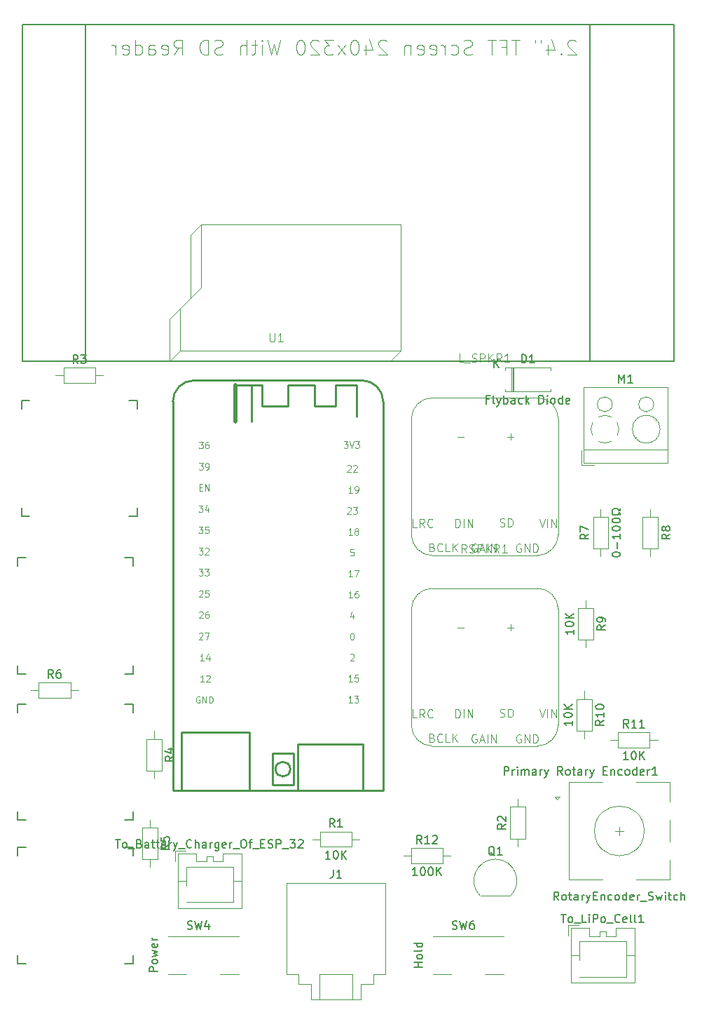
<source format=gbr>
%TF.GenerationSoftware,KiCad,Pcbnew,8.0.4*%
%TF.CreationDate,2024-11-06T19:34:02-07:00*%
%TF.ProjectId,MP3_Player,4d50335f-506c-4617-9965-722e6b696361,rev?*%
%TF.SameCoordinates,Original*%
%TF.FileFunction,Legend,Top*%
%TF.FilePolarity,Positive*%
%FSLAX46Y46*%
G04 Gerber Fmt 4.6, Leading zero omitted, Abs format (unit mm)*
G04 Created by KiCad (PCBNEW 8.0.4) date 2024-11-06 19:34:02*
%MOMM*%
%LPD*%
G01*
G04 APERTURE LIST*
%ADD10C,0.150000*%
%ADD11C,0.100000*%
%ADD12C,0.102000*%
%ADD13C,0.120000*%
%ADD14C,0.254000*%
%ADD15C,0.508000*%
%ADD16C,0.200000*%
G04 APERTURE END LIST*
D10*
X132666666Y-126654819D02*
X132666666Y-127369104D01*
X132666666Y-127369104D02*
X132619047Y-127511961D01*
X132619047Y-127511961D02*
X132523809Y-127607200D01*
X132523809Y-127607200D02*
X132380952Y-127654819D01*
X132380952Y-127654819D02*
X132285714Y-127654819D01*
X133666666Y-127654819D02*
X133095238Y-127654819D01*
X133380952Y-127654819D02*
X133380952Y-126654819D01*
X133380952Y-126654819D02*
X133285714Y-126797676D01*
X133285714Y-126797676D02*
X133190476Y-126892914D01*
X133190476Y-126892914D02*
X133095238Y-126940533D01*
X155451905Y-65484819D02*
X155451905Y-64484819D01*
X155451905Y-64484819D02*
X155690000Y-64484819D01*
X155690000Y-64484819D02*
X155832857Y-64532438D01*
X155832857Y-64532438D02*
X155928095Y-64627676D01*
X155928095Y-64627676D02*
X155975714Y-64722914D01*
X155975714Y-64722914D02*
X156023333Y-64913390D01*
X156023333Y-64913390D02*
X156023333Y-65056247D01*
X156023333Y-65056247D02*
X155975714Y-65246723D01*
X155975714Y-65246723D02*
X155928095Y-65341961D01*
X155928095Y-65341961D02*
X155832857Y-65437200D01*
X155832857Y-65437200D02*
X155690000Y-65484819D01*
X155690000Y-65484819D02*
X155451905Y-65484819D01*
X156975714Y-65484819D02*
X156404286Y-65484819D01*
X156690000Y-65484819D02*
X156690000Y-64484819D01*
X156690000Y-64484819D02*
X156594762Y-64627676D01*
X156594762Y-64627676D02*
X156499524Y-64722914D01*
X156499524Y-64722914D02*
X156404286Y-64770533D01*
X151499523Y-69901009D02*
X151166190Y-69901009D01*
X151166190Y-70424819D02*
X151166190Y-69424819D01*
X151166190Y-69424819D02*
X151642380Y-69424819D01*
X152166190Y-70424819D02*
X152070952Y-70377200D01*
X152070952Y-70377200D02*
X152023333Y-70281961D01*
X152023333Y-70281961D02*
X152023333Y-69424819D01*
X152451905Y-69758152D02*
X152690000Y-70424819D01*
X152928095Y-69758152D02*
X152690000Y-70424819D01*
X152690000Y-70424819D02*
X152594762Y-70662914D01*
X152594762Y-70662914D02*
X152547143Y-70710533D01*
X152547143Y-70710533D02*
X152451905Y-70758152D01*
X153309048Y-70424819D02*
X153309048Y-69424819D01*
X153309048Y-69805771D02*
X153404286Y-69758152D01*
X153404286Y-69758152D02*
X153594762Y-69758152D01*
X153594762Y-69758152D02*
X153690000Y-69805771D01*
X153690000Y-69805771D02*
X153737619Y-69853390D01*
X153737619Y-69853390D02*
X153785238Y-69948628D01*
X153785238Y-69948628D02*
X153785238Y-70234342D01*
X153785238Y-70234342D02*
X153737619Y-70329580D01*
X153737619Y-70329580D02*
X153690000Y-70377200D01*
X153690000Y-70377200D02*
X153594762Y-70424819D01*
X153594762Y-70424819D02*
X153404286Y-70424819D01*
X153404286Y-70424819D02*
X153309048Y-70377200D01*
X154642381Y-70424819D02*
X154642381Y-69901009D01*
X154642381Y-69901009D02*
X154594762Y-69805771D01*
X154594762Y-69805771D02*
X154499524Y-69758152D01*
X154499524Y-69758152D02*
X154309048Y-69758152D01*
X154309048Y-69758152D02*
X154213810Y-69805771D01*
X154642381Y-70377200D02*
X154547143Y-70424819D01*
X154547143Y-70424819D02*
X154309048Y-70424819D01*
X154309048Y-70424819D02*
X154213810Y-70377200D01*
X154213810Y-70377200D02*
X154166191Y-70281961D01*
X154166191Y-70281961D02*
X154166191Y-70186723D01*
X154166191Y-70186723D02*
X154213810Y-70091485D01*
X154213810Y-70091485D02*
X154309048Y-70043866D01*
X154309048Y-70043866D02*
X154547143Y-70043866D01*
X154547143Y-70043866D02*
X154642381Y-69996247D01*
X155547143Y-70377200D02*
X155451905Y-70424819D01*
X155451905Y-70424819D02*
X155261429Y-70424819D01*
X155261429Y-70424819D02*
X155166191Y-70377200D01*
X155166191Y-70377200D02*
X155118572Y-70329580D01*
X155118572Y-70329580D02*
X155070953Y-70234342D01*
X155070953Y-70234342D02*
X155070953Y-69948628D01*
X155070953Y-69948628D02*
X155118572Y-69853390D01*
X155118572Y-69853390D02*
X155166191Y-69805771D01*
X155166191Y-69805771D02*
X155261429Y-69758152D01*
X155261429Y-69758152D02*
X155451905Y-69758152D01*
X155451905Y-69758152D02*
X155547143Y-69805771D01*
X155975715Y-70424819D02*
X155975715Y-69424819D01*
X156070953Y-70043866D02*
X156356667Y-70424819D01*
X156356667Y-69758152D02*
X155975715Y-70139104D01*
X157547144Y-70424819D02*
X157547144Y-69424819D01*
X157547144Y-69424819D02*
X157785239Y-69424819D01*
X157785239Y-69424819D02*
X157928096Y-69472438D01*
X157928096Y-69472438D02*
X158023334Y-69567676D01*
X158023334Y-69567676D02*
X158070953Y-69662914D01*
X158070953Y-69662914D02*
X158118572Y-69853390D01*
X158118572Y-69853390D02*
X158118572Y-69996247D01*
X158118572Y-69996247D02*
X158070953Y-70186723D01*
X158070953Y-70186723D02*
X158023334Y-70281961D01*
X158023334Y-70281961D02*
X157928096Y-70377200D01*
X157928096Y-70377200D02*
X157785239Y-70424819D01*
X157785239Y-70424819D02*
X157547144Y-70424819D01*
X158547144Y-70424819D02*
X158547144Y-69758152D01*
X158547144Y-69424819D02*
X158499525Y-69472438D01*
X158499525Y-69472438D02*
X158547144Y-69520057D01*
X158547144Y-69520057D02*
X158594763Y-69472438D01*
X158594763Y-69472438D02*
X158547144Y-69424819D01*
X158547144Y-69424819D02*
X158547144Y-69520057D01*
X159166191Y-70424819D02*
X159070953Y-70377200D01*
X159070953Y-70377200D02*
X159023334Y-70329580D01*
X159023334Y-70329580D02*
X158975715Y-70234342D01*
X158975715Y-70234342D02*
X158975715Y-69948628D01*
X158975715Y-69948628D02*
X159023334Y-69853390D01*
X159023334Y-69853390D02*
X159070953Y-69805771D01*
X159070953Y-69805771D02*
X159166191Y-69758152D01*
X159166191Y-69758152D02*
X159309048Y-69758152D01*
X159309048Y-69758152D02*
X159404286Y-69805771D01*
X159404286Y-69805771D02*
X159451905Y-69853390D01*
X159451905Y-69853390D02*
X159499524Y-69948628D01*
X159499524Y-69948628D02*
X159499524Y-70234342D01*
X159499524Y-70234342D02*
X159451905Y-70329580D01*
X159451905Y-70329580D02*
X159404286Y-70377200D01*
X159404286Y-70377200D02*
X159309048Y-70424819D01*
X159309048Y-70424819D02*
X159166191Y-70424819D01*
X160356667Y-70424819D02*
X160356667Y-69424819D01*
X160356667Y-70377200D02*
X160261429Y-70424819D01*
X160261429Y-70424819D02*
X160070953Y-70424819D01*
X160070953Y-70424819D02*
X159975715Y-70377200D01*
X159975715Y-70377200D02*
X159928096Y-70329580D01*
X159928096Y-70329580D02*
X159880477Y-70234342D01*
X159880477Y-70234342D02*
X159880477Y-69948628D01*
X159880477Y-69948628D02*
X159928096Y-69853390D01*
X159928096Y-69853390D02*
X159975715Y-69805771D01*
X159975715Y-69805771D02*
X160070953Y-69758152D01*
X160070953Y-69758152D02*
X160261429Y-69758152D01*
X160261429Y-69758152D02*
X160356667Y-69805771D01*
X161213810Y-70377200D02*
X161118572Y-70424819D01*
X161118572Y-70424819D02*
X160928096Y-70424819D01*
X160928096Y-70424819D02*
X160832858Y-70377200D01*
X160832858Y-70377200D02*
X160785239Y-70281961D01*
X160785239Y-70281961D02*
X160785239Y-69901009D01*
X160785239Y-69901009D02*
X160832858Y-69805771D01*
X160832858Y-69805771D02*
X160928096Y-69758152D01*
X160928096Y-69758152D02*
X161118572Y-69758152D01*
X161118572Y-69758152D02*
X161213810Y-69805771D01*
X161213810Y-69805771D02*
X161261429Y-69901009D01*
X161261429Y-69901009D02*
X161261429Y-69996247D01*
X161261429Y-69996247D02*
X160785239Y-70091485D01*
X152118095Y-66054819D02*
X152118095Y-65054819D01*
X152689523Y-66054819D02*
X152260952Y-65483390D01*
X152689523Y-65054819D02*
X152118095Y-65626247D01*
X152174761Y-124990057D02*
X152079523Y-124942438D01*
X152079523Y-124942438D02*
X151984285Y-124847200D01*
X151984285Y-124847200D02*
X151841428Y-124704342D01*
X151841428Y-124704342D02*
X151746190Y-124656723D01*
X151746190Y-124656723D02*
X151650952Y-124656723D01*
X151698571Y-124894819D02*
X151603333Y-124847200D01*
X151603333Y-124847200D02*
X151508095Y-124751961D01*
X151508095Y-124751961D02*
X151460476Y-124561485D01*
X151460476Y-124561485D02*
X151460476Y-124228152D01*
X151460476Y-124228152D02*
X151508095Y-124037676D01*
X151508095Y-124037676D02*
X151603333Y-123942438D01*
X151603333Y-123942438D02*
X151698571Y-123894819D01*
X151698571Y-123894819D02*
X151889047Y-123894819D01*
X151889047Y-123894819D02*
X151984285Y-123942438D01*
X151984285Y-123942438D02*
X152079523Y-124037676D01*
X152079523Y-124037676D02*
X152127142Y-124228152D01*
X152127142Y-124228152D02*
X152127142Y-124561485D01*
X152127142Y-124561485D02*
X152079523Y-124751961D01*
X152079523Y-124751961D02*
X151984285Y-124847200D01*
X151984285Y-124847200D02*
X151889047Y-124894819D01*
X151889047Y-124894819D02*
X151698571Y-124894819D01*
X153079523Y-124894819D02*
X152508095Y-124894819D01*
X152793809Y-124894819D02*
X152793809Y-123894819D01*
X152793809Y-123894819D02*
X152698571Y-124037676D01*
X152698571Y-124037676D02*
X152603333Y-124132914D01*
X152603333Y-124132914D02*
X152508095Y-124180533D01*
X153335713Y-115254819D02*
X153335713Y-114254819D01*
X153335713Y-114254819D02*
X153716665Y-114254819D01*
X153716665Y-114254819D02*
X153811903Y-114302438D01*
X153811903Y-114302438D02*
X153859522Y-114350057D01*
X153859522Y-114350057D02*
X153907141Y-114445295D01*
X153907141Y-114445295D02*
X153907141Y-114588152D01*
X153907141Y-114588152D02*
X153859522Y-114683390D01*
X153859522Y-114683390D02*
X153811903Y-114731009D01*
X153811903Y-114731009D02*
X153716665Y-114778628D01*
X153716665Y-114778628D02*
X153335713Y-114778628D01*
X154335713Y-115254819D02*
X154335713Y-114588152D01*
X154335713Y-114778628D02*
X154383332Y-114683390D01*
X154383332Y-114683390D02*
X154430951Y-114635771D01*
X154430951Y-114635771D02*
X154526189Y-114588152D01*
X154526189Y-114588152D02*
X154621427Y-114588152D01*
X154954761Y-115254819D02*
X154954761Y-114588152D01*
X154954761Y-114254819D02*
X154907142Y-114302438D01*
X154907142Y-114302438D02*
X154954761Y-114350057D01*
X154954761Y-114350057D02*
X155002380Y-114302438D01*
X155002380Y-114302438D02*
X154954761Y-114254819D01*
X154954761Y-114254819D02*
X154954761Y-114350057D01*
X155430951Y-115254819D02*
X155430951Y-114588152D01*
X155430951Y-114683390D02*
X155478570Y-114635771D01*
X155478570Y-114635771D02*
X155573808Y-114588152D01*
X155573808Y-114588152D02*
X155716665Y-114588152D01*
X155716665Y-114588152D02*
X155811903Y-114635771D01*
X155811903Y-114635771D02*
X155859522Y-114731009D01*
X155859522Y-114731009D02*
X155859522Y-115254819D01*
X155859522Y-114731009D02*
X155907141Y-114635771D01*
X155907141Y-114635771D02*
X156002379Y-114588152D01*
X156002379Y-114588152D02*
X156145236Y-114588152D01*
X156145236Y-114588152D02*
X156240475Y-114635771D01*
X156240475Y-114635771D02*
X156288094Y-114731009D01*
X156288094Y-114731009D02*
X156288094Y-115254819D01*
X157192855Y-115254819D02*
X157192855Y-114731009D01*
X157192855Y-114731009D02*
X157145236Y-114635771D01*
X157145236Y-114635771D02*
X157049998Y-114588152D01*
X157049998Y-114588152D02*
X156859522Y-114588152D01*
X156859522Y-114588152D02*
X156764284Y-114635771D01*
X157192855Y-115207200D02*
X157097617Y-115254819D01*
X157097617Y-115254819D02*
X156859522Y-115254819D01*
X156859522Y-115254819D02*
X156764284Y-115207200D01*
X156764284Y-115207200D02*
X156716665Y-115111961D01*
X156716665Y-115111961D02*
X156716665Y-115016723D01*
X156716665Y-115016723D02*
X156764284Y-114921485D01*
X156764284Y-114921485D02*
X156859522Y-114873866D01*
X156859522Y-114873866D02*
X157097617Y-114873866D01*
X157097617Y-114873866D02*
X157192855Y-114826247D01*
X157669046Y-115254819D02*
X157669046Y-114588152D01*
X157669046Y-114778628D02*
X157716665Y-114683390D01*
X157716665Y-114683390D02*
X157764284Y-114635771D01*
X157764284Y-114635771D02*
X157859522Y-114588152D01*
X157859522Y-114588152D02*
X157954760Y-114588152D01*
X158192856Y-114588152D02*
X158430951Y-115254819D01*
X158669046Y-114588152D02*
X158430951Y-115254819D01*
X158430951Y-115254819D02*
X158335713Y-115492914D01*
X158335713Y-115492914D02*
X158288094Y-115540533D01*
X158288094Y-115540533D02*
X158192856Y-115588152D01*
X160383332Y-115254819D02*
X160049999Y-114778628D01*
X159811904Y-115254819D02*
X159811904Y-114254819D01*
X159811904Y-114254819D02*
X160192856Y-114254819D01*
X160192856Y-114254819D02*
X160288094Y-114302438D01*
X160288094Y-114302438D02*
X160335713Y-114350057D01*
X160335713Y-114350057D02*
X160383332Y-114445295D01*
X160383332Y-114445295D02*
X160383332Y-114588152D01*
X160383332Y-114588152D02*
X160335713Y-114683390D01*
X160335713Y-114683390D02*
X160288094Y-114731009D01*
X160288094Y-114731009D02*
X160192856Y-114778628D01*
X160192856Y-114778628D02*
X159811904Y-114778628D01*
X160954761Y-115254819D02*
X160859523Y-115207200D01*
X160859523Y-115207200D02*
X160811904Y-115159580D01*
X160811904Y-115159580D02*
X160764285Y-115064342D01*
X160764285Y-115064342D02*
X160764285Y-114778628D01*
X160764285Y-114778628D02*
X160811904Y-114683390D01*
X160811904Y-114683390D02*
X160859523Y-114635771D01*
X160859523Y-114635771D02*
X160954761Y-114588152D01*
X160954761Y-114588152D02*
X161097618Y-114588152D01*
X161097618Y-114588152D02*
X161192856Y-114635771D01*
X161192856Y-114635771D02*
X161240475Y-114683390D01*
X161240475Y-114683390D02*
X161288094Y-114778628D01*
X161288094Y-114778628D02*
X161288094Y-115064342D01*
X161288094Y-115064342D02*
X161240475Y-115159580D01*
X161240475Y-115159580D02*
X161192856Y-115207200D01*
X161192856Y-115207200D02*
X161097618Y-115254819D01*
X161097618Y-115254819D02*
X160954761Y-115254819D01*
X161573809Y-114588152D02*
X161954761Y-114588152D01*
X161716666Y-114254819D02*
X161716666Y-115111961D01*
X161716666Y-115111961D02*
X161764285Y-115207200D01*
X161764285Y-115207200D02*
X161859523Y-115254819D01*
X161859523Y-115254819D02*
X161954761Y-115254819D01*
X162716666Y-115254819D02*
X162716666Y-114731009D01*
X162716666Y-114731009D02*
X162669047Y-114635771D01*
X162669047Y-114635771D02*
X162573809Y-114588152D01*
X162573809Y-114588152D02*
X162383333Y-114588152D01*
X162383333Y-114588152D02*
X162288095Y-114635771D01*
X162716666Y-115207200D02*
X162621428Y-115254819D01*
X162621428Y-115254819D02*
X162383333Y-115254819D01*
X162383333Y-115254819D02*
X162288095Y-115207200D01*
X162288095Y-115207200D02*
X162240476Y-115111961D01*
X162240476Y-115111961D02*
X162240476Y-115016723D01*
X162240476Y-115016723D02*
X162288095Y-114921485D01*
X162288095Y-114921485D02*
X162383333Y-114873866D01*
X162383333Y-114873866D02*
X162621428Y-114873866D01*
X162621428Y-114873866D02*
X162716666Y-114826247D01*
X163192857Y-115254819D02*
X163192857Y-114588152D01*
X163192857Y-114778628D02*
X163240476Y-114683390D01*
X163240476Y-114683390D02*
X163288095Y-114635771D01*
X163288095Y-114635771D02*
X163383333Y-114588152D01*
X163383333Y-114588152D02*
X163478571Y-114588152D01*
X163716667Y-114588152D02*
X163954762Y-115254819D01*
X164192857Y-114588152D02*
X163954762Y-115254819D01*
X163954762Y-115254819D02*
X163859524Y-115492914D01*
X163859524Y-115492914D02*
X163811905Y-115540533D01*
X163811905Y-115540533D02*
X163716667Y-115588152D01*
X165335715Y-114731009D02*
X165669048Y-114731009D01*
X165811905Y-115254819D02*
X165335715Y-115254819D01*
X165335715Y-115254819D02*
X165335715Y-114254819D01*
X165335715Y-114254819D02*
X165811905Y-114254819D01*
X166240477Y-114588152D02*
X166240477Y-115254819D01*
X166240477Y-114683390D02*
X166288096Y-114635771D01*
X166288096Y-114635771D02*
X166383334Y-114588152D01*
X166383334Y-114588152D02*
X166526191Y-114588152D01*
X166526191Y-114588152D02*
X166621429Y-114635771D01*
X166621429Y-114635771D02*
X166669048Y-114731009D01*
X166669048Y-114731009D02*
X166669048Y-115254819D01*
X167573810Y-115207200D02*
X167478572Y-115254819D01*
X167478572Y-115254819D02*
X167288096Y-115254819D01*
X167288096Y-115254819D02*
X167192858Y-115207200D01*
X167192858Y-115207200D02*
X167145239Y-115159580D01*
X167145239Y-115159580D02*
X167097620Y-115064342D01*
X167097620Y-115064342D02*
X167097620Y-114778628D01*
X167097620Y-114778628D02*
X167145239Y-114683390D01*
X167145239Y-114683390D02*
X167192858Y-114635771D01*
X167192858Y-114635771D02*
X167288096Y-114588152D01*
X167288096Y-114588152D02*
X167478572Y-114588152D01*
X167478572Y-114588152D02*
X167573810Y-114635771D01*
X168145239Y-115254819D02*
X168050001Y-115207200D01*
X168050001Y-115207200D02*
X168002382Y-115159580D01*
X168002382Y-115159580D02*
X167954763Y-115064342D01*
X167954763Y-115064342D02*
X167954763Y-114778628D01*
X167954763Y-114778628D02*
X168002382Y-114683390D01*
X168002382Y-114683390D02*
X168050001Y-114635771D01*
X168050001Y-114635771D02*
X168145239Y-114588152D01*
X168145239Y-114588152D02*
X168288096Y-114588152D01*
X168288096Y-114588152D02*
X168383334Y-114635771D01*
X168383334Y-114635771D02*
X168430953Y-114683390D01*
X168430953Y-114683390D02*
X168478572Y-114778628D01*
X168478572Y-114778628D02*
X168478572Y-115064342D01*
X168478572Y-115064342D02*
X168430953Y-115159580D01*
X168430953Y-115159580D02*
X168383334Y-115207200D01*
X168383334Y-115207200D02*
X168288096Y-115254819D01*
X168288096Y-115254819D02*
X168145239Y-115254819D01*
X169335715Y-115254819D02*
X169335715Y-114254819D01*
X169335715Y-115207200D02*
X169240477Y-115254819D01*
X169240477Y-115254819D02*
X169050001Y-115254819D01*
X169050001Y-115254819D02*
X168954763Y-115207200D01*
X168954763Y-115207200D02*
X168907144Y-115159580D01*
X168907144Y-115159580D02*
X168859525Y-115064342D01*
X168859525Y-115064342D02*
X168859525Y-114778628D01*
X168859525Y-114778628D02*
X168907144Y-114683390D01*
X168907144Y-114683390D02*
X168954763Y-114635771D01*
X168954763Y-114635771D02*
X169050001Y-114588152D01*
X169050001Y-114588152D02*
X169240477Y-114588152D01*
X169240477Y-114588152D02*
X169335715Y-114635771D01*
X170192858Y-115207200D02*
X170097620Y-115254819D01*
X170097620Y-115254819D02*
X169907144Y-115254819D01*
X169907144Y-115254819D02*
X169811906Y-115207200D01*
X169811906Y-115207200D02*
X169764287Y-115111961D01*
X169764287Y-115111961D02*
X169764287Y-114731009D01*
X169764287Y-114731009D02*
X169811906Y-114635771D01*
X169811906Y-114635771D02*
X169907144Y-114588152D01*
X169907144Y-114588152D02*
X170097620Y-114588152D01*
X170097620Y-114588152D02*
X170192858Y-114635771D01*
X170192858Y-114635771D02*
X170240477Y-114731009D01*
X170240477Y-114731009D02*
X170240477Y-114826247D01*
X170240477Y-114826247D02*
X169764287Y-114921485D01*
X170669049Y-115254819D02*
X170669049Y-114588152D01*
X170669049Y-114778628D02*
X170716668Y-114683390D01*
X170716668Y-114683390D02*
X170764287Y-114635771D01*
X170764287Y-114635771D02*
X170859525Y-114588152D01*
X170859525Y-114588152D02*
X170954763Y-114588152D01*
X171811906Y-115254819D02*
X171240478Y-115254819D01*
X171526192Y-115254819D02*
X171526192Y-114254819D01*
X171526192Y-114254819D02*
X171430954Y-114397676D01*
X171430954Y-114397676D02*
X171335716Y-114492914D01*
X171335716Y-114492914D02*
X171240478Y-114540533D01*
X159916665Y-130354819D02*
X159583332Y-129878628D01*
X159345237Y-130354819D02*
X159345237Y-129354819D01*
X159345237Y-129354819D02*
X159726189Y-129354819D01*
X159726189Y-129354819D02*
X159821427Y-129402438D01*
X159821427Y-129402438D02*
X159869046Y-129450057D01*
X159869046Y-129450057D02*
X159916665Y-129545295D01*
X159916665Y-129545295D02*
X159916665Y-129688152D01*
X159916665Y-129688152D02*
X159869046Y-129783390D01*
X159869046Y-129783390D02*
X159821427Y-129831009D01*
X159821427Y-129831009D02*
X159726189Y-129878628D01*
X159726189Y-129878628D02*
X159345237Y-129878628D01*
X160488094Y-130354819D02*
X160392856Y-130307200D01*
X160392856Y-130307200D02*
X160345237Y-130259580D01*
X160345237Y-130259580D02*
X160297618Y-130164342D01*
X160297618Y-130164342D02*
X160297618Y-129878628D01*
X160297618Y-129878628D02*
X160345237Y-129783390D01*
X160345237Y-129783390D02*
X160392856Y-129735771D01*
X160392856Y-129735771D02*
X160488094Y-129688152D01*
X160488094Y-129688152D02*
X160630951Y-129688152D01*
X160630951Y-129688152D02*
X160726189Y-129735771D01*
X160726189Y-129735771D02*
X160773808Y-129783390D01*
X160773808Y-129783390D02*
X160821427Y-129878628D01*
X160821427Y-129878628D02*
X160821427Y-130164342D01*
X160821427Y-130164342D02*
X160773808Y-130259580D01*
X160773808Y-130259580D02*
X160726189Y-130307200D01*
X160726189Y-130307200D02*
X160630951Y-130354819D01*
X160630951Y-130354819D02*
X160488094Y-130354819D01*
X161107142Y-129688152D02*
X161488094Y-129688152D01*
X161249999Y-129354819D02*
X161249999Y-130211961D01*
X161249999Y-130211961D02*
X161297618Y-130307200D01*
X161297618Y-130307200D02*
X161392856Y-130354819D01*
X161392856Y-130354819D02*
X161488094Y-130354819D01*
X162249999Y-130354819D02*
X162249999Y-129831009D01*
X162249999Y-129831009D02*
X162202380Y-129735771D01*
X162202380Y-129735771D02*
X162107142Y-129688152D01*
X162107142Y-129688152D02*
X161916666Y-129688152D01*
X161916666Y-129688152D02*
X161821428Y-129735771D01*
X162249999Y-130307200D02*
X162154761Y-130354819D01*
X162154761Y-130354819D02*
X161916666Y-130354819D01*
X161916666Y-130354819D02*
X161821428Y-130307200D01*
X161821428Y-130307200D02*
X161773809Y-130211961D01*
X161773809Y-130211961D02*
X161773809Y-130116723D01*
X161773809Y-130116723D02*
X161821428Y-130021485D01*
X161821428Y-130021485D02*
X161916666Y-129973866D01*
X161916666Y-129973866D02*
X162154761Y-129973866D01*
X162154761Y-129973866D02*
X162249999Y-129926247D01*
X162726190Y-130354819D02*
X162726190Y-129688152D01*
X162726190Y-129878628D02*
X162773809Y-129783390D01*
X162773809Y-129783390D02*
X162821428Y-129735771D01*
X162821428Y-129735771D02*
X162916666Y-129688152D01*
X162916666Y-129688152D02*
X163011904Y-129688152D01*
X163250000Y-129688152D02*
X163488095Y-130354819D01*
X163726190Y-129688152D02*
X163488095Y-130354819D01*
X163488095Y-130354819D02*
X163392857Y-130592914D01*
X163392857Y-130592914D02*
X163345238Y-130640533D01*
X163345238Y-130640533D02*
X163250000Y-130688152D01*
X164107143Y-129831009D02*
X164440476Y-129831009D01*
X164583333Y-130354819D02*
X164107143Y-130354819D01*
X164107143Y-130354819D02*
X164107143Y-129354819D01*
X164107143Y-129354819D02*
X164583333Y-129354819D01*
X165011905Y-129688152D02*
X165011905Y-130354819D01*
X165011905Y-129783390D02*
X165059524Y-129735771D01*
X165059524Y-129735771D02*
X165154762Y-129688152D01*
X165154762Y-129688152D02*
X165297619Y-129688152D01*
X165297619Y-129688152D02*
X165392857Y-129735771D01*
X165392857Y-129735771D02*
X165440476Y-129831009D01*
X165440476Y-129831009D02*
X165440476Y-130354819D01*
X166345238Y-130307200D02*
X166250000Y-130354819D01*
X166250000Y-130354819D02*
X166059524Y-130354819D01*
X166059524Y-130354819D02*
X165964286Y-130307200D01*
X165964286Y-130307200D02*
X165916667Y-130259580D01*
X165916667Y-130259580D02*
X165869048Y-130164342D01*
X165869048Y-130164342D02*
X165869048Y-129878628D01*
X165869048Y-129878628D02*
X165916667Y-129783390D01*
X165916667Y-129783390D02*
X165964286Y-129735771D01*
X165964286Y-129735771D02*
X166059524Y-129688152D01*
X166059524Y-129688152D02*
X166250000Y-129688152D01*
X166250000Y-129688152D02*
X166345238Y-129735771D01*
X166916667Y-130354819D02*
X166821429Y-130307200D01*
X166821429Y-130307200D02*
X166773810Y-130259580D01*
X166773810Y-130259580D02*
X166726191Y-130164342D01*
X166726191Y-130164342D02*
X166726191Y-129878628D01*
X166726191Y-129878628D02*
X166773810Y-129783390D01*
X166773810Y-129783390D02*
X166821429Y-129735771D01*
X166821429Y-129735771D02*
X166916667Y-129688152D01*
X166916667Y-129688152D02*
X167059524Y-129688152D01*
X167059524Y-129688152D02*
X167154762Y-129735771D01*
X167154762Y-129735771D02*
X167202381Y-129783390D01*
X167202381Y-129783390D02*
X167250000Y-129878628D01*
X167250000Y-129878628D02*
X167250000Y-130164342D01*
X167250000Y-130164342D02*
X167202381Y-130259580D01*
X167202381Y-130259580D02*
X167154762Y-130307200D01*
X167154762Y-130307200D02*
X167059524Y-130354819D01*
X167059524Y-130354819D02*
X166916667Y-130354819D01*
X168107143Y-130354819D02*
X168107143Y-129354819D01*
X168107143Y-130307200D02*
X168011905Y-130354819D01*
X168011905Y-130354819D02*
X167821429Y-130354819D01*
X167821429Y-130354819D02*
X167726191Y-130307200D01*
X167726191Y-130307200D02*
X167678572Y-130259580D01*
X167678572Y-130259580D02*
X167630953Y-130164342D01*
X167630953Y-130164342D02*
X167630953Y-129878628D01*
X167630953Y-129878628D02*
X167678572Y-129783390D01*
X167678572Y-129783390D02*
X167726191Y-129735771D01*
X167726191Y-129735771D02*
X167821429Y-129688152D01*
X167821429Y-129688152D02*
X168011905Y-129688152D01*
X168011905Y-129688152D02*
X168107143Y-129735771D01*
X168964286Y-130307200D02*
X168869048Y-130354819D01*
X168869048Y-130354819D02*
X168678572Y-130354819D01*
X168678572Y-130354819D02*
X168583334Y-130307200D01*
X168583334Y-130307200D02*
X168535715Y-130211961D01*
X168535715Y-130211961D02*
X168535715Y-129831009D01*
X168535715Y-129831009D02*
X168583334Y-129735771D01*
X168583334Y-129735771D02*
X168678572Y-129688152D01*
X168678572Y-129688152D02*
X168869048Y-129688152D01*
X168869048Y-129688152D02*
X168964286Y-129735771D01*
X168964286Y-129735771D02*
X169011905Y-129831009D01*
X169011905Y-129831009D02*
X169011905Y-129926247D01*
X169011905Y-129926247D02*
X168535715Y-130021485D01*
X169440477Y-130354819D02*
X169440477Y-129688152D01*
X169440477Y-129878628D02*
X169488096Y-129783390D01*
X169488096Y-129783390D02*
X169535715Y-129735771D01*
X169535715Y-129735771D02*
X169630953Y-129688152D01*
X169630953Y-129688152D02*
X169726191Y-129688152D01*
X169821430Y-130450057D02*
X170583334Y-130450057D01*
X170773811Y-130307200D02*
X170916668Y-130354819D01*
X170916668Y-130354819D02*
X171154763Y-130354819D01*
X171154763Y-130354819D02*
X171250001Y-130307200D01*
X171250001Y-130307200D02*
X171297620Y-130259580D01*
X171297620Y-130259580D02*
X171345239Y-130164342D01*
X171345239Y-130164342D02*
X171345239Y-130069104D01*
X171345239Y-130069104D02*
X171297620Y-129973866D01*
X171297620Y-129973866D02*
X171250001Y-129926247D01*
X171250001Y-129926247D02*
X171154763Y-129878628D01*
X171154763Y-129878628D02*
X170964287Y-129831009D01*
X170964287Y-129831009D02*
X170869049Y-129783390D01*
X170869049Y-129783390D02*
X170821430Y-129735771D01*
X170821430Y-129735771D02*
X170773811Y-129640533D01*
X170773811Y-129640533D02*
X170773811Y-129545295D01*
X170773811Y-129545295D02*
X170821430Y-129450057D01*
X170821430Y-129450057D02*
X170869049Y-129402438D01*
X170869049Y-129402438D02*
X170964287Y-129354819D01*
X170964287Y-129354819D02*
X171202382Y-129354819D01*
X171202382Y-129354819D02*
X171345239Y-129402438D01*
X171678573Y-129688152D02*
X171869049Y-130354819D01*
X171869049Y-130354819D02*
X172059525Y-129878628D01*
X172059525Y-129878628D02*
X172250001Y-130354819D01*
X172250001Y-130354819D02*
X172440477Y-129688152D01*
X172821430Y-130354819D02*
X172821430Y-129688152D01*
X172821430Y-129354819D02*
X172773811Y-129402438D01*
X172773811Y-129402438D02*
X172821430Y-129450057D01*
X172821430Y-129450057D02*
X172869049Y-129402438D01*
X172869049Y-129402438D02*
X172821430Y-129354819D01*
X172821430Y-129354819D02*
X172821430Y-129450057D01*
X173154763Y-129688152D02*
X173535715Y-129688152D01*
X173297620Y-129354819D02*
X173297620Y-130211961D01*
X173297620Y-130211961D02*
X173345239Y-130307200D01*
X173345239Y-130307200D02*
X173440477Y-130354819D01*
X173440477Y-130354819D02*
X173535715Y-130354819D01*
X174297620Y-130307200D02*
X174202382Y-130354819D01*
X174202382Y-130354819D02*
X174011906Y-130354819D01*
X174011906Y-130354819D02*
X173916668Y-130307200D01*
X173916668Y-130307200D02*
X173869049Y-130259580D01*
X173869049Y-130259580D02*
X173821430Y-130164342D01*
X173821430Y-130164342D02*
X173821430Y-129878628D01*
X173821430Y-129878628D02*
X173869049Y-129783390D01*
X173869049Y-129783390D02*
X173916668Y-129735771D01*
X173916668Y-129735771D02*
X174011906Y-129688152D01*
X174011906Y-129688152D02*
X174202382Y-129688152D01*
X174202382Y-129688152D02*
X174297620Y-129735771D01*
X174726192Y-130354819D02*
X174726192Y-129354819D01*
X175154763Y-130354819D02*
X175154763Y-129831009D01*
X175154763Y-129831009D02*
X175107144Y-129735771D01*
X175107144Y-129735771D02*
X175011906Y-129688152D01*
X175011906Y-129688152D02*
X174869049Y-129688152D01*
X174869049Y-129688152D02*
X174773811Y-129735771D01*
X174773811Y-129735771D02*
X174726192Y-129783390D01*
D11*
X148767142Y-88404919D02*
X148433809Y-87928728D01*
X148195714Y-88404919D02*
X148195714Y-87404919D01*
X148195714Y-87404919D02*
X148576666Y-87404919D01*
X148576666Y-87404919D02*
X148671904Y-87452538D01*
X148671904Y-87452538D02*
X148719523Y-87500157D01*
X148719523Y-87500157D02*
X148767142Y-87595395D01*
X148767142Y-87595395D02*
X148767142Y-87738252D01*
X148767142Y-87738252D02*
X148719523Y-87833490D01*
X148719523Y-87833490D02*
X148671904Y-87881109D01*
X148671904Y-87881109D02*
X148576666Y-87928728D01*
X148576666Y-87928728D02*
X148195714Y-87928728D01*
X149148095Y-88357300D02*
X149290952Y-88404919D01*
X149290952Y-88404919D02*
X149529047Y-88404919D01*
X149529047Y-88404919D02*
X149624285Y-88357300D01*
X149624285Y-88357300D02*
X149671904Y-88309680D01*
X149671904Y-88309680D02*
X149719523Y-88214442D01*
X149719523Y-88214442D02*
X149719523Y-88119204D01*
X149719523Y-88119204D02*
X149671904Y-88023966D01*
X149671904Y-88023966D02*
X149624285Y-87976347D01*
X149624285Y-87976347D02*
X149529047Y-87928728D01*
X149529047Y-87928728D02*
X149338571Y-87881109D01*
X149338571Y-87881109D02*
X149243333Y-87833490D01*
X149243333Y-87833490D02*
X149195714Y-87785871D01*
X149195714Y-87785871D02*
X149148095Y-87690633D01*
X149148095Y-87690633D02*
X149148095Y-87595395D01*
X149148095Y-87595395D02*
X149195714Y-87500157D01*
X149195714Y-87500157D02*
X149243333Y-87452538D01*
X149243333Y-87452538D02*
X149338571Y-87404919D01*
X149338571Y-87404919D02*
X149576666Y-87404919D01*
X149576666Y-87404919D02*
X149719523Y-87452538D01*
X150148095Y-88404919D02*
X150148095Y-87404919D01*
X150148095Y-87404919D02*
X150529047Y-87404919D01*
X150529047Y-87404919D02*
X150624285Y-87452538D01*
X150624285Y-87452538D02*
X150671904Y-87500157D01*
X150671904Y-87500157D02*
X150719523Y-87595395D01*
X150719523Y-87595395D02*
X150719523Y-87738252D01*
X150719523Y-87738252D02*
X150671904Y-87833490D01*
X150671904Y-87833490D02*
X150624285Y-87881109D01*
X150624285Y-87881109D02*
X150529047Y-87928728D01*
X150529047Y-87928728D02*
X150148095Y-87928728D01*
X151148095Y-88404919D02*
X151148095Y-87404919D01*
X151719523Y-88404919D02*
X151290952Y-87833490D01*
X151719523Y-87404919D02*
X151148095Y-87976347D01*
X152719523Y-88404919D02*
X152386190Y-87928728D01*
X152148095Y-88404919D02*
X152148095Y-87404919D01*
X152148095Y-87404919D02*
X152529047Y-87404919D01*
X152529047Y-87404919D02*
X152624285Y-87452538D01*
X152624285Y-87452538D02*
X152671904Y-87500157D01*
X152671904Y-87500157D02*
X152719523Y-87595395D01*
X152719523Y-87595395D02*
X152719523Y-87738252D01*
X152719523Y-87738252D02*
X152671904Y-87833490D01*
X152671904Y-87833490D02*
X152624285Y-87881109D01*
X152624285Y-87881109D02*
X152529047Y-87928728D01*
X152529047Y-87928728D02*
X152148095Y-87928728D01*
X153671904Y-88404919D02*
X153100476Y-88404919D01*
X153386190Y-88404919D02*
X153386190Y-87404919D01*
X153386190Y-87404919D02*
X153290952Y-87547776D01*
X153290952Y-87547776D02*
X153195714Y-87643014D01*
X153195714Y-87643014D02*
X153100476Y-87690633D01*
X152816265Y-108212300D02*
X152959122Y-108259919D01*
X152959122Y-108259919D02*
X153197217Y-108259919D01*
X153197217Y-108259919D02*
X153292455Y-108212300D01*
X153292455Y-108212300D02*
X153340074Y-108164680D01*
X153340074Y-108164680D02*
X153387693Y-108069442D01*
X153387693Y-108069442D02*
X153387693Y-107974204D01*
X153387693Y-107974204D02*
X153340074Y-107878966D01*
X153340074Y-107878966D02*
X153292455Y-107831347D01*
X153292455Y-107831347D02*
X153197217Y-107783728D01*
X153197217Y-107783728D02*
X153006741Y-107736109D01*
X153006741Y-107736109D02*
X152911503Y-107688490D01*
X152911503Y-107688490D02*
X152863884Y-107640871D01*
X152863884Y-107640871D02*
X152816265Y-107545633D01*
X152816265Y-107545633D02*
X152816265Y-107450395D01*
X152816265Y-107450395D02*
X152863884Y-107355157D01*
X152863884Y-107355157D02*
X152911503Y-107307538D01*
X152911503Y-107307538D02*
X153006741Y-107259919D01*
X153006741Y-107259919D02*
X153244836Y-107259919D01*
X153244836Y-107259919D02*
X153387693Y-107307538D01*
X153816265Y-108259919D02*
X153816265Y-107259919D01*
X153816265Y-107259919D02*
X154054360Y-107259919D01*
X154054360Y-107259919D02*
X154197217Y-107307538D01*
X154197217Y-107307538D02*
X154292455Y-107402776D01*
X154292455Y-107402776D02*
X154340074Y-107498014D01*
X154340074Y-107498014D02*
X154387693Y-107688490D01*
X154387693Y-107688490D02*
X154387693Y-107831347D01*
X154387693Y-107831347D02*
X154340074Y-108021823D01*
X154340074Y-108021823D02*
X154292455Y-108117061D01*
X154292455Y-108117061D02*
X154197217Y-108212300D01*
X154197217Y-108212300D02*
X154054360Y-108259919D01*
X154054360Y-108259919D02*
X153816265Y-108259919D01*
X157571027Y-107319919D02*
X157904360Y-108319919D01*
X157904360Y-108319919D02*
X158237693Y-107319919D01*
X158571027Y-108319919D02*
X158571027Y-107319919D01*
X159047217Y-108319919D02*
X159047217Y-107319919D01*
X159047217Y-107319919D02*
X159618645Y-108319919D01*
X159618645Y-108319919D02*
X159618645Y-107319919D01*
X144627217Y-110756109D02*
X144770074Y-110803728D01*
X144770074Y-110803728D02*
X144817693Y-110851347D01*
X144817693Y-110851347D02*
X144865312Y-110946585D01*
X144865312Y-110946585D02*
X144865312Y-111089442D01*
X144865312Y-111089442D02*
X144817693Y-111184680D01*
X144817693Y-111184680D02*
X144770074Y-111232300D01*
X144770074Y-111232300D02*
X144674836Y-111279919D01*
X144674836Y-111279919D02*
X144293884Y-111279919D01*
X144293884Y-111279919D02*
X144293884Y-110279919D01*
X144293884Y-110279919D02*
X144627217Y-110279919D01*
X144627217Y-110279919D02*
X144722455Y-110327538D01*
X144722455Y-110327538D02*
X144770074Y-110375157D01*
X144770074Y-110375157D02*
X144817693Y-110470395D01*
X144817693Y-110470395D02*
X144817693Y-110565633D01*
X144817693Y-110565633D02*
X144770074Y-110660871D01*
X144770074Y-110660871D02*
X144722455Y-110708490D01*
X144722455Y-110708490D02*
X144627217Y-110756109D01*
X144627217Y-110756109D02*
X144293884Y-110756109D01*
X145865312Y-111184680D02*
X145817693Y-111232300D01*
X145817693Y-111232300D02*
X145674836Y-111279919D01*
X145674836Y-111279919D02*
X145579598Y-111279919D01*
X145579598Y-111279919D02*
X145436741Y-111232300D01*
X145436741Y-111232300D02*
X145341503Y-111137061D01*
X145341503Y-111137061D02*
X145293884Y-111041823D01*
X145293884Y-111041823D02*
X145246265Y-110851347D01*
X145246265Y-110851347D02*
X145246265Y-110708490D01*
X145246265Y-110708490D02*
X145293884Y-110518014D01*
X145293884Y-110518014D02*
X145341503Y-110422776D01*
X145341503Y-110422776D02*
X145436741Y-110327538D01*
X145436741Y-110327538D02*
X145579598Y-110279919D01*
X145579598Y-110279919D02*
X145674836Y-110279919D01*
X145674836Y-110279919D02*
X145817693Y-110327538D01*
X145817693Y-110327538D02*
X145865312Y-110375157D01*
X146770074Y-111279919D02*
X146293884Y-111279919D01*
X146293884Y-111279919D02*
X146293884Y-110279919D01*
X147103408Y-111279919D02*
X147103408Y-110279919D01*
X147674836Y-111279919D02*
X147246265Y-110708490D01*
X147674836Y-110279919D02*
X147103408Y-110851347D01*
X142780074Y-108329919D02*
X142303884Y-108329919D01*
X142303884Y-108329919D02*
X142303884Y-107329919D01*
X143684836Y-108329919D02*
X143351503Y-107853728D01*
X143113408Y-108329919D02*
X143113408Y-107329919D01*
X143113408Y-107329919D02*
X143494360Y-107329919D01*
X143494360Y-107329919D02*
X143589598Y-107377538D01*
X143589598Y-107377538D02*
X143637217Y-107425157D01*
X143637217Y-107425157D02*
X143684836Y-107520395D01*
X143684836Y-107520395D02*
X143684836Y-107663252D01*
X143684836Y-107663252D02*
X143637217Y-107758490D01*
X143637217Y-107758490D02*
X143589598Y-107806109D01*
X143589598Y-107806109D02*
X143494360Y-107853728D01*
X143494360Y-107853728D02*
X143113408Y-107853728D01*
X144684836Y-108234680D02*
X144637217Y-108282300D01*
X144637217Y-108282300D02*
X144494360Y-108329919D01*
X144494360Y-108329919D02*
X144399122Y-108329919D01*
X144399122Y-108329919D02*
X144256265Y-108282300D01*
X144256265Y-108282300D02*
X144161027Y-108187061D01*
X144161027Y-108187061D02*
X144113408Y-108091823D01*
X144113408Y-108091823D02*
X144065789Y-107901347D01*
X144065789Y-107901347D02*
X144065789Y-107758490D01*
X144065789Y-107758490D02*
X144113408Y-107568014D01*
X144113408Y-107568014D02*
X144161027Y-107472776D01*
X144161027Y-107472776D02*
X144256265Y-107377538D01*
X144256265Y-107377538D02*
X144399122Y-107329919D01*
X144399122Y-107329919D02*
X144494360Y-107329919D01*
X144494360Y-107329919D02*
X144637217Y-107377538D01*
X144637217Y-107377538D02*
X144684836Y-107425157D01*
X153713884Y-97438966D02*
X154475789Y-97438966D01*
X154094836Y-97819919D02*
X154094836Y-97058014D01*
X155337693Y-110387538D02*
X155242455Y-110339919D01*
X155242455Y-110339919D02*
X155099598Y-110339919D01*
X155099598Y-110339919D02*
X154956741Y-110387538D01*
X154956741Y-110387538D02*
X154861503Y-110482776D01*
X154861503Y-110482776D02*
X154813884Y-110578014D01*
X154813884Y-110578014D02*
X154766265Y-110768490D01*
X154766265Y-110768490D02*
X154766265Y-110911347D01*
X154766265Y-110911347D02*
X154813884Y-111101823D01*
X154813884Y-111101823D02*
X154861503Y-111197061D01*
X154861503Y-111197061D02*
X154956741Y-111292300D01*
X154956741Y-111292300D02*
X155099598Y-111339919D01*
X155099598Y-111339919D02*
X155194836Y-111339919D01*
X155194836Y-111339919D02*
X155337693Y-111292300D01*
X155337693Y-111292300D02*
X155385312Y-111244680D01*
X155385312Y-111244680D02*
X155385312Y-110911347D01*
X155385312Y-110911347D02*
X155194836Y-110911347D01*
X155813884Y-111339919D02*
X155813884Y-110339919D01*
X155813884Y-110339919D02*
X156385312Y-111339919D01*
X156385312Y-111339919D02*
X156385312Y-110339919D01*
X156861503Y-111339919D02*
X156861503Y-110339919D01*
X156861503Y-110339919D02*
X157099598Y-110339919D01*
X157099598Y-110339919D02*
X157242455Y-110387538D01*
X157242455Y-110387538D02*
X157337693Y-110482776D01*
X157337693Y-110482776D02*
X157385312Y-110578014D01*
X157385312Y-110578014D02*
X157432931Y-110768490D01*
X157432931Y-110768490D02*
X157432931Y-110911347D01*
X157432931Y-110911347D02*
X157385312Y-111101823D01*
X157385312Y-111101823D02*
X157337693Y-111197061D01*
X157337693Y-111197061D02*
X157242455Y-111292300D01*
X157242455Y-111292300D02*
X157099598Y-111339919D01*
X157099598Y-111339919D02*
X156861503Y-111339919D01*
X147713884Y-97438966D02*
X148475789Y-97438966D01*
X147463884Y-108319919D02*
X147463884Y-107319919D01*
X147463884Y-107319919D02*
X147701979Y-107319919D01*
X147701979Y-107319919D02*
X147844836Y-107367538D01*
X147844836Y-107367538D02*
X147940074Y-107462776D01*
X147940074Y-107462776D02*
X147987693Y-107558014D01*
X147987693Y-107558014D02*
X148035312Y-107748490D01*
X148035312Y-107748490D02*
X148035312Y-107891347D01*
X148035312Y-107891347D02*
X147987693Y-108081823D01*
X147987693Y-108081823D02*
X147940074Y-108177061D01*
X147940074Y-108177061D02*
X147844836Y-108272300D01*
X147844836Y-108272300D02*
X147701979Y-108319919D01*
X147701979Y-108319919D02*
X147463884Y-108319919D01*
X148463884Y-108319919D02*
X148463884Y-107319919D01*
X148940074Y-108319919D02*
X148940074Y-107319919D01*
X148940074Y-107319919D02*
X149511502Y-108319919D01*
X149511502Y-108319919D02*
X149511502Y-107319919D01*
X149987693Y-110367538D02*
X149892455Y-110319919D01*
X149892455Y-110319919D02*
X149749598Y-110319919D01*
X149749598Y-110319919D02*
X149606741Y-110367538D01*
X149606741Y-110367538D02*
X149511503Y-110462776D01*
X149511503Y-110462776D02*
X149463884Y-110558014D01*
X149463884Y-110558014D02*
X149416265Y-110748490D01*
X149416265Y-110748490D02*
X149416265Y-110891347D01*
X149416265Y-110891347D02*
X149463884Y-111081823D01*
X149463884Y-111081823D02*
X149511503Y-111177061D01*
X149511503Y-111177061D02*
X149606741Y-111272300D01*
X149606741Y-111272300D02*
X149749598Y-111319919D01*
X149749598Y-111319919D02*
X149844836Y-111319919D01*
X149844836Y-111319919D02*
X149987693Y-111272300D01*
X149987693Y-111272300D02*
X150035312Y-111224680D01*
X150035312Y-111224680D02*
X150035312Y-110891347D01*
X150035312Y-110891347D02*
X149844836Y-110891347D01*
X150416265Y-111034204D02*
X150892455Y-111034204D01*
X150321027Y-111319919D02*
X150654360Y-110319919D01*
X150654360Y-110319919D02*
X150987693Y-111319919D01*
X151321027Y-111319919D02*
X151321027Y-110319919D01*
X151797217Y-111319919D02*
X151797217Y-110319919D01*
X151797217Y-110319919D02*
X152368645Y-111319919D01*
X152368645Y-111319919D02*
X152368645Y-110319919D01*
D10*
X165374819Y-108642857D02*
X164898628Y-108976190D01*
X165374819Y-109214285D02*
X164374819Y-109214285D01*
X164374819Y-109214285D02*
X164374819Y-108833333D01*
X164374819Y-108833333D02*
X164422438Y-108738095D01*
X164422438Y-108738095D02*
X164470057Y-108690476D01*
X164470057Y-108690476D02*
X164565295Y-108642857D01*
X164565295Y-108642857D02*
X164708152Y-108642857D01*
X164708152Y-108642857D02*
X164803390Y-108690476D01*
X164803390Y-108690476D02*
X164851009Y-108738095D01*
X164851009Y-108738095D02*
X164898628Y-108833333D01*
X164898628Y-108833333D02*
X164898628Y-109214285D01*
X165374819Y-107690476D02*
X165374819Y-108261904D01*
X165374819Y-107976190D02*
X164374819Y-107976190D01*
X164374819Y-107976190D02*
X164517676Y-108071428D01*
X164517676Y-108071428D02*
X164612914Y-108166666D01*
X164612914Y-108166666D02*
X164660533Y-108261904D01*
X164374819Y-107071428D02*
X164374819Y-106976190D01*
X164374819Y-106976190D02*
X164422438Y-106880952D01*
X164422438Y-106880952D02*
X164470057Y-106833333D01*
X164470057Y-106833333D02*
X164565295Y-106785714D01*
X164565295Y-106785714D02*
X164755771Y-106738095D01*
X164755771Y-106738095D02*
X164993866Y-106738095D01*
X164993866Y-106738095D02*
X165184342Y-106785714D01*
X165184342Y-106785714D02*
X165279580Y-106833333D01*
X165279580Y-106833333D02*
X165327200Y-106880952D01*
X165327200Y-106880952D02*
X165374819Y-106976190D01*
X165374819Y-106976190D02*
X165374819Y-107071428D01*
X165374819Y-107071428D02*
X165327200Y-107166666D01*
X165327200Y-107166666D02*
X165279580Y-107214285D01*
X165279580Y-107214285D02*
X165184342Y-107261904D01*
X165184342Y-107261904D02*
X164993866Y-107309523D01*
X164993866Y-107309523D02*
X164755771Y-107309523D01*
X164755771Y-107309523D02*
X164565295Y-107261904D01*
X164565295Y-107261904D02*
X164470057Y-107214285D01*
X164470057Y-107214285D02*
X164422438Y-107166666D01*
X164422438Y-107166666D02*
X164374819Y-107071428D01*
X161534819Y-108690476D02*
X161534819Y-109261904D01*
X161534819Y-108976190D02*
X160534819Y-108976190D01*
X160534819Y-108976190D02*
X160677676Y-109071428D01*
X160677676Y-109071428D02*
X160772914Y-109166666D01*
X160772914Y-109166666D02*
X160820533Y-109261904D01*
X160534819Y-108071428D02*
X160534819Y-107976190D01*
X160534819Y-107976190D02*
X160582438Y-107880952D01*
X160582438Y-107880952D02*
X160630057Y-107833333D01*
X160630057Y-107833333D02*
X160725295Y-107785714D01*
X160725295Y-107785714D02*
X160915771Y-107738095D01*
X160915771Y-107738095D02*
X161153866Y-107738095D01*
X161153866Y-107738095D02*
X161344342Y-107785714D01*
X161344342Y-107785714D02*
X161439580Y-107833333D01*
X161439580Y-107833333D02*
X161487200Y-107880952D01*
X161487200Y-107880952D02*
X161534819Y-107976190D01*
X161534819Y-107976190D02*
X161534819Y-108071428D01*
X161534819Y-108071428D02*
X161487200Y-108166666D01*
X161487200Y-108166666D02*
X161439580Y-108214285D01*
X161439580Y-108214285D02*
X161344342Y-108261904D01*
X161344342Y-108261904D02*
X161153866Y-108309523D01*
X161153866Y-108309523D02*
X160915771Y-108309523D01*
X160915771Y-108309523D02*
X160725295Y-108261904D01*
X160725295Y-108261904D02*
X160630057Y-108214285D01*
X160630057Y-108214285D02*
X160582438Y-108166666D01*
X160582438Y-108166666D02*
X160534819Y-108071428D01*
X161534819Y-107309523D02*
X160534819Y-107309523D01*
X161534819Y-106738095D02*
X160963390Y-107166666D01*
X160534819Y-106738095D02*
X161106247Y-107309523D01*
X173374819Y-86166666D02*
X172898628Y-86499999D01*
X173374819Y-86738094D02*
X172374819Y-86738094D01*
X172374819Y-86738094D02*
X172374819Y-86357142D01*
X172374819Y-86357142D02*
X172422438Y-86261904D01*
X172422438Y-86261904D02*
X172470057Y-86214285D01*
X172470057Y-86214285D02*
X172565295Y-86166666D01*
X172565295Y-86166666D02*
X172708152Y-86166666D01*
X172708152Y-86166666D02*
X172803390Y-86214285D01*
X172803390Y-86214285D02*
X172851009Y-86261904D01*
X172851009Y-86261904D02*
X172898628Y-86357142D01*
X172898628Y-86357142D02*
X172898628Y-86738094D01*
X172803390Y-85595237D02*
X172755771Y-85690475D01*
X172755771Y-85690475D02*
X172708152Y-85738094D01*
X172708152Y-85738094D02*
X172612914Y-85785713D01*
X172612914Y-85785713D02*
X172565295Y-85785713D01*
X172565295Y-85785713D02*
X172470057Y-85738094D01*
X172470057Y-85738094D02*
X172422438Y-85690475D01*
X172422438Y-85690475D02*
X172374819Y-85595237D01*
X172374819Y-85595237D02*
X172374819Y-85404761D01*
X172374819Y-85404761D02*
X172422438Y-85309523D01*
X172422438Y-85309523D02*
X172470057Y-85261904D01*
X172470057Y-85261904D02*
X172565295Y-85214285D01*
X172565295Y-85214285D02*
X172612914Y-85214285D01*
X172612914Y-85214285D02*
X172708152Y-85261904D01*
X172708152Y-85261904D02*
X172755771Y-85309523D01*
X172755771Y-85309523D02*
X172803390Y-85404761D01*
X172803390Y-85404761D02*
X172803390Y-85595237D01*
X172803390Y-85595237D02*
X172851009Y-85690475D01*
X172851009Y-85690475D02*
X172898628Y-85738094D01*
X172898628Y-85738094D02*
X172993866Y-85785713D01*
X172993866Y-85785713D02*
X173184342Y-85785713D01*
X173184342Y-85785713D02*
X173279580Y-85738094D01*
X173279580Y-85738094D02*
X173327200Y-85690475D01*
X173327200Y-85690475D02*
X173374819Y-85595237D01*
X173374819Y-85595237D02*
X173374819Y-85404761D01*
X173374819Y-85404761D02*
X173327200Y-85309523D01*
X173327200Y-85309523D02*
X173279580Y-85261904D01*
X173279580Y-85261904D02*
X173184342Y-85214285D01*
X173184342Y-85214285D02*
X172993866Y-85214285D01*
X172993866Y-85214285D02*
X172898628Y-85261904D01*
X172898628Y-85261904D02*
X172851009Y-85309523D01*
X172851009Y-85309523D02*
X172803390Y-85404761D01*
X160226190Y-132054819D02*
X160797618Y-132054819D01*
X160511904Y-133054819D02*
X160511904Y-132054819D01*
X161273809Y-133054819D02*
X161178571Y-133007200D01*
X161178571Y-133007200D02*
X161130952Y-132959580D01*
X161130952Y-132959580D02*
X161083333Y-132864342D01*
X161083333Y-132864342D02*
X161083333Y-132578628D01*
X161083333Y-132578628D02*
X161130952Y-132483390D01*
X161130952Y-132483390D02*
X161178571Y-132435771D01*
X161178571Y-132435771D02*
X161273809Y-132388152D01*
X161273809Y-132388152D02*
X161416666Y-132388152D01*
X161416666Y-132388152D02*
X161511904Y-132435771D01*
X161511904Y-132435771D02*
X161559523Y-132483390D01*
X161559523Y-132483390D02*
X161607142Y-132578628D01*
X161607142Y-132578628D02*
X161607142Y-132864342D01*
X161607142Y-132864342D02*
X161559523Y-132959580D01*
X161559523Y-132959580D02*
X161511904Y-133007200D01*
X161511904Y-133007200D02*
X161416666Y-133054819D01*
X161416666Y-133054819D02*
X161273809Y-133054819D01*
X161797619Y-133150057D02*
X162559523Y-133150057D01*
X163273809Y-133054819D02*
X162797619Y-133054819D01*
X162797619Y-133054819D02*
X162797619Y-132054819D01*
X163607143Y-133054819D02*
X163607143Y-132388152D01*
X163607143Y-132054819D02*
X163559524Y-132102438D01*
X163559524Y-132102438D02*
X163607143Y-132150057D01*
X163607143Y-132150057D02*
X163654762Y-132102438D01*
X163654762Y-132102438D02*
X163607143Y-132054819D01*
X163607143Y-132054819D02*
X163607143Y-132150057D01*
X164083333Y-133054819D02*
X164083333Y-132054819D01*
X164083333Y-132054819D02*
X164464285Y-132054819D01*
X164464285Y-132054819D02*
X164559523Y-132102438D01*
X164559523Y-132102438D02*
X164607142Y-132150057D01*
X164607142Y-132150057D02*
X164654761Y-132245295D01*
X164654761Y-132245295D02*
X164654761Y-132388152D01*
X164654761Y-132388152D02*
X164607142Y-132483390D01*
X164607142Y-132483390D02*
X164559523Y-132531009D01*
X164559523Y-132531009D02*
X164464285Y-132578628D01*
X164464285Y-132578628D02*
X164083333Y-132578628D01*
X165226190Y-133054819D02*
X165130952Y-133007200D01*
X165130952Y-133007200D02*
X165083333Y-132959580D01*
X165083333Y-132959580D02*
X165035714Y-132864342D01*
X165035714Y-132864342D02*
X165035714Y-132578628D01*
X165035714Y-132578628D02*
X165083333Y-132483390D01*
X165083333Y-132483390D02*
X165130952Y-132435771D01*
X165130952Y-132435771D02*
X165226190Y-132388152D01*
X165226190Y-132388152D02*
X165369047Y-132388152D01*
X165369047Y-132388152D02*
X165464285Y-132435771D01*
X165464285Y-132435771D02*
X165511904Y-132483390D01*
X165511904Y-132483390D02*
X165559523Y-132578628D01*
X165559523Y-132578628D02*
X165559523Y-132864342D01*
X165559523Y-132864342D02*
X165511904Y-132959580D01*
X165511904Y-132959580D02*
X165464285Y-133007200D01*
X165464285Y-133007200D02*
X165369047Y-133054819D01*
X165369047Y-133054819D02*
X165226190Y-133054819D01*
X165750000Y-133150057D02*
X166511904Y-133150057D01*
X167321428Y-132959580D02*
X167273809Y-133007200D01*
X167273809Y-133007200D02*
X167130952Y-133054819D01*
X167130952Y-133054819D02*
X167035714Y-133054819D01*
X167035714Y-133054819D02*
X166892857Y-133007200D01*
X166892857Y-133007200D02*
X166797619Y-132911961D01*
X166797619Y-132911961D02*
X166750000Y-132816723D01*
X166750000Y-132816723D02*
X166702381Y-132626247D01*
X166702381Y-132626247D02*
X166702381Y-132483390D01*
X166702381Y-132483390D02*
X166750000Y-132292914D01*
X166750000Y-132292914D02*
X166797619Y-132197676D01*
X166797619Y-132197676D02*
X166892857Y-132102438D01*
X166892857Y-132102438D02*
X167035714Y-132054819D01*
X167035714Y-132054819D02*
X167130952Y-132054819D01*
X167130952Y-132054819D02*
X167273809Y-132102438D01*
X167273809Y-132102438D02*
X167321428Y-132150057D01*
X168130952Y-133007200D02*
X168035714Y-133054819D01*
X168035714Y-133054819D02*
X167845238Y-133054819D01*
X167845238Y-133054819D02*
X167750000Y-133007200D01*
X167750000Y-133007200D02*
X167702381Y-132911961D01*
X167702381Y-132911961D02*
X167702381Y-132531009D01*
X167702381Y-132531009D02*
X167750000Y-132435771D01*
X167750000Y-132435771D02*
X167845238Y-132388152D01*
X167845238Y-132388152D02*
X168035714Y-132388152D01*
X168035714Y-132388152D02*
X168130952Y-132435771D01*
X168130952Y-132435771D02*
X168178571Y-132531009D01*
X168178571Y-132531009D02*
X168178571Y-132626247D01*
X168178571Y-132626247D02*
X167702381Y-132721485D01*
X168750000Y-133054819D02*
X168654762Y-133007200D01*
X168654762Y-133007200D02*
X168607143Y-132911961D01*
X168607143Y-132911961D02*
X168607143Y-132054819D01*
X169273810Y-133054819D02*
X169178572Y-133007200D01*
X169178572Y-133007200D02*
X169130953Y-132911961D01*
X169130953Y-132911961D02*
X169130953Y-132054819D01*
X170178572Y-133054819D02*
X169607144Y-133054819D01*
X169892858Y-133054819D02*
X169892858Y-132054819D01*
X169892858Y-132054819D02*
X169797620Y-132197676D01*
X169797620Y-132197676D02*
X169702382Y-132292914D01*
X169702382Y-132292914D02*
X169607144Y-132340533D01*
X115066667Y-133807200D02*
X115209524Y-133854819D01*
X115209524Y-133854819D02*
X115447619Y-133854819D01*
X115447619Y-133854819D02*
X115542857Y-133807200D01*
X115542857Y-133807200D02*
X115590476Y-133759580D01*
X115590476Y-133759580D02*
X115638095Y-133664342D01*
X115638095Y-133664342D02*
X115638095Y-133569104D01*
X115638095Y-133569104D02*
X115590476Y-133473866D01*
X115590476Y-133473866D02*
X115542857Y-133426247D01*
X115542857Y-133426247D02*
X115447619Y-133378628D01*
X115447619Y-133378628D02*
X115257143Y-133331009D01*
X115257143Y-133331009D02*
X115161905Y-133283390D01*
X115161905Y-133283390D02*
X115114286Y-133235771D01*
X115114286Y-133235771D02*
X115066667Y-133140533D01*
X115066667Y-133140533D02*
X115066667Y-133045295D01*
X115066667Y-133045295D02*
X115114286Y-132950057D01*
X115114286Y-132950057D02*
X115161905Y-132902438D01*
X115161905Y-132902438D02*
X115257143Y-132854819D01*
X115257143Y-132854819D02*
X115495238Y-132854819D01*
X115495238Y-132854819D02*
X115638095Y-132902438D01*
X115971429Y-132854819D02*
X116209524Y-133854819D01*
X116209524Y-133854819D02*
X116400000Y-133140533D01*
X116400000Y-133140533D02*
X116590476Y-133854819D01*
X116590476Y-133854819D02*
X116828572Y-132854819D01*
X117638095Y-133188152D02*
X117638095Y-133854819D01*
X117400000Y-132807200D02*
X117161905Y-133521485D01*
X117161905Y-133521485D02*
X117780952Y-133521485D01*
X111454819Y-138976190D02*
X110454819Y-138976190D01*
X110454819Y-138976190D02*
X110454819Y-138595238D01*
X110454819Y-138595238D02*
X110502438Y-138500000D01*
X110502438Y-138500000D02*
X110550057Y-138452381D01*
X110550057Y-138452381D02*
X110645295Y-138404762D01*
X110645295Y-138404762D02*
X110788152Y-138404762D01*
X110788152Y-138404762D02*
X110883390Y-138452381D01*
X110883390Y-138452381D02*
X110931009Y-138500000D01*
X110931009Y-138500000D02*
X110978628Y-138595238D01*
X110978628Y-138595238D02*
X110978628Y-138976190D01*
X111454819Y-137833333D02*
X111407200Y-137928571D01*
X111407200Y-137928571D02*
X111359580Y-137976190D01*
X111359580Y-137976190D02*
X111264342Y-138023809D01*
X111264342Y-138023809D02*
X110978628Y-138023809D01*
X110978628Y-138023809D02*
X110883390Y-137976190D01*
X110883390Y-137976190D02*
X110835771Y-137928571D01*
X110835771Y-137928571D02*
X110788152Y-137833333D01*
X110788152Y-137833333D02*
X110788152Y-137690476D01*
X110788152Y-137690476D02*
X110835771Y-137595238D01*
X110835771Y-137595238D02*
X110883390Y-137547619D01*
X110883390Y-137547619D02*
X110978628Y-137500000D01*
X110978628Y-137500000D02*
X111264342Y-137500000D01*
X111264342Y-137500000D02*
X111359580Y-137547619D01*
X111359580Y-137547619D02*
X111407200Y-137595238D01*
X111407200Y-137595238D02*
X111454819Y-137690476D01*
X111454819Y-137690476D02*
X111454819Y-137833333D01*
X110788152Y-137166666D02*
X111454819Y-136976190D01*
X111454819Y-136976190D02*
X110978628Y-136785714D01*
X110978628Y-136785714D02*
X111454819Y-136595238D01*
X111454819Y-136595238D02*
X110788152Y-136404762D01*
X111407200Y-135642857D02*
X111454819Y-135738095D01*
X111454819Y-135738095D02*
X111454819Y-135928571D01*
X111454819Y-135928571D02*
X111407200Y-136023809D01*
X111407200Y-136023809D02*
X111311961Y-136071428D01*
X111311961Y-136071428D02*
X110931009Y-136071428D01*
X110931009Y-136071428D02*
X110835771Y-136023809D01*
X110835771Y-136023809D02*
X110788152Y-135928571D01*
X110788152Y-135928571D02*
X110788152Y-135738095D01*
X110788152Y-135738095D02*
X110835771Y-135642857D01*
X110835771Y-135642857D02*
X110931009Y-135595238D01*
X110931009Y-135595238D02*
X111026247Y-135595238D01*
X111026247Y-135595238D02*
X111121485Y-136071428D01*
X111454819Y-135166666D02*
X110788152Y-135166666D01*
X110978628Y-135166666D02*
X110883390Y-135119047D01*
X110883390Y-135119047D02*
X110835771Y-135071428D01*
X110835771Y-135071428D02*
X110788152Y-134976190D01*
X110788152Y-134976190D02*
X110788152Y-134880952D01*
X167190476Y-67894819D02*
X167190476Y-66894819D01*
X167190476Y-66894819D02*
X167523809Y-67609104D01*
X167523809Y-67609104D02*
X167857142Y-66894819D01*
X167857142Y-66894819D02*
X167857142Y-67894819D01*
X168857142Y-67894819D02*
X168285714Y-67894819D01*
X168571428Y-67894819D02*
X168571428Y-66894819D01*
X168571428Y-66894819D02*
X168476190Y-67037676D01*
X168476190Y-67037676D02*
X168380952Y-67132914D01*
X168380952Y-67132914D02*
X168285714Y-67180533D01*
X112874819Y-123666666D02*
X112398628Y-123999999D01*
X112874819Y-124238094D02*
X111874819Y-124238094D01*
X111874819Y-124238094D02*
X111874819Y-123857142D01*
X111874819Y-123857142D02*
X111922438Y-123761904D01*
X111922438Y-123761904D02*
X111970057Y-123714285D01*
X111970057Y-123714285D02*
X112065295Y-123666666D01*
X112065295Y-123666666D02*
X112208152Y-123666666D01*
X112208152Y-123666666D02*
X112303390Y-123714285D01*
X112303390Y-123714285D02*
X112351009Y-123761904D01*
X112351009Y-123761904D02*
X112398628Y-123857142D01*
X112398628Y-123857142D02*
X112398628Y-124238094D01*
X111874819Y-122761904D02*
X111874819Y-123238094D01*
X111874819Y-123238094D02*
X112351009Y-123285713D01*
X112351009Y-123285713D02*
X112303390Y-123238094D01*
X112303390Y-123238094D02*
X112255771Y-123142856D01*
X112255771Y-123142856D02*
X112255771Y-122904761D01*
X112255771Y-122904761D02*
X112303390Y-122809523D01*
X112303390Y-122809523D02*
X112351009Y-122761904D01*
X112351009Y-122761904D02*
X112446247Y-122714285D01*
X112446247Y-122714285D02*
X112684342Y-122714285D01*
X112684342Y-122714285D02*
X112779580Y-122761904D01*
X112779580Y-122761904D02*
X112827200Y-122809523D01*
X112827200Y-122809523D02*
X112874819Y-122904761D01*
X112874819Y-122904761D02*
X112874819Y-123142856D01*
X112874819Y-123142856D02*
X112827200Y-123238094D01*
X112827200Y-123238094D02*
X112779580Y-123285713D01*
D11*
X148386190Y-65404919D02*
X147910000Y-65404919D01*
X147910000Y-65404919D02*
X147910000Y-64404919D01*
X148481429Y-65500157D02*
X149243333Y-65500157D01*
X149433810Y-65357300D02*
X149576667Y-65404919D01*
X149576667Y-65404919D02*
X149814762Y-65404919D01*
X149814762Y-65404919D02*
X149910000Y-65357300D01*
X149910000Y-65357300D02*
X149957619Y-65309680D01*
X149957619Y-65309680D02*
X150005238Y-65214442D01*
X150005238Y-65214442D02*
X150005238Y-65119204D01*
X150005238Y-65119204D02*
X149957619Y-65023966D01*
X149957619Y-65023966D02*
X149910000Y-64976347D01*
X149910000Y-64976347D02*
X149814762Y-64928728D01*
X149814762Y-64928728D02*
X149624286Y-64881109D01*
X149624286Y-64881109D02*
X149529048Y-64833490D01*
X149529048Y-64833490D02*
X149481429Y-64785871D01*
X149481429Y-64785871D02*
X149433810Y-64690633D01*
X149433810Y-64690633D02*
X149433810Y-64595395D01*
X149433810Y-64595395D02*
X149481429Y-64500157D01*
X149481429Y-64500157D02*
X149529048Y-64452538D01*
X149529048Y-64452538D02*
X149624286Y-64404919D01*
X149624286Y-64404919D02*
X149862381Y-64404919D01*
X149862381Y-64404919D02*
X150005238Y-64452538D01*
X150433810Y-65404919D02*
X150433810Y-64404919D01*
X150433810Y-64404919D02*
X150814762Y-64404919D01*
X150814762Y-64404919D02*
X150910000Y-64452538D01*
X150910000Y-64452538D02*
X150957619Y-64500157D01*
X150957619Y-64500157D02*
X151005238Y-64595395D01*
X151005238Y-64595395D02*
X151005238Y-64738252D01*
X151005238Y-64738252D02*
X150957619Y-64833490D01*
X150957619Y-64833490D02*
X150910000Y-64881109D01*
X150910000Y-64881109D02*
X150814762Y-64928728D01*
X150814762Y-64928728D02*
X150433810Y-64928728D01*
X151433810Y-65404919D02*
X151433810Y-64404919D01*
X152005238Y-65404919D02*
X151576667Y-64833490D01*
X152005238Y-64404919D02*
X151433810Y-64976347D01*
X153005238Y-65404919D02*
X152671905Y-64928728D01*
X152433810Y-65404919D02*
X152433810Y-64404919D01*
X152433810Y-64404919D02*
X152814762Y-64404919D01*
X152814762Y-64404919D02*
X152910000Y-64452538D01*
X152910000Y-64452538D02*
X152957619Y-64500157D01*
X152957619Y-64500157D02*
X153005238Y-64595395D01*
X153005238Y-64595395D02*
X153005238Y-64738252D01*
X153005238Y-64738252D02*
X152957619Y-64833490D01*
X152957619Y-64833490D02*
X152910000Y-64881109D01*
X152910000Y-64881109D02*
X152814762Y-64928728D01*
X152814762Y-64928728D02*
X152433810Y-64928728D01*
X153957619Y-65404919D02*
X153386191Y-65404919D01*
X153671905Y-65404919D02*
X153671905Y-64404919D01*
X153671905Y-64404919D02*
X153576667Y-64547776D01*
X153576667Y-64547776D02*
X153481429Y-64643014D01*
X153481429Y-64643014D02*
X153386191Y-64690633D01*
X152816265Y-85212300D02*
X152959122Y-85259919D01*
X152959122Y-85259919D02*
X153197217Y-85259919D01*
X153197217Y-85259919D02*
X153292455Y-85212300D01*
X153292455Y-85212300D02*
X153340074Y-85164680D01*
X153340074Y-85164680D02*
X153387693Y-85069442D01*
X153387693Y-85069442D02*
X153387693Y-84974204D01*
X153387693Y-84974204D02*
X153340074Y-84878966D01*
X153340074Y-84878966D02*
X153292455Y-84831347D01*
X153292455Y-84831347D02*
X153197217Y-84783728D01*
X153197217Y-84783728D02*
X153006741Y-84736109D01*
X153006741Y-84736109D02*
X152911503Y-84688490D01*
X152911503Y-84688490D02*
X152863884Y-84640871D01*
X152863884Y-84640871D02*
X152816265Y-84545633D01*
X152816265Y-84545633D02*
X152816265Y-84450395D01*
X152816265Y-84450395D02*
X152863884Y-84355157D01*
X152863884Y-84355157D02*
X152911503Y-84307538D01*
X152911503Y-84307538D02*
X153006741Y-84259919D01*
X153006741Y-84259919D02*
X153244836Y-84259919D01*
X153244836Y-84259919D02*
X153387693Y-84307538D01*
X153816265Y-85259919D02*
X153816265Y-84259919D01*
X153816265Y-84259919D02*
X154054360Y-84259919D01*
X154054360Y-84259919D02*
X154197217Y-84307538D01*
X154197217Y-84307538D02*
X154292455Y-84402776D01*
X154292455Y-84402776D02*
X154340074Y-84498014D01*
X154340074Y-84498014D02*
X154387693Y-84688490D01*
X154387693Y-84688490D02*
X154387693Y-84831347D01*
X154387693Y-84831347D02*
X154340074Y-85021823D01*
X154340074Y-85021823D02*
X154292455Y-85117061D01*
X154292455Y-85117061D02*
X154197217Y-85212300D01*
X154197217Y-85212300D02*
X154054360Y-85259919D01*
X154054360Y-85259919D02*
X153816265Y-85259919D01*
X153713884Y-74438966D02*
X154475789Y-74438966D01*
X154094836Y-74819919D02*
X154094836Y-74058014D01*
X147463884Y-85319919D02*
X147463884Y-84319919D01*
X147463884Y-84319919D02*
X147701979Y-84319919D01*
X147701979Y-84319919D02*
X147844836Y-84367538D01*
X147844836Y-84367538D02*
X147940074Y-84462776D01*
X147940074Y-84462776D02*
X147987693Y-84558014D01*
X147987693Y-84558014D02*
X148035312Y-84748490D01*
X148035312Y-84748490D02*
X148035312Y-84891347D01*
X148035312Y-84891347D02*
X147987693Y-85081823D01*
X147987693Y-85081823D02*
X147940074Y-85177061D01*
X147940074Y-85177061D02*
X147844836Y-85272300D01*
X147844836Y-85272300D02*
X147701979Y-85319919D01*
X147701979Y-85319919D02*
X147463884Y-85319919D01*
X148463884Y-85319919D02*
X148463884Y-84319919D01*
X148940074Y-85319919D02*
X148940074Y-84319919D01*
X148940074Y-84319919D02*
X149511502Y-85319919D01*
X149511502Y-85319919D02*
X149511502Y-84319919D01*
X149987693Y-87367538D02*
X149892455Y-87319919D01*
X149892455Y-87319919D02*
X149749598Y-87319919D01*
X149749598Y-87319919D02*
X149606741Y-87367538D01*
X149606741Y-87367538D02*
X149511503Y-87462776D01*
X149511503Y-87462776D02*
X149463884Y-87558014D01*
X149463884Y-87558014D02*
X149416265Y-87748490D01*
X149416265Y-87748490D02*
X149416265Y-87891347D01*
X149416265Y-87891347D02*
X149463884Y-88081823D01*
X149463884Y-88081823D02*
X149511503Y-88177061D01*
X149511503Y-88177061D02*
X149606741Y-88272300D01*
X149606741Y-88272300D02*
X149749598Y-88319919D01*
X149749598Y-88319919D02*
X149844836Y-88319919D01*
X149844836Y-88319919D02*
X149987693Y-88272300D01*
X149987693Y-88272300D02*
X150035312Y-88224680D01*
X150035312Y-88224680D02*
X150035312Y-87891347D01*
X150035312Y-87891347D02*
X149844836Y-87891347D01*
X150416265Y-88034204D02*
X150892455Y-88034204D01*
X150321027Y-88319919D02*
X150654360Y-87319919D01*
X150654360Y-87319919D02*
X150987693Y-88319919D01*
X151321027Y-88319919D02*
X151321027Y-87319919D01*
X151797217Y-88319919D02*
X151797217Y-87319919D01*
X151797217Y-87319919D02*
X152368645Y-88319919D01*
X152368645Y-88319919D02*
X152368645Y-87319919D01*
X142780074Y-85329919D02*
X142303884Y-85329919D01*
X142303884Y-85329919D02*
X142303884Y-84329919D01*
X143684836Y-85329919D02*
X143351503Y-84853728D01*
X143113408Y-85329919D02*
X143113408Y-84329919D01*
X143113408Y-84329919D02*
X143494360Y-84329919D01*
X143494360Y-84329919D02*
X143589598Y-84377538D01*
X143589598Y-84377538D02*
X143637217Y-84425157D01*
X143637217Y-84425157D02*
X143684836Y-84520395D01*
X143684836Y-84520395D02*
X143684836Y-84663252D01*
X143684836Y-84663252D02*
X143637217Y-84758490D01*
X143637217Y-84758490D02*
X143589598Y-84806109D01*
X143589598Y-84806109D02*
X143494360Y-84853728D01*
X143494360Y-84853728D02*
X143113408Y-84853728D01*
X144684836Y-85234680D02*
X144637217Y-85282300D01*
X144637217Y-85282300D02*
X144494360Y-85329919D01*
X144494360Y-85329919D02*
X144399122Y-85329919D01*
X144399122Y-85329919D02*
X144256265Y-85282300D01*
X144256265Y-85282300D02*
X144161027Y-85187061D01*
X144161027Y-85187061D02*
X144113408Y-85091823D01*
X144113408Y-85091823D02*
X144065789Y-84901347D01*
X144065789Y-84901347D02*
X144065789Y-84758490D01*
X144065789Y-84758490D02*
X144113408Y-84568014D01*
X144113408Y-84568014D02*
X144161027Y-84472776D01*
X144161027Y-84472776D02*
X144256265Y-84377538D01*
X144256265Y-84377538D02*
X144399122Y-84329919D01*
X144399122Y-84329919D02*
X144494360Y-84329919D01*
X144494360Y-84329919D02*
X144637217Y-84377538D01*
X144637217Y-84377538D02*
X144684836Y-84425157D01*
X147713884Y-74438966D02*
X148475789Y-74438966D01*
X155337693Y-87387538D02*
X155242455Y-87339919D01*
X155242455Y-87339919D02*
X155099598Y-87339919D01*
X155099598Y-87339919D02*
X154956741Y-87387538D01*
X154956741Y-87387538D02*
X154861503Y-87482776D01*
X154861503Y-87482776D02*
X154813884Y-87578014D01*
X154813884Y-87578014D02*
X154766265Y-87768490D01*
X154766265Y-87768490D02*
X154766265Y-87911347D01*
X154766265Y-87911347D02*
X154813884Y-88101823D01*
X154813884Y-88101823D02*
X154861503Y-88197061D01*
X154861503Y-88197061D02*
X154956741Y-88292300D01*
X154956741Y-88292300D02*
X155099598Y-88339919D01*
X155099598Y-88339919D02*
X155194836Y-88339919D01*
X155194836Y-88339919D02*
X155337693Y-88292300D01*
X155337693Y-88292300D02*
X155385312Y-88244680D01*
X155385312Y-88244680D02*
X155385312Y-87911347D01*
X155385312Y-87911347D02*
X155194836Y-87911347D01*
X155813884Y-88339919D02*
X155813884Y-87339919D01*
X155813884Y-87339919D02*
X156385312Y-88339919D01*
X156385312Y-88339919D02*
X156385312Y-87339919D01*
X156861503Y-88339919D02*
X156861503Y-87339919D01*
X156861503Y-87339919D02*
X157099598Y-87339919D01*
X157099598Y-87339919D02*
X157242455Y-87387538D01*
X157242455Y-87387538D02*
X157337693Y-87482776D01*
X157337693Y-87482776D02*
X157385312Y-87578014D01*
X157385312Y-87578014D02*
X157432931Y-87768490D01*
X157432931Y-87768490D02*
X157432931Y-87911347D01*
X157432931Y-87911347D02*
X157385312Y-88101823D01*
X157385312Y-88101823D02*
X157337693Y-88197061D01*
X157337693Y-88197061D02*
X157242455Y-88292300D01*
X157242455Y-88292300D02*
X157099598Y-88339919D01*
X157099598Y-88339919D02*
X156861503Y-88339919D01*
X157571027Y-84319919D02*
X157904360Y-85319919D01*
X157904360Y-85319919D02*
X158237693Y-84319919D01*
X158571027Y-85319919D02*
X158571027Y-84319919D01*
X159047217Y-85319919D02*
X159047217Y-84319919D01*
X159047217Y-84319919D02*
X159618645Y-85319919D01*
X159618645Y-85319919D02*
X159618645Y-84319919D01*
X144627217Y-87756109D02*
X144770074Y-87803728D01*
X144770074Y-87803728D02*
X144817693Y-87851347D01*
X144817693Y-87851347D02*
X144865312Y-87946585D01*
X144865312Y-87946585D02*
X144865312Y-88089442D01*
X144865312Y-88089442D02*
X144817693Y-88184680D01*
X144817693Y-88184680D02*
X144770074Y-88232300D01*
X144770074Y-88232300D02*
X144674836Y-88279919D01*
X144674836Y-88279919D02*
X144293884Y-88279919D01*
X144293884Y-88279919D02*
X144293884Y-87279919D01*
X144293884Y-87279919D02*
X144627217Y-87279919D01*
X144627217Y-87279919D02*
X144722455Y-87327538D01*
X144722455Y-87327538D02*
X144770074Y-87375157D01*
X144770074Y-87375157D02*
X144817693Y-87470395D01*
X144817693Y-87470395D02*
X144817693Y-87565633D01*
X144817693Y-87565633D02*
X144770074Y-87660871D01*
X144770074Y-87660871D02*
X144722455Y-87708490D01*
X144722455Y-87708490D02*
X144627217Y-87756109D01*
X144627217Y-87756109D02*
X144293884Y-87756109D01*
X145865312Y-88184680D02*
X145817693Y-88232300D01*
X145817693Y-88232300D02*
X145674836Y-88279919D01*
X145674836Y-88279919D02*
X145579598Y-88279919D01*
X145579598Y-88279919D02*
X145436741Y-88232300D01*
X145436741Y-88232300D02*
X145341503Y-88137061D01*
X145341503Y-88137061D02*
X145293884Y-88041823D01*
X145293884Y-88041823D02*
X145246265Y-87851347D01*
X145246265Y-87851347D02*
X145246265Y-87708490D01*
X145246265Y-87708490D02*
X145293884Y-87518014D01*
X145293884Y-87518014D02*
X145341503Y-87422776D01*
X145341503Y-87422776D02*
X145436741Y-87327538D01*
X145436741Y-87327538D02*
X145579598Y-87279919D01*
X145579598Y-87279919D02*
X145674836Y-87279919D01*
X145674836Y-87279919D02*
X145817693Y-87327538D01*
X145817693Y-87327538D02*
X145865312Y-87375157D01*
X146770074Y-88279919D02*
X146293884Y-88279919D01*
X146293884Y-88279919D02*
X146293884Y-87279919D01*
X147103408Y-88279919D02*
X147103408Y-87279919D01*
X147674836Y-88279919D02*
X147246265Y-87708490D01*
X147674836Y-87279919D02*
X147103408Y-87851347D01*
D10*
X165564819Y-97166666D02*
X165088628Y-97499999D01*
X165564819Y-97738094D02*
X164564819Y-97738094D01*
X164564819Y-97738094D02*
X164564819Y-97357142D01*
X164564819Y-97357142D02*
X164612438Y-97261904D01*
X164612438Y-97261904D02*
X164660057Y-97214285D01*
X164660057Y-97214285D02*
X164755295Y-97166666D01*
X164755295Y-97166666D02*
X164898152Y-97166666D01*
X164898152Y-97166666D02*
X164993390Y-97214285D01*
X164993390Y-97214285D02*
X165041009Y-97261904D01*
X165041009Y-97261904D02*
X165088628Y-97357142D01*
X165088628Y-97357142D02*
X165088628Y-97738094D01*
X165564819Y-96690475D02*
X165564819Y-96499999D01*
X165564819Y-96499999D02*
X165517200Y-96404761D01*
X165517200Y-96404761D02*
X165469580Y-96357142D01*
X165469580Y-96357142D02*
X165326723Y-96261904D01*
X165326723Y-96261904D02*
X165136247Y-96214285D01*
X165136247Y-96214285D02*
X164755295Y-96214285D01*
X164755295Y-96214285D02*
X164660057Y-96261904D01*
X164660057Y-96261904D02*
X164612438Y-96309523D01*
X164612438Y-96309523D02*
X164564819Y-96404761D01*
X164564819Y-96404761D02*
X164564819Y-96595237D01*
X164564819Y-96595237D02*
X164612438Y-96690475D01*
X164612438Y-96690475D02*
X164660057Y-96738094D01*
X164660057Y-96738094D02*
X164755295Y-96785713D01*
X164755295Y-96785713D02*
X164993390Y-96785713D01*
X164993390Y-96785713D02*
X165088628Y-96738094D01*
X165088628Y-96738094D02*
X165136247Y-96690475D01*
X165136247Y-96690475D02*
X165183866Y-96595237D01*
X165183866Y-96595237D02*
X165183866Y-96404761D01*
X165183866Y-96404761D02*
X165136247Y-96309523D01*
X165136247Y-96309523D02*
X165088628Y-96261904D01*
X165088628Y-96261904D02*
X164993390Y-96214285D01*
X161724819Y-97690476D02*
X161724819Y-98261904D01*
X161724819Y-97976190D02*
X160724819Y-97976190D01*
X160724819Y-97976190D02*
X160867676Y-98071428D01*
X160867676Y-98071428D02*
X160962914Y-98166666D01*
X160962914Y-98166666D02*
X161010533Y-98261904D01*
X160724819Y-97071428D02*
X160724819Y-96976190D01*
X160724819Y-96976190D02*
X160772438Y-96880952D01*
X160772438Y-96880952D02*
X160820057Y-96833333D01*
X160820057Y-96833333D02*
X160915295Y-96785714D01*
X160915295Y-96785714D02*
X161105771Y-96738095D01*
X161105771Y-96738095D02*
X161343866Y-96738095D01*
X161343866Y-96738095D02*
X161534342Y-96785714D01*
X161534342Y-96785714D02*
X161629580Y-96833333D01*
X161629580Y-96833333D02*
X161677200Y-96880952D01*
X161677200Y-96880952D02*
X161724819Y-96976190D01*
X161724819Y-96976190D02*
X161724819Y-97071428D01*
X161724819Y-97071428D02*
X161677200Y-97166666D01*
X161677200Y-97166666D02*
X161629580Y-97214285D01*
X161629580Y-97214285D02*
X161534342Y-97261904D01*
X161534342Y-97261904D02*
X161343866Y-97309523D01*
X161343866Y-97309523D02*
X161105771Y-97309523D01*
X161105771Y-97309523D02*
X160915295Y-97261904D01*
X160915295Y-97261904D02*
X160820057Y-97214285D01*
X160820057Y-97214285D02*
X160772438Y-97166666D01*
X160772438Y-97166666D02*
X160724819Y-97071428D01*
X161724819Y-96309523D02*
X160724819Y-96309523D01*
X161724819Y-95738095D02*
X161153390Y-96166666D01*
X160724819Y-95738095D02*
X161296247Y-96309523D01*
D11*
X125018095Y-61937419D02*
X125018095Y-62746942D01*
X125018095Y-62746942D02*
X125065714Y-62842180D01*
X125065714Y-62842180D02*
X125113333Y-62889800D01*
X125113333Y-62889800D02*
X125208571Y-62937419D01*
X125208571Y-62937419D02*
X125399047Y-62937419D01*
X125399047Y-62937419D02*
X125494285Y-62889800D01*
X125494285Y-62889800D02*
X125541904Y-62842180D01*
X125541904Y-62842180D02*
X125589523Y-62746942D01*
X125589523Y-62746942D02*
X125589523Y-61937419D01*
X126589523Y-62937419D02*
X126018095Y-62937419D01*
X126303809Y-62937419D02*
X126303809Y-61937419D01*
X126303809Y-61937419D02*
X126208571Y-62080276D01*
X126208571Y-62080276D02*
X126113333Y-62175514D01*
X126113333Y-62175514D02*
X126018095Y-62223133D01*
D12*
X134977676Y-91314791D02*
X134542247Y-91314791D01*
X134759962Y-91314791D02*
X134759962Y-90514791D01*
X134759962Y-90514791D02*
X134687390Y-90629076D01*
X134687390Y-90629076D02*
X134614819Y-90705267D01*
X134614819Y-90705267D02*
X134542247Y-90743362D01*
X135231676Y-90514791D02*
X135739676Y-90514791D01*
X135739676Y-90514791D02*
X135413104Y-91314791D01*
X117045676Y-101436791D02*
X116610247Y-101436791D01*
X116827962Y-101436791D02*
X116827962Y-100636791D01*
X116827962Y-100636791D02*
X116755390Y-100751076D01*
X116755390Y-100751076D02*
X116682819Y-100827267D01*
X116682819Y-100827267D02*
X116610247Y-100865362D01*
X117698819Y-100903457D02*
X117698819Y-101436791D01*
X117517390Y-100598696D02*
X117335961Y-101170124D01*
X117335961Y-101170124D02*
X117807676Y-101170124D01*
X116453962Y-77585791D02*
X116925676Y-77585791D01*
X116925676Y-77585791D02*
X116671676Y-77890553D01*
X116671676Y-77890553D02*
X116780533Y-77890553D01*
X116780533Y-77890553D02*
X116853105Y-77928648D01*
X116853105Y-77928648D02*
X116889390Y-77966743D01*
X116889390Y-77966743D02*
X116925676Y-78042934D01*
X116925676Y-78042934D02*
X116925676Y-78233410D01*
X116925676Y-78233410D02*
X116889390Y-78309600D01*
X116889390Y-78309600D02*
X116853105Y-78347696D01*
X116853105Y-78347696D02*
X116780533Y-78385791D01*
X116780533Y-78385791D02*
X116562819Y-78385791D01*
X116562819Y-78385791D02*
X116490247Y-78347696D01*
X116490247Y-78347696D02*
X116453962Y-78309600D01*
X117288533Y-78385791D02*
X117433676Y-78385791D01*
X117433676Y-78385791D02*
X117506247Y-78347696D01*
X117506247Y-78347696D02*
X117542533Y-78309600D01*
X117542533Y-78309600D02*
X117615104Y-78195315D01*
X117615104Y-78195315D02*
X117651390Y-78042934D01*
X117651390Y-78042934D02*
X117651390Y-77738172D01*
X117651390Y-77738172D02*
X117615104Y-77661981D01*
X117615104Y-77661981D02*
X117578819Y-77623886D01*
X117578819Y-77623886D02*
X117506247Y-77585791D01*
X117506247Y-77585791D02*
X117361104Y-77585791D01*
X117361104Y-77585791D02*
X117288533Y-77623886D01*
X117288533Y-77623886D02*
X117252247Y-77661981D01*
X117252247Y-77661981D02*
X117215961Y-77738172D01*
X117215961Y-77738172D02*
X117215961Y-77928648D01*
X117215961Y-77928648D02*
X117252247Y-78004838D01*
X117252247Y-78004838D02*
X117288533Y-78042934D01*
X117288533Y-78042934D02*
X117361104Y-78081029D01*
X117361104Y-78081029D02*
X117506247Y-78081029D01*
X117506247Y-78081029D02*
X117578819Y-78042934D01*
X117578819Y-78042934D02*
X117615104Y-78004838D01*
X117615104Y-78004838D02*
X117651390Y-77928648D01*
X116533676Y-105796886D02*
X116461105Y-105758791D01*
X116461105Y-105758791D02*
X116352247Y-105758791D01*
X116352247Y-105758791D02*
X116243390Y-105796886D01*
X116243390Y-105796886D02*
X116170819Y-105873076D01*
X116170819Y-105873076D02*
X116134533Y-105949267D01*
X116134533Y-105949267D02*
X116098247Y-106101648D01*
X116098247Y-106101648D02*
X116098247Y-106215934D01*
X116098247Y-106215934D02*
X116134533Y-106368315D01*
X116134533Y-106368315D02*
X116170819Y-106444505D01*
X116170819Y-106444505D02*
X116243390Y-106520696D01*
X116243390Y-106520696D02*
X116352247Y-106558791D01*
X116352247Y-106558791D02*
X116424819Y-106558791D01*
X116424819Y-106558791D02*
X116533676Y-106520696D01*
X116533676Y-106520696D02*
X116569962Y-106482600D01*
X116569962Y-106482600D02*
X116569962Y-106215934D01*
X116569962Y-106215934D02*
X116424819Y-106215934D01*
X116896533Y-106558791D02*
X116896533Y-105758791D01*
X116896533Y-105758791D02*
X117331962Y-106558791D01*
X117331962Y-106558791D02*
X117331962Y-105758791D01*
X117694819Y-106558791D02*
X117694819Y-105758791D01*
X117694819Y-105758791D02*
X117876248Y-105758791D01*
X117876248Y-105758791D02*
X117985105Y-105796886D01*
X117985105Y-105796886D02*
X118057676Y-105873076D01*
X118057676Y-105873076D02*
X118093962Y-105949267D01*
X118093962Y-105949267D02*
X118130248Y-106101648D01*
X118130248Y-106101648D02*
X118130248Y-106215934D01*
X118130248Y-106215934D02*
X118093962Y-106368315D01*
X118093962Y-106368315D02*
X118057676Y-106444505D01*
X118057676Y-106444505D02*
X117985105Y-106520696D01*
X117985105Y-106520696D02*
X117876248Y-106558791D01*
X117876248Y-106558791D02*
X117694819Y-106558791D01*
X116435962Y-87830791D02*
X116907676Y-87830791D01*
X116907676Y-87830791D02*
X116653676Y-88135553D01*
X116653676Y-88135553D02*
X116762533Y-88135553D01*
X116762533Y-88135553D02*
X116835105Y-88173648D01*
X116835105Y-88173648D02*
X116871390Y-88211743D01*
X116871390Y-88211743D02*
X116907676Y-88287934D01*
X116907676Y-88287934D02*
X116907676Y-88478410D01*
X116907676Y-88478410D02*
X116871390Y-88554600D01*
X116871390Y-88554600D02*
X116835105Y-88592696D01*
X116835105Y-88592696D02*
X116762533Y-88630791D01*
X116762533Y-88630791D02*
X116544819Y-88630791D01*
X116544819Y-88630791D02*
X116472247Y-88592696D01*
X116472247Y-88592696D02*
X116435962Y-88554600D01*
X117197961Y-87906981D02*
X117234247Y-87868886D01*
X117234247Y-87868886D02*
X117306819Y-87830791D01*
X117306819Y-87830791D02*
X117488247Y-87830791D01*
X117488247Y-87830791D02*
X117560819Y-87868886D01*
X117560819Y-87868886D02*
X117597104Y-87906981D01*
X117597104Y-87906981D02*
X117633390Y-87983172D01*
X117633390Y-87983172D02*
X117633390Y-88059362D01*
X117633390Y-88059362D02*
X117597104Y-88173648D01*
X117597104Y-88173648D02*
X117161676Y-88630791D01*
X117161676Y-88630791D02*
X117633390Y-88630791D01*
X116472247Y-93028981D02*
X116508533Y-92990886D01*
X116508533Y-92990886D02*
X116581105Y-92952791D01*
X116581105Y-92952791D02*
X116762533Y-92952791D01*
X116762533Y-92952791D02*
X116835105Y-92990886D01*
X116835105Y-92990886D02*
X116871390Y-93028981D01*
X116871390Y-93028981D02*
X116907676Y-93105172D01*
X116907676Y-93105172D02*
X116907676Y-93181362D01*
X116907676Y-93181362D02*
X116871390Y-93295648D01*
X116871390Y-93295648D02*
X116435962Y-93752791D01*
X116435962Y-93752791D02*
X116907676Y-93752791D01*
X117597104Y-92952791D02*
X117234247Y-92952791D01*
X117234247Y-92952791D02*
X117197961Y-93333743D01*
X117197961Y-93333743D02*
X117234247Y-93295648D01*
X117234247Y-93295648D02*
X117306819Y-93257553D01*
X117306819Y-93257553D02*
X117488247Y-93257553D01*
X117488247Y-93257553D02*
X117560819Y-93295648D01*
X117560819Y-93295648D02*
X117597104Y-93333743D01*
X117597104Y-93333743D02*
X117633390Y-93409934D01*
X117633390Y-93409934D02*
X117633390Y-93600410D01*
X117633390Y-93600410D02*
X117597104Y-93676600D01*
X117597104Y-93676600D02*
X117560819Y-93714696D01*
X117560819Y-93714696D02*
X117488247Y-93752791D01*
X117488247Y-93752791D02*
X117306819Y-93752791D01*
X117306819Y-93752791D02*
X117234247Y-93714696D01*
X117234247Y-93714696D02*
X117197961Y-93676600D01*
X116472247Y-98151981D02*
X116508533Y-98113886D01*
X116508533Y-98113886D02*
X116581105Y-98075791D01*
X116581105Y-98075791D02*
X116762533Y-98075791D01*
X116762533Y-98075791D02*
X116835105Y-98113886D01*
X116835105Y-98113886D02*
X116871390Y-98151981D01*
X116871390Y-98151981D02*
X116907676Y-98228172D01*
X116907676Y-98228172D02*
X116907676Y-98304362D01*
X116907676Y-98304362D02*
X116871390Y-98418648D01*
X116871390Y-98418648D02*
X116435962Y-98875791D01*
X116435962Y-98875791D02*
X116907676Y-98875791D01*
X117161676Y-98075791D02*
X117669676Y-98075791D01*
X117669676Y-98075791D02*
X117343104Y-98875791D01*
X134977676Y-103972791D02*
X134542247Y-103972791D01*
X134759962Y-103972791D02*
X134759962Y-103172791D01*
X134759962Y-103172791D02*
X134687390Y-103287076D01*
X134687390Y-103287076D02*
X134614819Y-103363267D01*
X134614819Y-103363267D02*
X134542247Y-103401362D01*
X135667104Y-103172791D02*
X135304247Y-103172791D01*
X135304247Y-103172791D02*
X135267961Y-103553743D01*
X135267961Y-103553743D02*
X135304247Y-103515648D01*
X135304247Y-103515648D02*
X135376819Y-103477553D01*
X135376819Y-103477553D02*
X135558247Y-103477553D01*
X135558247Y-103477553D02*
X135630819Y-103515648D01*
X135630819Y-103515648D02*
X135667104Y-103553743D01*
X135667104Y-103553743D02*
X135703390Y-103629934D01*
X135703390Y-103629934D02*
X135703390Y-103820410D01*
X135703390Y-103820410D02*
X135667104Y-103896600D01*
X135667104Y-103896600D02*
X135630819Y-103934696D01*
X135630819Y-103934696D02*
X135558247Y-103972791D01*
X135558247Y-103972791D02*
X135376819Y-103972791D01*
X135376819Y-103972791D02*
X135304247Y-103934696D01*
X135304247Y-103934696D02*
X135267961Y-103896600D01*
X134386247Y-77931981D02*
X134422533Y-77893886D01*
X134422533Y-77893886D02*
X134495105Y-77855791D01*
X134495105Y-77855791D02*
X134676533Y-77855791D01*
X134676533Y-77855791D02*
X134749105Y-77893886D01*
X134749105Y-77893886D02*
X134785390Y-77931981D01*
X134785390Y-77931981D02*
X134821676Y-78008172D01*
X134821676Y-78008172D02*
X134821676Y-78084362D01*
X134821676Y-78084362D02*
X134785390Y-78198648D01*
X134785390Y-78198648D02*
X134349962Y-78655791D01*
X134349962Y-78655791D02*
X134821676Y-78655791D01*
X135111961Y-77931981D02*
X135148247Y-77893886D01*
X135148247Y-77893886D02*
X135220819Y-77855791D01*
X135220819Y-77855791D02*
X135402247Y-77855791D01*
X135402247Y-77855791D02*
X135474819Y-77893886D01*
X135474819Y-77893886D02*
X135511104Y-77931981D01*
X135511104Y-77931981D02*
X135547390Y-78008172D01*
X135547390Y-78008172D02*
X135547390Y-78084362D01*
X135547390Y-78084362D02*
X135511104Y-78198648D01*
X135511104Y-78198648D02*
X135075676Y-78655791D01*
X135075676Y-78655791D02*
X135547390Y-78655791D01*
X134977676Y-106504791D02*
X134542247Y-106504791D01*
X134759962Y-106504791D02*
X134759962Y-105704791D01*
X134759962Y-105704791D02*
X134687390Y-105819076D01*
X134687390Y-105819076D02*
X134614819Y-105895267D01*
X134614819Y-105895267D02*
X134542247Y-105933362D01*
X135231676Y-105704791D02*
X135703390Y-105704791D01*
X135703390Y-105704791D02*
X135449390Y-106009553D01*
X135449390Y-106009553D02*
X135558247Y-106009553D01*
X135558247Y-106009553D02*
X135630819Y-106047648D01*
X135630819Y-106047648D02*
X135667104Y-106085743D01*
X135667104Y-106085743D02*
X135703390Y-106161934D01*
X135703390Y-106161934D02*
X135703390Y-106352410D01*
X135703390Y-106352410D02*
X135667104Y-106428600D01*
X135667104Y-106428600D02*
X135630819Y-106466696D01*
X135630819Y-106466696D02*
X135558247Y-106504791D01*
X135558247Y-106504791D02*
X135340533Y-106504791D01*
X135340533Y-106504791D02*
X135267961Y-106466696D01*
X135267961Y-106466696D02*
X135231676Y-106428600D01*
X116418962Y-82708791D02*
X116890676Y-82708791D01*
X116890676Y-82708791D02*
X116636676Y-83013553D01*
X116636676Y-83013553D02*
X116745533Y-83013553D01*
X116745533Y-83013553D02*
X116818105Y-83051648D01*
X116818105Y-83051648D02*
X116854390Y-83089743D01*
X116854390Y-83089743D02*
X116890676Y-83165934D01*
X116890676Y-83165934D02*
X116890676Y-83356410D01*
X116890676Y-83356410D02*
X116854390Y-83432600D01*
X116854390Y-83432600D02*
X116818105Y-83470696D01*
X116818105Y-83470696D02*
X116745533Y-83508791D01*
X116745533Y-83508791D02*
X116527819Y-83508791D01*
X116527819Y-83508791D02*
X116455247Y-83470696D01*
X116455247Y-83470696D02*
X116418962Y-83432600D01*
X117543819Y-82975457D02*
X117543819Y-83508791D01*
X117362390Y-82670696D02*
X117180961Y-83242124D01*
X117180961Y-83242124D02*
X117652676Y-83242124D01*
X134386247Y-82994981D02*
X134422533Y-82956886D01*
X134422533Y-82956886D02*
X134495105Y-82918791D01*
X134495105Y-82918791D02*
X134676533Y-82918791D01*
X134676533Y-82918791D02*
X134749105Y-82956886D01*
X134749105Y-82956886D02*
X134785390Y-82994981D01*
X134785390Y-82994981D02*
X134821676Y-83071172D01*
X134821676Y-83071172D02*
X134821676Y-83147362D01*
X134821676Y-83147362D02*
X134785390Y-83261648D01*
X134785390Y-83261648D02*
X134349962Y-83718791D01*
X134349962Y-83718791D02*
X134821676Y-83718791D01*
X135075676Y-82918791D02*
X135547390Y-82918791D01*
X135547390Y-82918791D02*
X135293390Y-83223553D01*
X135293390Y-83223553D02*
X135402247Y-83223553D01*
X135402247Y-83223553D02*
X135474819Y-83261648D01*
X135474819Y-83261648D02*
X135511104Y-83299743D01*
X135511104Y-83299743D02*
X135547390Y-83375934D01*
X135547390Y-83375934D02*
X135547390Y-83566410D01*
X135547390Y-83566410D02*
X135511104Y-83642600D01*
X135511104Y-83642600D02*
X135474819Y-83680696D01*
X135474819Y-83680696D02*
X135402247Y-83718791D01*
X135402247Y-83718791D02*
X135184533Y-83718791D01*
X135184533Y-83718791D02*
X135111961Y-83680696D01*
X135111961Y-83680696D02*
X135075676Y-83642600D01*
X116453962Y-75024791D02*
X116925676Y-75024791D01*
X116925676Y-75024791D02*
X116671676Y-75329553D01*
X116671676Y-75329553D02*
X116780533Y-75329553D01*
X116780533Y-75329553D02*
X116853105Y-75367648D01*
X116853105Y-75367648D02*
X116889390Y-75405743D01*
X116889390Y-75405743D02*
X116925676Y-75481934D01*
X116925676Y-75481934D02*
X116925676Y-75672410D01*
X116925676Y-75672410D02*
X116889390Y-75748600D01*
X116889390Y-75748600D02*
X116853105Y-75786696D01*
X116853105Y-75786696D02*
X116780533Y-75824791D01*
X116780533Y-75824791D02*
X116562819Y-75824791D01*
X116562819Y-75824791D02*
X116490247Y-75786696D01*
X116490247Y-75786696D02*
X116453962Y-75748600D01*
X117578819Y-75024791D02*
X117433676Y-75024791D01*
X117433676Y-75024791D02*
X117361104Y-75062886D01*
X117361104Y-75062886D02*
X117324819Y-75100981D01*
X117324819Y-75100981D02*
X117252247Y-75215267D01*
X117252247Y-75215267D02*
X117215961Y-75367648D01*
X117215961Y-75367648D02*
X117215961Y-75672410D01*
X117215961Y-75672410D02*
X117252247Y-75748600D01*
X117252247Y-75748600D02*
X117288533Y-75786696D01*
X117288533Y-75786696D02*
X117361104Y-75824791D01*
X117361104Y-75824791D02*
X117506247Y-75824791D01*
X117506247Y-75824791D02*
X117578819Y-75786696D01*
X117578819Y-75786696D02*
X117615104Y-75748600D01*
X117615104Y-75748600D02*
X117651390Y-75672410D01*
X117651390Y-75672410D02*
X117651390Y-75481934D01*
X117651390Y-75481934D02*
X117615104Y-75405743D01*
X117615104Y-75405743D02*
X117578819Y-75367648D01*
X117578819Y-75367648D02*
X117506247Y-75329553D01*
X117506247Y-75329553D02*
X117361104Y-75329553D01*
X117361104Y-75329553D02*
X117288533Y-75367648D01*
X117288533Y-75367648D02*
X117252247Y-75405743D01*
X117252247Y-75405743D02*
X117215961Y-75481934D01*
X134743247Y-100717981D02*
X134779533Y-100679886D01*
X134779533Y-100679886D02*
X134852105Y-100641791D01*
X134852105Y-100641791D02*
X135033533Y-100641791D01*
X135033533Y-100641791D02*
X135106105Y-100679886D01*
X135106105Y-100679886D02*
X135142390Y-100717981D01*
X135142390Y-100717981D02*
X135178676Y-100794172D01*
X135178676Y-100794172D02*
X135178676Y-100870362D01*
X135178676Y-100870362D02*
X135142390Y-100984648D01*
X135142390Y-100984648D02*
X134706962Y-101441791D01*
X134706962Y-101441791D02*
X135178676Y-101441791D01*
X116435962Y-90391791D02*
X116907676Y-90391791D01*
X116907676Y-90391791D02*
X116653676Y-90696553D01*
X116653676Y-90696553D02*
X116762533Y-90696553D01*
X116762533Y-90696553D02*
X116835105Y-90734648D01*
X116835105Y-90734648D02*
X116871390Y-90772743D01*
X116871390Y-90772743D02*
X116907676Y-90848934D01*
X116907676Y-90848934D02*
X116907676Y-91039410D01*
X116907676Y-91039410D02*
X116871390Y-91115600D01*
X116871390Y-91115600D02*
X116835105Y-91153696D01*
X116835105Y-91153696D02*
X116762533Y-91191791D01*
X116762533Y-91191791D02*
X116544819Y-91191791D01*
X116544819Y-91191791D02*
X116472247Y-91153696D01*
X116472247Y-91153696D02*
X116435962Y-91115600D01*
X117161676Y-90391791D02*
X117633390Y-90391791D01*
X117633390Y-90391791D02*
X117379390Y-90696553D01*
X117379390Y-90696553D02*
X117488247Y-90696553D01*
X117488247Y-90696553D02*
X117560819Y-90734648D01*
X117560819Y-90734648D02*
X117597104Y-90772743D01*
X117597104Y-90772743D02*
X117633390Y-90848934D01*
X117633390Y-90848934D02*
X117633390Y-91039410D01*
X117633390Y-91039410D02*
X117597104Y-91115600D01*
X117597104Y-91115600D02*
X117560819Y-91153696D01*
X117560819Y-91153696D02*
X117488247Y-91191791D01*
X117488247Y-91191791D02*
X117270533Y-91191791D01*
X117270533Y-91191791D02*
X117197961Y-91153696D01*
X117197961Y-91153696D02*
X117161676Y-91115600D01*
X134995676Y-93845791D02*
X134560247Y-93845791D01*
X134777962Y-93845791D02*
X134777962Y-93045791D01*
X134777962Y-93045791D02*
X134705390Y-93160076D01*
X134705390Y-93160076D02*
X134632819Y-93236267D01*
X134632819Y-93236267D02*
X134560247Y-93274362D01*
X135648819Y-93045791D02*
X135503676Y-93045791D01*
X135503676Y-93045791D02*
X135431104Y-93083886D01*
X135431104Y-93083886D02*
X135394819Y-93121981D01*
X135394819Y-93121981D02*
X135322247Y-93236267D01*
X135322247Y-93236267D02*
X135285961Y-93388648D01*
X135285961Y-93388648D02*
X135285961Y-93693410D01*
X135285961Y-93693410D02*
X135322247Y-93769600D01*
X135322247Y-93769600D02*
X135358533Y-93807696D01*
X135358533Y-93807696D02*
X135431104Y-93845791D01*
X135431104Y-93845791D02*
X135576247Y-93845791D01*
X135576247Y-93845791D02*
X135648819Y-93807696D01*
X135648819Y-93807696D02*
X135685104Y-93769600D01*
X135685104Y-93769600D02*
X135721390Y-93693410D01*
X135721390Y-93693410D02*
X135721390Y-93502934D01*
X135721390Y-93502934D02*
X135685104Y-93426743D01*
X135685104Y-93426743D02*
X135648819Y-93388648D01*
X135648819Y-93388648D02*
X135576247Y-93350553D01*
X135576247Y-93350553D02*
X135431104Y-93350553D01*
X135431104Y-93350553D02*
X135358533Y-93388648D01*
X135358533Y-93388648D02*
X135322247Y-93426743D01*
X135322247Y-93426743D02*
X135285961Y-93502934D01*
X116526533Y-80527743D02*
X116780533Y-80527743D01*
X116889390Y-80946791D02*
X116526533Y-80946791D01*
X116526533Y-80946791D02*
X116526533Y-80146791D01*
X116526533Y-80146791D02*
X116889390Y-80146791D01*
X117215962Y-80946791D02*
X117215962Y-80146791D01*
X117215962Y-80146791D02*
X117651391Y-80946791D01*
X117651391Y-80946791D02*
X117651391Y-80146791D01*
X134995676Y-81187791D02*
X134560247Y-81187791D01*
X134777962Y-81187791D02*
X134777962Y-80387791D01*
X134777962Y-80387791D02*
X134705390Y-80502076D01*
X134705390Y-80502076D02*
X134632819Y-80578267D01*
X134632819Y-80578267D02*
X134560247Y-80616362D01*
X135358533Y-81187791D02*
X135503676Y-81187791D01*
X135503676Y-81187791D02*
X135576247Y-81149696D01*
X135576247Y-81149696D02*
X135612533Y-81111600D01*
X135612533Y-81111600D02*
X135685104Y-80997315D01*
X135685104Y-80997315D02*
X135721390Y-80844934D01*
X135721390Y-80844934D02*
X135721390Y-80540172D01*
X135721390Y-80540172D02*
X135685104Y-80463981D01*
X135685104Y-80463981D02*
X135648819Y-80425886D01*
X135648819Y-80425886D02*
X135576247Y-80387791D01*
X135576247Y-80387791D02*
X135431104Y-80387791D01*
X135431104Y-80387791D02*
X135358533Y-80425886D01*
X135358533Y-80425886D02*
X135322247Y-80463981D01*
X135322247Y-80463981D02*
X135285961Y-80540172D01*
X135285961Y-80540172D02*
X135285961Y-80730648D01*
X135285961Y-80730648D02*
X135322247Y-80806838D01*
X135322247Y-80806838D02*
X135358533Y-80844934D01*
X135358533Y-80844934D02*
X135431104Y-80883029D01*
X135431104Y-80883029D02*
X135576247Y-80883029D01*
X135576247Y-80883029D02*
X135648819Y-80844934D01*
X135648819Y-80844934D02*
X135685104Y-80806838D01*
X135685104Y-80806838D02*
X135721390Y-80730648D01*
X117063676Y-103997791D02*
X116628247Y-103997791D01*
X116845962Y-103997791D02*
X116845962Y-103197791D01*
X116845962Y-103197791D02*
X116773390Y-103312076D01*
X116773390Y-103312076D02*
X116700819Y-103388267D01*
X116700819Y-103388267D02*
X116628247Y-103426362D01*
X117353961Y-103273981D02*
X117390247Y-103235886D01*
X117390247Y-103235886D02*
X117462819Y-103197791D01*
X117462819Y-103197791D02*
X117644247Y-103197791D01*
X117644247Y-103197791D02*
X117716819Y-103235886D01*
X117716819Y-103235886D02*
X117753104Y-103273981D01*
X117753104Y-103273981D02*
X117789390Y-103350172D01*
X117789390Y-103350172D02*
X117789390Y-103426362D01*
X117789390Y-103426362D02*
X117753104Y-103540648D01*
X117753104Y-103540648D02*
X117317676Y-103997791D01*
X117317676Y-103997791D02*
X117789390Y-103997791D01*
X116435962Y-85269791D02*
X116907676Y-85269791D01*
X116907676Y-85269791D02*
X116653676Y-85574553D01*
X116653676Y-85574553D02*
X116762533Y-85574553D01*
X116762533Y-85574553D02*
X116835105Y-85612648D01*
X116835105Y-85612648D02*
X116871390Y-85650743D01*
X116871390Y-85650743D02*
X116907676Y-85726934D01*
X116907676Y-85726934D02*
X116907676Y-85917410D01*
X116907676Y-85917410D02*
X116871390Y-85993600D01*
X116871390Y-85993600D02*
X116835105Y-86031696D01*
X116835105Y-86031696D02*
X116762533Y-86069791D01*
X116762533Y-86069791D02*
X116544819Y-86069791D01*
X116544819Y-86069791D02*
X116472247Y-86031696D01*
X116472247Y-86031696D02*
X116435962Y-85993600D01*
X117597104Y-85269791D02*
X117234247Y-85269791D01*
X117234247Y-85269791D02*
X117197961Y-85650743D01*
X117197961Y-85650743D02*
X117234247Y-85612648D01*
X117234247Y-85612648D02*
X117306819Y-85574553D01*
X117306819Y-85574553D02*
X117488247Y-85574553D01*
X117488247Y-85574553D02*
X117560819Y-85612648D01*
X117560819Y-85612648D02*
X117597104Y-85650743D01*
X117597104Y-85650743D02*
X117633390Y-85726934D01*
X117633390Y-85726934D02*
X117633390Y-85917410D01*
X117633390Y-85917410D02*
X117597104Y-85993600D01*
X117597104Y-85993600D02*
X117560819Y-86031696D01*
X117560819Y-86031696D02*
X117488247Y-86069791D01*
X117488247Y-86069791D02*
X117306819Y-86069791D01*
X117306819Y-86069791D02*
X117234247Y-86031696D01*
X117234247Y-86031696D02*
X117197961Y-85993600D01*
X133958962Y-74970791D02*
X134430676Y-74970791D01*
X134430676Y-74970791D02*
X134176676Y-75275553D01*
X134176676Y-75275553D02*
X134285533Y-75275553D01*
X134285533Y-75275553D02*
X134358105Y-75313648D01*
X134358105Y-75313648D02*
X134394390Y-75351743D01*
X134394390Y-75351743D02*
X134430676Y-75427934D01*
X134430676Y-75427934D02*
X134430676Y-75618410D01*
X134430676Y-75618410D02*
X134394390Y-75694600D01*
X134394390Y-75694600D02*
X134358105Y-75732696D01*
X134358105Y-75732696D02*
X134285533Y-75770791D01*
X134285533Y-75770791D02*
X134067819Y-75770791D01*
X134067819Y-75770791D02*
X133995247Y-75732696D01*
X133995247Y-75732696D02*
X133958962Y-75694600D01*
X134648390Y-74970791D02*
X134902390Y-75770791D01*
X134902390Y-75770791D02*
X135156390Y-74970791D01*
X135337819Y-74970791D02*
X135809533Y-74970791D01*
X135809533Y-74970791D02*
X135555533Y-75275553D01*
X135555533Y-75275553D02*
X135664390Y-75275553D01*
X135664390Y-75275553D02*
X135736962Y-75313648D01*
X135736962Y-75313648D02*
X135773247Y-75351743D01*
X135773247Y-75351743D02*
X135809533Y-75427934D01*
X135809533Y-75427934D02*
X135809533Y-75618410D01*
X135809533Y-75618410D02*
X135773247Y-75694600D01*
X135773247Y-75694600D02*
X135736962Y-75732696D01*
X135736962Y-75732696D02*
X135664390Y-75770791D01*
X135664390Y-75770791D02*
X135446676Y-75770791D01*
X135446676Y-75770791D02*
X135374104Y-75732696D01*
X135374104Y-75732696D02*
X135337819Y-75694600D01*
X116490247Y-95589981D02*
X116526533Y-95551886D01*
X116526533Y-95551886D02*
X116599105Y-95513791D01*
X116599105Y-95513791D02*
X116780533Y-95513791D01*
X116780533Y-95513791D02*
X116853105Y-95551886D01*
X116853105Y-95551886D02*
X116889390Y-95589981D01*
X116889390Y-95589981D02*
X116925676Y-95666172D01*
X116925676Y-95666172D02*
X116925676Y-95742362D01*
X116925676Y-95742362D02*
X116889390Y-95856648D01*
X116889390Y-95856648D02*
X116453962Y-96313791D01*
X116453962Y-96313791D02*
X116925676Y-96313791D01*
X117578819Y-95513791D02*
X117433676Y-95513791D01*
X117433676Y-95513791D02*
X117361104Y-95551886D01*
X117361104Y-95551886D02*
X117324819Y-95589981D01*
X117324819Y-95589981D02*
X117252247Y-95704267D01*
X117252247Y-95704267D02*
X117215961Y-95856648D01*
X117215961Y-95856648D02*
X117215961Y-96161410D01*
X117215961Y-96161410D02*
X117252247Y-96237600D01*
X117252247Y-96237600D02*
X117288533Y-96275696D01*
X117288533Y-96275696D02*
X117361104Y-96313791D01*
X117361104Y-96313791D02*
X117506247Y-96313791D01*
X117506247Y-96313791D02*
X117578819Y-96275696D01*
X117578819Y-96275696D02*
X117615104Y-96237600D01*
X117615104Y-96237600D02*
X117651390Y-96161410D01*
X117651390Y-96161410D02*
X117651390Y-95970934D01*
X117651390Y-95970934D02*
X117615104Y-95894743D01*
X117615104Y-95894743D02*
X117578819Y-95856648D01*
X117578819Y-95856648D02*
X117506247Y-95818553D01*
X117506247Y-95818553D02*
X117361104Y-95818553D01*
X117361104Y-95818553D02*
X117288533Y-95856648D01*
X117288533Y-95856648D02*
X117252247Y-95894743D01*
X117252247Y-95894743D02*
X117215961Y-95970934D01*
X134977676Y-86250791D02*
X134542247Y-86250791D01*
X134759962Y-86250791D02*
X134759962Y-85450791D01*
X134759962Y-85450791D02*
X134687390Y-85565076D01*
X134687390Y-85565076D02*
X134614819Y-85641267D01*
X134614819Y-85641267D02*
X134542247Y-85679362D01*
X135413104Y-85793648D02*
X135340533Y-85755553D01*
X135340533Y-85755553D02*
X135304247Y-85717457D01*
X135304247Y-85717457D02*
X135267961Y-85641267D01*
X135267961Y-85641267D02*
X135267961Y-85603172D01*
X135267961Y-85603172D02*
X135304247Y-85526981D01*
X135304247Y-85526981D02*
X135340533Y-85488886D01*
X135340533Y-85488886D02*
X135413104Y-85450791D01*
X135413104Y-85450791D02*
X135558247Y-85450791D01*
X135558247Y-85450791D02*
X135630819Y-85488886D01*
X135630819Y-85488886D02*
X135667104Y-85526981D01*
X135667104Y-85526981D02*
X135703390Y-85603172D01*
X135703390Y-85603172D02*
X135703390Y-85641267D01*
X135703390Y-85641267D02*
X135667104Y-85717457D01*
X135667104Y-85717457D02*
X135630819Y-85755553D01*
X135630819Y-85755553D02*
X135558247Y-85793648D01*
X135558247Y-85793648D02*
X135413104Y-85793648D01*
X135413104Y-85793648D02*
X135340533Y-85831743D01*
X135340533Y-85831743D02*
X135304247Y-85869838D01*
X135304247Y-85869838D02*
X135267961Y-85946029D01*
X135267961Y-85946029D02*
X135267961Y-86098410D01*
X135267961Y-86098410D02*
X135304247Y-86174600D01*
X135304247Y-86174600D02*
X135340533Y-86212696D01*
X135340533Y-86212696D02*
X135413104Y-86250791D01*
X135413104Y-86250791D02*
X135558247Y-86250791D01*
X135558247Y-86250791D02*
X135630819Y-86212696D01*
X135630819Y-86212696D02*
X135667104Y-86174600D01*
X135667104Y-86174600D02*
X135703390Y-86098410D01*
X135703390Y-86098410D02*
X135703390Y-85946029D01*
X135703390Y-85946029D02*
X135667104Y-85869838D01*
X135667104Y-85869838D02*
X135630819Y-85831743D01*
X135630819Y-85831743D02*
X135558247Y-85793648D01*
X135142390Y-87982791D02*
X134779533Y-87982791D01*
X134779533Y-87982791D02*
X134743247Y-88363743D01*
X134743247Y-88363743D02*
X134779533Y-88325648D01*
X134779533Y-88325648D02*
X134852105Y-88287553D01*
X134852105Y-88287553D02*
X135033533Y-88287553D01*
X135033533Y-88287553D02*
X135106105Y-88325648D01*
X135106105Y-88325648D02*
X135142390Y-88363743D01*
X135142390Y-88363743D02*
X135178676Y-88439934D01*
X135178676Y-88439934D02*
X135178676Y-88630410D01*
X135178676Y-88630410D02*
X135142390Y-88706600D01*
X135142390Y-88706600D02*
X135106105Y-88744696D01*
X135106105Y-88744696D02*
X135033533Y-88782791D01*
X135033533Y-88782791D02*
X134852105Y-88782791D01*
X134852105Y-88782791D02*
X134779533Y-88744696D01*
X134779533Y-88744696D02*
X134743247Y-88706600D01*
X135088105Y-95844457D02*
X135088105Y-96377791D01*
X134906676Y-95539696D02*
X134725247Y-96111124D01*
X134725247Y-96111124D02*
X135196962Y-96111124D01*
X134924676Y-98109791D02*
X134997247Y-98109791D01*
X134997247Y-98109791D02*
X135069819Y-98147886D01*
X135069819Y-98147886D02*
X135106105Y-98185981D01*
X135106105Y-98185981D02*
X135142390Y-98262172D01*
X135142390Y-98262172D02*
X135178676Y-98414553D01*
X135178676Y-98414553D02*
X135178676Y-98605029D01*
X135178676Y-98605029D02*
X135142390Y-98757410D01*
X135142390Y-98757410D02*
X135106105Y-98833600D01*
X135106105Y-98833600D02*
X135069819Y-98871696D01*
X135069819Y-98871696D02*
X134997247Y-98909791D01*
X134997247Y-98909791D02*
X134924676Y-98909791D01*
X134924676Y-98909791D02*
X134852105Y-98871696D01*
X134852105Y-98871696D02*
X134815819Y-98833600D01*
X134815819Y-98833600D02*
X134779533Y-98757410D01*
X134779533Y-98757410D02*
X134743247Y-98605029D01*
X134743247Y-98605029D02*
X134743247Y-98414553D01*
X134743247Y-98414553D02*
X134779533Y-98262172D01*
X134779533Y-98262172D02*
X134815819Y-98185981D01*
X134815819Y-98185981D02*
X134852105Y-98147886D01*
X134852105Y-98147886D02*
X134924676Y-98109791D01*
D10*
X153534819Y-121166666D02*
X153058628Y-121499999D01*
X153534819Y-121738094D02*
X152534819Y-121738094D01*
X152534819Y-121738094D02*
X152534819Y-121357142D01*
X152534819Y-121357142D02*
X152582438Y-121261904D01*
X152582438Y-121261904D02*
X152630057Y-121214285D01*
X152630057Y-121214285D02*
X152725295Y-121166666D01*
X152725295Y-121166666D02*
X152868152Y-121166666D01*
X152868152Y-121166666D02*
X152963390Y-121214285D01*
X152963390Y-121214285D02*
X153011009Y-121261904D01*
X153011009Y-121261904D02*
X153058628Y-121357142D01*
X153058628Y-121357142D02*
X153058628Y-121738094D01*
X152630057Y-120785713D02*
X152582438Y-120738094D01*
X152582438Y-120738094D02*
X152534819Y-120642856D01*
X152534819Y-120642856D02*
X152534819Y-120404761D01*
X152534819Y-120404761D02*
X152582438Y-120309523D01*
X152582438Y-120309523D02*
X152630057Y-120261904D01*
X152630057Y-120261904D02*
X152725295Y-120214285D01*
X152725295Y-120214285D02*
X152820533Y-120214285D01*
X152820533Y-120214285D02*
X152963390Y-120261904D01*
X152963390Y-120261904D02*
X153534819Y-120833332D01*
X153534819Y-120833332D02*
X153534819Y-120214285D01*
X106369045Y-123054819D02*
X106940473Y-123054819D01*
X106654759Y-124054819D02*
X106654759Y-123054819D01*
X107416664Y-124054819D02*
X107321426Y-124007200D01*
X107321426Y-124007200D02*
X107273807Y-123959580D01*
X107273807Y-123959580D02*
X107226188Y-123864342D01*
X107226188Y-123864342D02*
X107226188Y-123578628D01*
X107226188Y-123578628D02*
X107273807Y-123483390D01*
X107273807Y-123483390D02*
X107321426Y-123435771D01*
X107321426Y-123435771D02*
X107416664Y-123388152D01*
X107416664Y-123388152D02*
X107559521Y-123388152D01*
X107559521Y-123388152D02*
X107654759Y-123435771D01*
X107654759Y-123435771D02*
X107702378Y-123483390D01*
X107702378Y-123483390D02*
X107749997Y-123578628D01*
X107749997Y-123578628D02*
X107749997Y-123864342D01*
X107749997Y-123864342D02*
X107702378Y-123959580D01*
X107702378Y-123959580D02*
X107654759Y-124007200D01*
X107654759Y-124007200D02*
X107559521Y-124054819D01*
X107559521Y-124054819D02*
X107416664Y-124054819D01*
X107940474Y-124150057D02*
X108702378Y-124150057D01*
X109273807Y-123531009D02*
X109416664Y-123578628D01*
X109416664Y-123578628D02*
X109464283Y-123626247D01*
X109464283Y-123626247D02*
X109511902Y-123721485D01*
X109511902Y-123721485D02*
X109511902Y-123864342D01*
X109511902Y-123864342D02*
X109464283Y-123959580D01*
X109464283Y-123959580D02*
X109416664Y-124007200D01*
X109416664Y-124007200D02*
X109321426Y-124054819D01*
X109321426Y-124054819D02*
X108940474Y-124054819D01*
X108940474Y-124054819D02*
X108940474Y-123054819D01*
X108940474Y-123054819D02*
X109273807Y-123054819D01*
X109273807Y-123054819D02*
X109369045Y-123102438D01*
X109369045Y-123102438D02*
X109416664Y-123150057D01*
X109416664Y-123150057D02*
X109464283Y-123245295D01*
X109464283Y-123245295D02*
X109464283Y-123340533D01*
X109464283Y-123340533D02*
X109416664Y-123435771D01*
X109416664Y-123435771D02*
X109369045Y-123483390D01*
X109369045Y-123483390D02*
X109273807Y-123531009D01*
X109273807Y-123531009D02*
X108940474Y-123531009D01*
X110369045Y-124054819D02*
X110369045Y-123531009D01*
X110369045Y-123531009D02*
X110321426Y-123435771D01*
X110321426Y-123435771D02*
X110226188Y-123388152D01*
X110226188Y-123388152D02*
X110035712Y-123388152D01*
X110035712Y-123388152D02*
X109940474Y-123435771D01*
X110369045Y-124007200D02*
X110273807Y-124054819D01*
X110273807Y-124054819D02*
X110035712Y-124054819D01*
X110035712Y-124054819D02*
X109940474Y-124007200D01*
X109940474Y-124007200D02*
X109892855Y-123911961D01*
X109892855Y-123911961D02*
X109892855Y-123816723D01*
X109892855Y-123816723D02*
X109940474Y-123721485D01*
X109940474Y-123721485D02*
X110035712Y-123673866D01*
X110035712Y-123673866D02*
X110273807Y-123673866D01*
X110273807Y-123673866D02*
X110369045Y-123626247D01*
X110702379Y-123388152D02*
X111083331Y-123388152D01*
X110845236Y-123054819D02*
X110845236Y-123911961D01*
X110845236Y-123911961D02*
X110892855Y-124007200D01*
X110892855Y-124007200D02*
X110988093Y-124054819D01*
X110988093Y-124054819D02*
X111083331Y-124054819D01*
X111273808Y-123388152D02*
X111654760Y-123388152D01*
X111416665Y-123054819D02*
X111416665Y-123911961D01*
X111416665Y-123911961D02*
X111464284Y-124007200D01*
X111464284Y-124007200D02*
X111559522Y-124054819D01*
X111559522Y-124054819D02*
X111654760Y-124054819D01*
X112369046Y-124007200D02*
X112273808Y-124054819D01*
X112273808Y-124054819D02*
X112083332Y-124054819D01*
X112083332Y-124054819D02*
X111988094Y-124007200D01*
X111988094Y-124007200D02*
X111940475Y-123911961D01*
X111940475Y-123911961D02*
X111940475Y-123531009D01*
X111940475Y-123531009D02*
X111988094Y-123435771D01*
X111988094Y-123435771D02*
X112083332Y-123388152D01*
X112083332Y-123388152D02*
X112273808Y-123388152D01*
X112273808Y-123388152D02*
X112369046Y-123435771D01*
X112369046Y-123435771D02*
X112416665Y-123531009D01*
X112416665Y-123531009D02*
X112416665Y-123626247D01*
X112416665Y-123626247D02*
X111940475Y-123721485D01*
X112845237Y-124054819D02*
X112845237Y-123388152D01*
X112845237Y-123578628D02*
X112892856Y-123483390D01*
X112892856Y-123483390D02*
X112940475Y-123435771D01*
X112940475Y-123435771D02*
X113035713Y-123388152D01*
X113035713Y-123388152D02*
X113130951Y-123388152D01*
X113369047Y-123388152D02*
X113607142Y-124054819D01*
X113845237Y-123388152D02*
X113607142Y-124054819D01*
X113607142Y-124054819D02*
X113511904Y-124292914D01*
X113511904Y-124292914D02*
X113464285Y-124340533D01*
X113464285Y-124340533D02*
X113369047Y-124388152D01*
X113988095Y-124150057D02*
X114749999Y-124150057D01*
X115559523Y-123959580D02*
X115511904Y-124007200D01*
X115511904Y-124007200D02*
X115369047Y-124054819D01*
X115369047Y-124054819D02*
X115273809Y-124054819D01*
X115273809Y-124054819D02*
X115130952Y-124007200D01*
X115130952Y-124007200D02*
X115035714Y-123911961D01*
X115035714Y-123911961D02*
X114988095Y-123816723D01*
X114988095Y-123816723D02*
X114940476Y-123626247D01*
X114940476Y-123626247D02*
X114940476Y-123483390D01*
X114940476Y-123483390D02*
X114988095Y-123292914D01*
X114988095Y-123292914D02*
X115035714Y-123197676D01*
X115035714Y-123197676D02*
X115130952Y-123102438D01*
X115130952Y-123102438D02*
X115273809Y-123054819D01*
X115273809Y-123054819D02*
X115369047Y-123054819D01*
X115369047Y-123054819D02*
X115511904Y-123102438D01*
X115511904Y-123102438D02*
X115559523Y-123150057D01*
X115988095Y-124054819D02*
X115988095Y-123054819D01*
X116416666Y-124054819D02*
X116416666Y-123531009D01*
X116416666Y-123531009D02*
X116369047Y-123435771D01*
X116369047Y-123435771D02*
X116273809Y-123388152D01*
X116273809Y-123388152D02*
X116130952Y-123388152D01*
X116130952Y-123388152D02*
X116035714Y-123435771D01*
X116035714Y-123435771D02*
X115988095Y-123483390D01*
X117321428Y-124054819D02*
X117321428Y-123531009D01*
X117321428Y-123531009D02*
X117273809Y-123435771D01*
X117273809Y-123435771D02*
X117178571Y-123388152D01*
X117178571Y-123388152D02*
X116988095Y-123388152D01*
X116988095Y-123388152D02*
X116892857Y-123435771D01*
X117321428Y-124007200D02*
X117226190Y-124054819D01*
X117226190Y-124054819D02*
X116988095Y-124054819D01*
X116988095Y-124054819D02*
X116892857Y-124007200D01*
X116892857Y-124007200D02*
X116845238Y-123911961D01*
X116845238Y-123911961D02*
X116845238Y-123816723D01*
X116845238Y-123816723D02*
X116892857Y-123721485D01*
X116892857Y-123721485D02*
X116988095Y-123673866D01*
X116988095Y-123673866D02*
X117226190Y-123673866D01*
X117226190Y-123673866D02*
X117321428Y-123626247D01*
X117797619Y-124054819D02*
X117797619Y-123388152D01*
X117797619Y-123578628D02*
X117845238Y-123483390D01*
X117845238Y-123483390D02*
X117892857Y-123435771D01*
X117892857Y-123435771D02*
X117988095Y-123388152D01*
X117988095Y-123388152D02*
X118083333Y-123388152D01*
X118845238Y-123388152D02*
X118845238Y-124197676D01*
X118845238Y-124197676D02*
X118797619Y-124292914D01*
X118797619Y-124292914D02*
X118750000Y-124340533D01*
X118750000Y-124340533D02*
X118654762Y-124388152D01*
X118654762Y-124388152D02*
X118511905Y-124388152D01*
X118511905Y-124388152D02*
X118416667Y-124340533D01*
X118845238Y-124007200D02*
X118750000Y-124054819D01*
X118750000Y-124054819D02*
X118559524Y-124054819D01*
X118559524Y-124054819D02*
X118464286Y-124007200D01*
X118464286Y-124007200D02*
X118416667Y-123959580D01*
X118416667Y-123959580D02*
X118369048Y-123864342D01*
X118369048Y-123864342D02*
X118369048Y-123578628D01*
X118369048Y-123578628D02*
X118416667Y-123483390D01*
X118416667Y-123483390D02*
X118464286Y-123435771D01*
X118464286Y-123435771D02*
X118559524Y-123388152D01*
X118559524Y-123388152D02*
X118750000Y-123388152D01*
X118750000Y-123388152D02*
X118845238Y-123435771D01*
X119702381Y-124007200D02*
X119607143Y-124054819D01*
X119607143Y-124054819D02*
X119416667Y-124054819D01*
X119416667Y-124054819D02*
X119321429Y-124007200D01*
X119321429Y-124007200D02*
X119273810Y-123911961D01*
X119273810Y-123911961D02*
X119273810Y-123531009D01*
X119273810Y-123531009D02*
X119321429Y-123435771D01*
X119321429Y-123435771D02*
X119416667Y-123388152D01*
X119416667Y-123388152D02*
X119607143Y-123388152D01*
X119607143Y-123388152D02*
X119702381Y-123435771D01*
X119702381Y-123435771D02*
X119750000Y-123531009D01*
X119750000Y-123531009D02*
X119750000Y-123626247D01*
X119750000Y-123626247D02*
X119273810Y-123721485D01*
X120178572Y-124054819D02*
X120178572Y-123388152D01*
X120178572Y-123578628D02*
X120226191Y-123483390D01*
X120226191Y-123483390D02*
X120273810Y-123435771D01*
X120273810Y-123435771D02*
X120369048Y-123388152D01*
X120369048Y-123388152D02*
X120464286Y-123388152D01*
X120559525Y-124150057D02*
X121321429Y-124150057D01*
X121750001Y-123054819D02*
X121940477Y-123054819D01*
X121940477Y-123054819D02*
X122035715Y-123102438D01*
X122035715Y-123102438D02*
X122130953Y-123197676D01*
X122130953Y-123197676D02*
X122178572Y-123388152D01*
X122178572Y-123388152D02*
X122178572Y-123721485D01*
X122178572Y-123721485D02*
X122130953Y-123911961D01*
X122130953Y-123911961D02*
X122035715Y-124007200D01*
X122035715Y-124007200D02*
X121940477Y-124054819D01*
X121940477Y-124054819D02*
X121750001Y-124054819D01*
X121750001Y-124054819D02*
X121654763Y-124007200D01*
X121654763Y-124007200D02*
X121559525Y-123911961D01*
X121559525Y-123911961D02*
X121511906Y-123721485D01*
X121511906Y-123721485D02*
X121511906Y-123388152D01*
X121511906Y-123388152D02*
X121559525Y-123197676D01*
X121559525Y-123197676D02*
X121654763Y-123102438D01*
X121654763Y-123102438D02*
X121750001Y-123054819D01*
X122464287Y-123388152D02*
X122845239Y-123388152D01*
X122607144Y-124054819D02*
X122607144Y-123197676D01*
X122607144Y-123197676D02*
X122654763Y-123102438D01*
X122654763Y-123102438D02*
X122750001Y-123054819D01*
X122750001Y-123054819D02*
X122845239Y-123054819D01*
X122940478Y-124150057D02*
X123702382Y-124150057D01*
X123940478Y-123531009D02*
X124273811Y-123531009D01*
X124416668Y-124054819D02*
X123940478Y-124054819D01*
X123940478Y-124054819D02*
X123940478Y-123054819D01*
X123940478Y-123054819D02*
X124416668Y-123054819D01*
X124797621Y-124007200D02*
X124940478Y-124054819D01*
X124940478Y-124054819D02*
X125178573Y-124054819D01*
X125178573Y-124054819D02*
X125273811Y-124007200D01*
X125273811Y-124007200D02*
X125321430Y-123959580D01*
X125321430Y-123959580D02*
X125369049Y-123864342D01*
X125369049Y-123864342D02*
X125369049Y-123769104D01*
X125369049Y-123769104D02*
X125321430Y-123673866D01*
X125321430Y-123673866D02*
X125273811Y-123626247D01*
X125273811Y-123626247D02*
X125178573Y-123578628D01*
X125178573Y-123578628D02*
X124988097Y-123531009D01*
X124988097Y-123531009D02*
X124892859Y-123483390D01*
X124892859Y-123483390D02*
X124845240Y-123435771D01*
X124845240Y-123435771D02*
X124797621Y-123340533D01*
X124797621Y-123340533D02*
X124797621Y-123245295D01*
X124797621Y-123245295D02*
X124845240Y-123150057D01*
X124845240Y-123150057D02*
X124892859Y-123102438D01*
X124892859Y-123102438D02*
X124988097Y-123054819D01*
X124988097Y-123054819D02*
X125226192Y-123054819D01*
X125226192Y-123054819D02*
X125369049Y-123102438D01*
X125797621Y-124054819D02*
X125797621Y-123054819D01*
X125797621Y-123054819D02*
X126178573Y-123054819D01*
X126178573Y-123054819D02*
X126273811Y-123102438D01*
X126273811Y-123102438D02*
X126321430Y-123150057D01*
X126321430Y-123150057D02*
X126369049Y-123245295D01*
X126369049Y-123245295D02*
X126369049Y-123388152D01*
X126369049Y-123388152D02*
X126321430Y-123483390D01*
X126321430Y-123483390D02*
X126273811Y-123531009D01*
X126273811Y-123531009D02*
X126178573Y-123578628D01*
X126178573Y-123578628D02*
X125797621Y-123578628D01*
X126559526Y-124150057D02*
X127321430Y-124150057D01*
X127464288Y-123054819D02*
X128083335Y-123054819D01*
X128083335Y-123054819D02*
X127750002Y-123435771D01*
X127750002Y-123435771D02*
X127892859Y-123435771D01*
X127892859Y-123435771D02*
X127988097Y-123483390D01*
X127988097Y-123483390D02*
X128035716Y-123531009D01*
X128035716Y-123531009D02*
X128083335Y-123626247D01*
X128083335Y-123626247D02*
X128083335Y-123864342D01*
X128083335Y-123864342D02*
X128035716Y-123959580D01*
X128035716Y-123959580D02*
X127988097Y-124007200D01*
X127988097Y-124007200D02*
X127892859Y-124054819D01*
X127892859Y-124054819D02*
X127607145Y-124054819D01*
X127607145Y-124054819D02*
X127511907Y-124007200D01*
X127511907Y-124007200D02*
X127464288Y-123959580D01*
X128464288Y-123150057D02*
X128511907Y-123102438D01*
X128511907Y-123102438D02*
X128607145Y-123054819D01*
X128607145Y-123054819D02*
X128845240Y-123054819D01*
X128845240Y-123054819D02*
X128940478Y-123102438D01*
X128940478Y-123102438D02*
X128988097Y-123150057D01*
X128988097Y-123150057D02*
X129035716Y-123245295D01*
X129035716Y-123245295D02*
X129035716Y-123340533D01*
X129035716Y-123340533D02*
X128988097Y-123483390D01*
X128988097Y-123483390D02*
X128416669Y-124054819D01*
X128416669Y-124054819D02*
X129035716Y-124054819D01*
X101833333Y-65534819D02*
X101500000Y-65058628D01*
X101261905Y-65534819D02*
X101261905Y-64534819D01*
X101261905Y-64534819D02*
X101642857Y-64534819D01*
X101642857Y-64534819D02*
X101738095Y-64582438D01*
X101738095Y-64582438D02*
X101785714Y-64630057D01*
X101785714Y-64630057D02*
X101833333Y-64725295D01*
X101833333Y-64725295D02*
X101833333Y-64868152D01*
X101833333Y-64868152D02*
X101785714Y-64963390D01*
X101785714Y-64963390D02*
X101738095Y-65011009D01*
X101738095Y-65011009D02*
X101642857Y-65058628D01*
X101642857Y-65058628D02*
X101261905Y-65058628D01*
X102166667Y-64534819D02*
X102785714Y-64534819D01*
X102785714Y-64534819D02*
X102452381Y-64915771D01*
X102452381Y-64915771D02*
X102595238Y-64915771D01*
X102595238Y-64915771D02*
X102690476Y-64963390D01*
X102690476Y-64963390D02*
X102738095Y-65011009D01*
X102738095Y-65011009D02*
X102785714Y-65106247D01*
X102785714Y-65106247D02*
X102785714Y-65344342D01*
X102785714Y-65344342D02*
X102738095Y-65439580D01*
X102738095Y-65439580D02*
X102690476Y-65487200D01*
X102690476Y-65487200D02*
X102595238Y-65534819D01*
X102595238Y-65534819D02*
X102309524Y-65534819D01*
X102309524Y-65534819D02*
X102214286Y-65487200D01*
X102214286Y-65487200D02*
X102166667Y-65439580D01*
X113374819Y-112976666D02*
X112898628Y-113309999D01*
X113374819Y-113548094D02*
X112374819Y-113548094D01*
X112374819Y-113548094D02*
X112374819Y-113167142D01*
X112374819Y-113167142D02*
X112422438Y-113071904D01*
X112422438Y-113071904D02*
X112470057Y-113024285D01*
X112470057Y-113024285D02*
X112565295Y-112976666D01*
X112565295Y-112976666D02*
X112708152Y-112976666D01*
X112708152Y-112976666D02*
X112803390Y-113024285D01*
X112803390Y-113024285D02*
X112851009Y-113071904D01*
X112851009Y-113071904D02*
X112898628Y-113167142D01*
X112898628Y-113167142D02*
X112898628Y-113548094D01*
X112708152Y-112119523D02*
X113374819Y-112119523D01*
X112327200Y-112357618D02*
X113041485Y-112595713D01*
X113041485Y-112595713D02*
X113041485Y-111976666D01*
X168357142Y-109534819D02*
X168023809Y-109058628D01*
X167785714Y-109534819D02*
X167785714Y-108534819D01*
X167785714Y-108534819D02*
X168166666Y-108534819D01*
X168166666Y-108534819D02*
X168261904Y-108582438D01*
X168261904Y-108582438D02*
X168309523Y-108630057D01*
X168309523Y-108630057D02*
X168357142Y-108725295D01*
X168357142Y-108725295D02*
X168357142Y-108868152D01*
X168357142Y-108868152D02*
X168309523Y-108963390D01*
X168309523Y-108963390D02*
X168261904Y-109011009D01*
X168261904Y-109011009D02*
X168166666Y-109058628D01*
X168166666Y-109058628D02*
X167785714Y-109058628D01*
X169309523Y-109534819D02*
X168738095Y-109534819D01*
X169023809Y-109534819D02*
X169023809Y-108534819D01*
X169023809Y-108534819D02*
X168928571Y-108677676D01*
X168928571Y-108677676D02*
X168833333Y-108772914D01*
X168833333Y-108772914D02*
X168738095Y-108820533D01*
X170261904Y-109534819D02*
X169690476Y-109534819D01*
X169976190Y-109534819D02*
X169976190Y-108534819D01*
X169976190Y-108534819D02*
X169880952Y-108677676D01*
X169880952Y-108677676D02*
X169785714Y-108772914D01*
X169785714Y-108772914D02*
X169690476Y-108820533D01*
X168309523Y-113374819D02*
X167738095Y-113374819D01*
X168023809Y-113374819D02*
X168023809Y-112374819D01*
X168023809Y-112374819D02*
X167928571Y-112517676D01*
X167928571Y-112517676D02*
X167833333Y-112612914D01*
X167833333Y-112612914D02*
X167738095Y-112660533D01*
X168928571Y-112374819D02*
X169023809Y-112374819D01*
X169023809Y-112374819D02*
X169119047Y-112422438D01*
X169119047Y-112422438D02*
X169166666Y-112470057D01*
X169166666Y-112470057D02*
X169214285Y-112565295D01*
X169214285Y-112565295D02*
X169261904Y-112755771D01*
X169261904Y-112755771D02*
X169261904Y-112993866D01*
X169261904Y-112993866D02*
X169214285Y-113184342D01*
X169214285Y-113184342D02*
X169166666Y-113279580D01*
X169166666Y-113279580D02*
X169119047Y-113327200D01*
X169119047Y-113327200D02*
X169023809Y-113374819D01*
X169023809Y-113374819D02*
X168928571Y-113374819D01*
X168928571Y-113374819D02*
X168833333Y-113327200D01*
X168833333Y-113327200D02*
X168785714Y-113279580D01*
X168785714Y-113279580D02*
X168738095Y-113184342D01*
X168738095Y-113184342D02*
X168690476Y-112993866D01*
X168690476Y-112993866D02*
X168690476Y-112755771D01*
X168690476Y-112755771D02*
X168738095Y-112565295D01*
X168738095Y-112565295D02*
X168785714Y-112470057D01*
X168785714Y-112470057D02*
X168833333Y-112422438D01*
X168833333Y-112422438D02*
X168928571Y-112374819D01*
X169690476Y-113374819D02*
X169690476Y-112374819D01*
X170261904Y-113374819D02*
X169833333Y-112803390D01*
X170261904Y-112374819D02*
X169690476Y-112946247D01*
X143357142Y-123534819D02*
X143023809Y-123058628D01*
X142785714Y-123534819D02*
X142785714Y-122534819D01*
X142785714Y-122534819D02*
X143166666Y-122534819D01*
X143166666Y-122534819D02*
X143261904Y-122582438D01*
X143261904Y-122582438D02*
X143309523Y-122630057D01*
X143309523Y-122630057D02*
X143357142Y-122725295D01*
X143357142Y-122725295D02*
X143357142Y-122868152D01*
X143357142Y-122868152D02*
X143309523Y-122963390D01*
X143309523Y-122963390D02*
X143261904Y-123011009D01*
X143261904Y-123011009D02*
X143166666Y-123058628D01*
X143166666Y-123058628D02*
X142785714Y-123058628D01*
X144309523Y-123534819D02*
X143738095Y-123534819D01*
X144023809Y-123534819D02*
X144023809Y-122534819D01*
X144023809Y-122534819D02*
X143928571Y-122677676D01*
X143928571Y-122677676D02*
X143833333Y-122772914D01*
X143833333Y-122772914D02*
X143738095Y-122820533D01*
X144690476Y-122630057D02*
X144738095Y-122582438D01*
X144738095Y-122582438D02*
X144833333Y-122534819D01*
X144833333Y-122534819D02*
X145071428Y-122534819D01*
X145071428Y-122534819D02*
X145166666Y-122582438D01*
X145166666Y-122582438D02*
X145214285Y-122630057D01*
X145214285Y-122630057D02*
X145261904Y-122725295D01*
X145261904Y-122725295D02*
X145261904Y-122820533D01*
X145261904Y-122820533D02*
X145214285Y-122963390D01*
X145214285Y-122963390D02*
X144642857Y-123534819D01*
X144642857Y-123534819D02*
X145261904Y-123534819D01*
X142833333Y-127374819D02*
X142261905Y-127374819D01*
X142547619Y-127374819D02*
X142547619Y-126374819D01*
X142547619Y-126374819D02*
X142452381Y-126517676D01*
X142452381Y-126517676D02*
X142357143Y-126612914D01*
X142357143Y-126612914D02*
X142261905Y-126660533D01*
X143452381Y-126374819D02*
X143547619Y-126374819D01*
X143547619Y-126374819D02*
X143642857Y-126422438D01*
X143642857Y-126422438D02*
X143690476Y-126470057D01*
X143690476Y-126470057D02*
X143738095Y-126565295D01*
X143738095Y-126565295D02*
X143785714Y-126755771D01*
X143785714Y-126755771D02*
X143785714Y-126993866D01*
X143785714Y-126993866D02*
X143738095Y-127184342D01*
X143738095Y-127184342D02*
X143690476Y-127279580D01*
X143690476Y-127279580D02*
X143642857Y-127327200D01*
X143642857Y-127327200D02*
X143547619Y-127374819D01*
X143547619Y-127374819D02*
X143452381Y-127374819D01*
X143452381Y-127374819D02*
X143357143Y-127327200D01*
X143357143Y-127327200D02*
X143309524Y-127279580D01*
X143309524Y-127279580D02*
X143261905Y-127184342D01*
X143261905Y-127184342D02*
X143214286Y-126993866D01*
X143214286Y-126993866D02*
X143214286Y-126755771D01*
X143214286Y-126755771D02*
X143261905Y-126565295D01*
X143261905Y-126565295D02*
X143309524Y-126470057D01*
X143309524Y-126470057D02*
X143357143Y-126422438D01*
X143357143Y-126422438D02*
X143452381Y-126374819D01*
X144404762Y-126374819D02*
X144500000Y-126374819D01*
X144500000Y-126374819D02*
X144595238Y-126422438D01*
X144595238Y-126422438D02*
X144642857Y-126470057D01*
X144642857Y-126470057D02*
X144690476Y-126565295D01*
X144690476Y-126565295D02*
X144738095Y-126755771D01*
X144738095Y-126755771D02*
X144738095Y-126993866D01*
X144738095Y-126993866D02*
X144690476Y-127184342D01*
X144690476Y-127184342D02*
X144642857Y-127279580D01*
X144642857Y-127279580D02*
X144595238Y-127327200D01*
X144595238Y-127327200D02*
X144500000Y-127374819D01*
X144500000Y-127374819D02*
X144404762Y-127374819D01*
X144404762Y-127374819D02*
X144309524Y-127327200D01*
X144309524Y-127327200D02*
X144261905Y-127279580D01*
X144261905Y-127279580D02*
X144214286Y-127184342D01*
X144214286Y-127184342D02*
X144166667Y-126993866D01*
X144166667Y-126993866D02*
X144166667Y-126755771D01*
X144166667Y-126755771D02*
X144214286Y-126565295D01*
X144214286Y-126565295D02*
X144261905Y-126470057D01*
X144261905Y-126470057D02*
X144309524Y-126422438D01*
X144309524Y-126422438D02*
X144404762Y-126374819D01*
X145166667Y-127374819D02*
X145166667Y-126374819D01*
X145738095Y-127374819D02*
X145309524Y-126803390D01*
X145738095Y-126374819D02*
X145166667Y-126946247D01*
X132833333Y-121534819D02*
X132500000Y-121058628D01*
X132261905Y-121534819D02*
X132261905Y-120534819D01*
X132261905Y-120534819D02*
X132642857Y-120534819D01*
X132642857Y-120534819D02*
X132738095Y-120582438D01*
X132738095Y-120582438D02*
X132785714Y-120630057D01*
X132785714Y-120630057D02*
X132833333Y-120725295D01*
X132833333Y-120725295D02*
X132833333Y-120868152D01*
X132833333Y-120868152D02*
X132785714Y-120963390D01*
X132785714Y-120963390D02*
X132738095Y-121011009D01*
X132738095Y-121011009D02*
X132642857Y-121058628D01*
X132642857Y-121058628D02*
X132261905Y-121058628D01*
X133785714Y-121534819D02*
X133214286Y-121534819D01*
X133500000Y-121534819D02*
X133500000Y-120534819D01*
X133500000Y-120534819D02*
X133404762Y-120677676D01*
X133404762Y-120677676D02*
X133309524Y-120772914D01*
X133309524Y-120772914D02*
X133214286Y-120820533D01*
X132309523Y-125374819D02*
X131738095Y-125374819D01*
X132023809Y-125374819D02*
X132023809Y-124374819D01*
X132023809Y-124374819D02*
X131928571Y-124517676D01*
X131928571Y-124517676D02*
X131833333Y-124612914D01*
X131833333Y-124612914D02*
X131738095Y-124660533D01*
X132928571Y-124374819D02*
X133023809Y-124374819D01*
X133023809Y-124374819D02*
X133119047Y-124422438D01*
X133119047Y-124422438D02*
X133166666Y-124470057D01*
X133166666Y-124470057D02*
X133214285Y-124565295D01*
X133214285Y-124565295D02*
X133261904Y-124755771D01*
X133261904Y-124755771D02*
X133261904Y-124993866D01*
X133261904Y-124993866D02*
X133214285Y-125184342D01*
X133214285Y-125184342D02*
X133166666Y-125279580D01*
X133166666Y-125279580D02*
X133119047Y-125327200D01*
X133119047Y-125327200D02*
X133023809Y-125374819D01*
X133023809Y-125374819D02*
X132928571Y-125374819D01*
X132928571Y-125374819D02*
X132833333Y-125327200D01*
X132833333Y-125327200D02*
X132785714Y-125279580D01*
X132785714Y-125279580D02*
X132738095Y-125184342D01*
X132738095Y-125184342D02*
X132690476Y-124993866D01*
X132690476Y-124993866D02*
X132690476Y-124755771D01*
X132690476Y-124755771D02*
X132738095Y-124565295D01*
X132738095Y-124565295D02*
X132785714Y-124470057D01*
X132785714Y-124470057D02*
X132833333Y-124422438D01*
X132833333Y-124422438D02*
X132928571Y-124374819D01*
X133690476Y-125374819D02*
X133690476Y-124374819D01*
X134261904Y-125374819D02*
X133833333Y-124803390D01*
X134261904Y-124374819D02*
X133690476Y-124946247D01*
X98833333Y-103534819D02*
X98500000Y-103058628D01*
X98261905Y-103534819D02*
X98261905Y-102534819D01*
X98261905Y-102534819D02*
X98642857Y-102534819D01*
X98642857Y-102534819D02*
X98738095Y-102582438D01*
X98738095Y-102582438D02*
X98785714Y-102630057D01*
X98785714Y-102630057D02*
X98833333Y-102725295D01*
X98833333Y-102725295D02*
X98833333Y-102868152D01*
X98833333Y-102868152D02*
X98785714Y-102963390D01*
X98785714Y-102963390D02*
X98738095Y-103011009D01*
X98738095Y-103011009D02*
X98642857Y-103058628D01*
X98642857Y-103058628D02*
X98261905Y-103058628D01*
X99690476Y-102534819D02*
X99500000Y-102534819D01*
X99500000Y-102534819D02*
X99404762Y-102582438D01*
X99404762Y-102582438D02*
X99357143Y-102630057D01*
X99357143Y-102630057D02*
X99261905Y-102772914D01*
X99261905Y-102772914D02*
X99214286Y-102963390D01*
X99214286Y-102963390D02*
X99214286Y-103344342D01*
X99214286Y-103344342D02*
X99261905Y-103439580D01*
X99261905Y-103439580D02*
X99309524Y-103487200D01*
X99309524Y-103487200D02*
X99404762Y-103534819D01*
X99404762Y-103534819D02*
X99595238Y-103534819D01*
X99595238Y-103534819D02*
X99690476Y-103487200D01*
X99690476Y-103487200D02*
X99738095Y-103439580D01*
X99738095Y-103439580D02*
X99785714Y-103344342D01*
X99785714Y-103344342D02*
X99785714Y-103106247D01*
X99785714Y-103106247D02*
X99738095Y-103011009D01*
X99738095Y-103011009D02*
X99690476Y-102963390D01*
X99690476Y-102963390D02*
X99595238Y-102915771D01*
X99595238Y-102915771D02*
X99404762Y-102915771D01*
X99404762Y-102915771D02*
X99309524Y-102963390D01*
X99309524Y-102963390D02*
X99261905Y-103011009D01*
X99261905Y-103011009D02*
X99214286Y-103106247D01*
X163534819Y-86166666D02*
X163058628Y-86499999D01*
X163534819Y-86738094D02*
X162534819Y-86738094D01*
X162534819Y-86738094D02*
X162534819Y-86357142D01*
X162534819Y-86357142D02*
X162582438Y-86261904D01*
X162582438Y-86261904D02*
X162630057Y-86214285D01*
X162630057Y-86214285D02*
X162725295Y-86166666D01*
X162725295Y-86166666D02*
X162868152Y-86166666D01*
X162868152Y-86166666D02*
X162963390Y-86214285D01*
X162963390Y-86214285D02*
X163011009Y-86261904D01*
X163011009Y-86261904D02*
X163058628Y-86357142D01*
X163058628Y-86357142D02*
X163058628Y-86738094D01*
X162534819Y-85833332D02*
X162534819Y-85166666D01*
X162534819Y-85166666D02*
X163534819Y-85595237D01*
X166374819Y-88666666D02*
X166374819Y-88571428D01*
X166374819Y-88571428D02*
X166422438Y-88476190D01*
X166422438Y-88476190D02*
X166470057Y-88428571D01*
X166470057Y-88428571D02*
X166565295Y-88380952D01*
X166565295Y-88380952D02*
X166755771Y-88333333D01*
X166755771Y-88333333D02*
X166993866Y-88333333D01*
X166993866Y-88333333D02*
X167184342Y-88380952D01*
X167184342Y-88380952D02*
X167279580Y-88428571D01*
X167279580Y-88428571D02*
X167327200Y-88476190D01*
X167327200Y-88476190D02*
X167374819Y-88571428D01*
X167374819Y-88571428D02*
X167374819Y-88666666D01*
X167374819Y-88666666D02*
X167327200Y-88761904D01*
X167327200Y-88761904D02*
X167279580Y-88809523D01*
X167279580Y-88809523D02*
X167184342Y-88857142D01*
X167184342Y-88857142D02*
X166993866Y-88904761D01*
X166993866Y-88904761D02*
X166755771Y-88904761D01*
X166755771Y-88904761D02*
X166565295Y-88857142D01*
X166565295Y-88857142D02*
X166470057Y-88809523D01*
X166470057Y-88809523D02*
X166422438Y-88761904D01*
X166422438Y-88761904D02*
X166374819Y-88666666D01*
X166993866Y-87904761D02*
X166993866Y-87142857D01*
X167374819Y-86142857D02*
X167374819Y-86714285D01*
X167374819Y-86428571D02*
X166374819Y-86428571D01*
X166374819Y-86428571D02*
X166517676Y-86523809D01*
X166517676Y-86523809D02*
X166612914Y-86619047D01*
X166612914Y-86619047D02*
X166660533Y-86714285D01*
X166374819Y-85523809D02*
X166374819Y-85428571D01*
X166374819Y-85428571D02*
X166422438Y-85333333D01*
X166422438Y-85333333D02*
X166470057Y-85285714D01*
X166470057Y-85285714D02*
X166565295Y-85238095D01*
X166565295Y-85238095D02*
X166755771Y-85190476D01*
X166755771Y-85190476D02*
X166993866Y-85190476D01*
X166993866Y-85190476D02*
X167184342Y-85238095D01*
X167184342Y-85238095D02*
X167279580Y-85285714D01*
X167279580Y-85285714D02*
X167327200Y-85333333D01*
X167327200Y-85333333D02*
X167374819Y-85428571D01*
X167374819Y-85428571D02*
X167374819Y-85523809D01*
X167374819Y-85523809D02*
X167327200Y-85619047D01*
X167327200Y-85619047D02*
X167279580Y-85666666D01*
X167279580Y-85666666D02*
X167184342Y-85714285D01*
X167184342Y-85714285D02*
X166993866Y-85761904D01*
X166993866Y-85761904D02*
X166755771Y-85761904D01*
X166755771Y-85761904D02*
X166565295Y-85714285D01*
X166565295Y-85714285D02*
X166470057Y-85666666D01*
X166470057Y-85666666D02*
X166422438Y-85619047D01*
X166422438Y-85619047D02*
X166374819Y-85523809D01*
X166374819Y-84571428D02*
X166374819Y-84476190D01*
X166374819Y-84476190D02*
X166422438Y-84380952D01*
X166422438Y-84380952D02*
X166470057Y-84333333D01*
X166470057Y-84333333D02*
X166565295Y-84285714D01*
X166565295Y-84285714D02*
X166755771Y-84238095D01*
X166755771Y-84238095D02*
X166993866Y-84238095D01*
X166993866Y-84238095D02*
X167184342Y-84285714D01*
X167184342Y-84285714D02*
X167279580Y-84333333D01*
X167279580Y-84333333D02*
X167327200Y-84380952D01*
X167327200Y-84380952D02*
X167374819Y-84476190D01*
X167374819Y-84476190D02*
X167374819Y-84571428D01*
X167374819Y-84571428D02*
X167327200Y-84666666D01*
X167327200Y-84666666D02*
X167279580Y-84714285D01*
X167279580Y-84714285D02*
X167184342Y-84761904D01*
X167184342Y-84761904D02*
X166993866Y-84809523D01*
X166993866Y-84809523D02*
X166755771Y-84809523D01*
X166755771Y-84809523D02*
X166565295Y-84761904D01*
X166565295Y-84761904D02*
X166470057Y-84714285D01*
X166470057Y-84714285D02*
X166422438Y-84666666D01*
X166422438Y-84666666D02*
X166374819Y-84571428D01*
X167374819Y-83857142D02*
X167374819Y-83619047D01*
X167374819Y-83619047D02*
X167184342Y-83619047D01*
X167184342Y-83619047D02*
X167136723Y-83714285D01*
X167136723Y-83714285D02*
X167041485Y-83809523D01*
X167041485Y-83809523D02*
X166898628Y-83857142D01*
X166898628Y-83857142D02*
X166660533Y-83857142D01*
X166660533Y-83857142D02*
X166517676Y-83809523D01*
X166517676Y-83809523D02*
X166422438Y-83714285D01*
X166422438Y-83714285D02*
X166374819Y-83571428D01*
X166374819Y-83571428D02*
X166374819Y-83380952D01*
X166374819Y-83380952D02*
X166422438Y-83238095D01*
X166422438Y-83238095D02*
X166517676Y-83142857D01*
X166517676Y-83142857D02*
X166660533Y-83095238D01*
X166660533Y-83095238D02*
X166898628Y-83095238D01*
X166898628Y-83095238D02*
X167041485Y-83142857D01*
X167041485Y-83142857D02*
X167136723Y-83238095D01*
X167136723Y-83238095D02*
X167184342Y-83333333D01*
X167184342Y-83333333D02*
X167374819Y-83333333D01*
X167374819Y-83333333D02*
X167374819Y-83095238D01*
X147066667Y-133807200D02*
X147209524Y-133854819D01*
X147209524Y-133854819D02*
X147447619Y-133854819D01*
X147447619Y-133854819D02*
X147542857Y-133807200D01*
X147542857Y-133807200D02*
X147590476Y-133759580D01*
X147590476Y-133759580D02*
X147638095Y-133664342D01*
X147638095Y-133664342D02*
X147638095Y-133569104D01*
X147638095Y-133569104D02*
X147590476Y-133473866D01*
X147590476Y-133473866D02*
X147542857Y-133426247D01*
X147542857Y-133426247D02*
X147447619Y-133378628D01*
X147447619Y-133378628D02*
X147257143Y-133331009D01*
X147257143Y-133331009D02*
X147161905Y-133283390D01*
X147161905Y-133283390D02*
X147114286Y-133235771D01*
X147114286Y-133235771D02*
X147066667Y-133140533D01*
X147066667Y-133140533D02*
X147066667Y-133045295D01*
X147066667Y-133045295D02*
X147114286Y-132950057D01*
X147114286Y-132950057D02*
X147161905Y-132902438D01*
X147161905Y-132902438D02*
X147257143Y-132854819D01*
X147257143Y-132854819D02*
X147495238Y-132854819D01*
X147495238Y-132854819D02*
X147638095Y-132902438D01*
X147971429Y-132854819D02*
X148209524Y-133854819D01*
X148209524Y-133854819D02*
X148400000Y-133140533D01*
X148400000Y-133140533D02*
X148590476Y-133854819D01*
X148590476Y-133854819D02*
X148828572Y-132854819D01*
X149638095Y-132854819D02*
X149447619Y-132854819D01*
X149447619Y-132854819D02*
X149352381Y-132902438D01*
X149352381Y-132902438D02*
X149304762Y-132950057D01*
X149304762Y-132950057D02*
X149209524Y-133092914D01*
X149209524Y-133092914D02*
X149161905Y-133283390D01*
X149161905Y-133283390D02*
X149161905Y-133664342D01*
X149161905Y-133664342D02*
X149209524Y-133759580D01*
X149209524Y-133759580D02*
X149257143Y-133807200D01*
X149257143Y-133807200D02*
X149352381Y-133854819D01*
X149352381Y-133854819D02*
X149542857Y-133854819D01*
X149542857Y-133854819D02*
X149638095Y-133807200D01*
X149638095Y-133807200D02*
X149685714Y-133759580D01*
X149685714Y-133759580D02*
X149733333Y-133664342D01*
X149733333Y-133664342D02*
X149733333Y-133426247D01*
X149733333Y-133426247D02*
X149685714Y-133331009D01*
X149685714Y-133331009D02*
X149638095Y-133283390D01*
X149638095Y-133283390D02*
X149542857Y-133235771D01*
X149542857Y-133235771D02*
X149352381Y-133235771D01*
X149352381Y-133235771D02*
X149257143Y-133283390D01*
X149257143Y-133283390D02*
X149209524Y-133331009D01*
X149209524Y-133331009D02*
X149161905Y-133426247D01*
X143454819Y-138452380D02*
X142454819Y-138452380D01*
X142931009Y-138452380D02*
X142931009Y-137880952D01*
X143454819Y-137880952D02*
X142454819Y-137880952D01*
X143454819Y-137261904D02*
X143407200Y-137357142D01*
X143407200Y-137357142D02*
X143359580Y-137404761D01*
X143359580Y-137404761D02*
X143264342Y-137452380D01*
X143264342Y-137452380D02*
X142978628Y-137452380D01*
X142978628Y-137452380D02*
X142883390Y-137404761D01*
X142883390Y-137404761D02*
X142835771Y-137357142D01*
X142835771Y-137357142D02*
X142788152Y-137261904D01*
X142788152Y-137261904D02*
X142788152Y-137119047D01*
X142788152Y-137119047D02*
X142835771Y-137023809D01*
X142835771Y-137023809D02*
X142883390Y-136976190D01*
X142883390Y-136976190D02*
X142978628Y-136928571D01*
X142978628Y-136928571D02*
X143264342Y-136928571D01*
X143264342Y-136928571D02*
X143359580Y-136976190D01*
X143359580Y-136976190D02*
X143407200Y-137023809D01*
X143407200Y-137023809D02*
X143454819Y-137119047D01*
X143454819Y-137119047D02*
X143454819Y-137261904D01*
X143454819Y-136357142D02*
X143407200Y-136452380D01*
X143407200Y-136452380D02*
X143311961Y-136499999D01*
X143311961Y-136499999D02*
X142454819Y-136499999D01*
X143454819Y-135547618D02*
X142454819Y-135547618D01*
X143407200Y-135547618D02*
X143454819Y-135642856D01*
X143454819Y-135642856D02*
X143454819Y-135833332D01*
X143454819Y-135833332D02*
X143407200Y-135928570D01*
X143407200Y-135928570D02*
X143359580Y-135976189D01*
X143359580Y-135976189D02*
X143264342Y-136023808D01*
X143264342Y-136023808D02*
X142978628Y-136023808D01*
X142978628Y-136023808D02*
X142883390Y-135976189D01*
X142883390Y-135976189D02*
X142835771Y-135928570D01*
X142835771Y-135928570D02*
X142788152Y-135833332D01*
X142788152Y-135833332D02*
X142788152Y-135642856D01*
X142788152Y-135642856D02*
X142835771Y-135547618D01*
D11*
X162035544Y-26658541D02*
X161950877Y-26573874D01*
X161950877Y-26573874D02*
X161781544Y-26489207D01*
X161781544Y-26489207D02*
X161358211Y-26489207D01*
X161358211Y-26489207D02*
X161188877Y-26573874D01*
X161188877Y-26573874D02*
X161104211Y-26658541D01*
X161104211Y-26658541D02*
X161019544Y-26827874D01*
X161019544Y-26827874D02*
X161019544Y-26997207D01*
X161019544Y-26997207D02*
X161104211Y-27251207D01*
X161104211Y-27251207D02*
X162120211Y-28267207D01*
X162120211Y-28267207D02*
X161019544Y-28267207D01*
X160257544Y-28097874D02*
X160172878Y-28182541D01*
X160172878Y-28182541D02*
X160257544Y-28267207D01*
X160257544Y-28267207D02*
X160342211Y-28182541D01*
X160342211Y-28182541D02*
X160257544Y-28097874D01*
X160257544Y-28097874D02*
X160257544Y-28267207D01*
X158648877Y-27081874D02*
X158648877Y-28267207D01*
X159072211Y-26404541D02*
X159495544Y-27674541D01*
X159495544Y-27674541D02*
X158394877Y-27674541D01*
X157802211Y-26489207D02*
X157802211Y-26827874D01*
X157124878Y-26489207D02*
X157124878Y-26827874D01*
X155262210Y-26489207D02*
X154246210Y-26489207D01*
X154754210Y-28267207D02*
X154754210Y-26489207D01*
X153060877Y-27335874D02*
X153653543Y-27335874D01*
X153653543Y-28267207D02*
X153653543Y-26489207D01*
X153653543Y-26489207D02*
X152806877Y-26489207D01*
X152383543Y-26489207D02*
X151367543Y-26489207D01*
X151875543Y-28267207D02*
X151875543Y-26489207D01*
X149504876Y-28182541D02*
X149250876Y-28267207D01*
X149250876Y-28267207D02*
X148827543Y-28267207D01*
X148827543Y-28267207D02*
X148658209Y-28182541D01*
X148658209Y-28182541D02*
X148573543Y-28097874D01*
X148573543Y-28097874D02*
X148488876Y-27928541D01*
X148488876Y-27928541D02*
X148488876Y-27759207D01*
X148488876Y-27759207D02*
X148573543Y-27589874D01*
X148573543Y-27589874D02*
X148658209Y-27505207D01*
X148658209Y-27505207D02*
X148827543Y-27420541D01*
X148827543Y-27420541D02*
X149166209Y-27335874D01*
X149166209Y-27335874D02*
X149335543Y-27251207D01*
X149335543Y-27251207D02*
X149420209Y-27166541D01*
X149420209Y-27166541D02*
X149504876Y-26997207D01*
X149504876Y-26997207D02*
X149504876Y-26827874D01*
X149504876Y-26827874D02*
X149420209Y-26658541D01*
X149420209Y-26658541D02*
X149335543Y-26573874D01*
X149335543Y-26573874D02*
X149166209Y-26489207D01*
X149166209Y-26489207D02*
X148742876Y-26489207D01*
X148742876Y-26489207D02*
X148488876Y-26573874D01*
X146964876Y-28182541D02*
X147134210Y-28267207D01*
X147134210Y-28267207D02*
X147472876Y-28267207D01*
X147472876Y-28267207D02*
X147642210Y-28182541D01*
X147642210Y-28182541D02*
X147726876Y-28097874D01*
X147726876Y-28097874D02*
X147811543Y-27928541D01*
X147811543Y-27928541D02*
X147811543Y-27420541D01*
X147811543Y-27420541D02*
X147726876Y-27251207D01*
X147726876Y-27251207D02*
X147642210Y-27166541D01*
X147642210Y-27166541D02*
X147472876Y-27081874D01*
X147472876Y-27081874D02*
X147134210Y-27081874D01*
X147134210Y-27081874D02*
X146964876Y-27166541D01*
X146202876Y-28267207D02*
X146202876Y-27081874D01*
X146202876Y-27420541D02*
X146118210Y-27251207D01*
X146118210Y-27251207D02*
X146033543Y-27166541D01*
X146033543Y-27166541D02*
X145864210Y-27081874D01*
X145864210Y-27081874D02*
X145694876Y-27081874D01*
X144424876Y-28182541D02*
X144594209Y-28267207D01*
X144594209Y-28267207D02*
X144932876Y-28267207D01*
X144932876Y-28267207D02*
X145102209Y-28182541D01*
X145102209Y-28182541D02*
X145186876Y-28013207D01*
X145186876Y-28013207D02*
X145186876Y-27335874D01*
X145186876Y-27335874D02*
X145102209Y-27166541D01*
X145102209Y-27166541D02*
X144932876Y-27081874D01*
X144932876Y-27081874D02*
X144594209Y-27081874D01*
X144594209Y-27081874D02*
X144424876Y-27166541D01*
X144424876Y-27166541D02*
X144340209Y-27335874D01*
X144340209Y-27335874D02*
X144340209Y-27505207D01*
X144340209Y-27505207D02*
X145186876Y-27674541D01*
X142900876Y-28182541D02*
X143070209Y-28267207D01*
X143070209Y-28267207D02*
X143408876Y-28267207D01*
X143408876Y-28267207D02*
X143578209Y-28182541D01*
X143578209Y-28182541D02*
X143662876Y-28013207D01*
X143662876Y-28013207D02*
X143662876Y-27335874D01*
X143662876Y-27335874D02*
X143578209Y-27166541D01*
X143578209Y-27166541D02*
X143408876Y-27081874D01*
X143408876Y-27081874D02*
X143070209Y-27081874D01*
X143070209Y-27081874D02*
X142900876Y-27166541D01*
X142900876Y-27166541D02*
X142816209Y-27335874D01*
X142816209Y-27335874D02*
X142816209Y-27505207D01*
X142816209Y-27505207D02*
X143662876Y-27674541D01*
X142054209Y-27081874D02*
X142054209Y-28267207D01*
X142054209Y-27251207D02*
X141969543Y-27166541D01*
X141969543Y-27166541D02*
X141800209Y-27081874D01*
X141800209Y-27081874D02*
X141546209Y-27081874D01*
X141546209Y-27081874D02*
X141376876Y-27166541D01*
X141376876Y-27166541D02*
X141292209Y-27335874D01*
X141292209Y-27335874D02*
X141292209Y-28267207D01*
X139175542Y-26658541D02*
X139090875Y-26573874D01*
X139090875Y-26573874D02*
X138921542Y-26489207D01*
X138921542Y-26489207D02*
X138498209Y-26489207D01*
X138498209Y-26489207D02*
X138328875Y-26573874D01*
X138328875Y-26573874D02*
X138244209Y-26658541D01*
X138244209Y-26658541D02*
X138159542Y-26827874D01*
X138159542Y-26827874D02*
X138159542Y-26997207D01*
X138159542Y-26997207D02*
X138244209Y-27251207D01*
X138244209Y-27251207D02*
X139260209Y-28267207D01*
X139260209Y-28267207D02*
X138159542Y-28267207D01*
X136635542Y-27081874D02*
X136635542Y-28267207D01*
X137058876Y-26404541D02*
X137482209Y-27674541D01*
X137482209Y-27674541D02*
X136381542Y-27674541D01*
X135365543Y-26489207D02*
X135196209Y-26489207D01*
X135196209Y-26489207D02*
X135026876Y-26573874D01*
X135026876Y-26573874D02*
X134942209Y-26658541D01*
X134942209Y-26658541D02*
X134857543Y-26827874D01*
X134857543Y-26827874D02*
X134772876Y-27166541D01*
X134772876Y-27166541D02*
X134772876Y-27589874D01*
X134772876Y-27589874D02*
X134857543Y-27928541D01*
X134857543Y-27928541D02*
X134942209Y-28097874D01*
X134942209Y-28097874D02*
X135026876Y-28182541D01*
X135026876Y-28182541D02*
X135196209Y-28267207D01*
X135196209Y-28267207D02*
X135365543Y-28267207D01*
X135365543Y-28267207D02*
X135534876Y-28182541D01*
X135534876Y-28182541D02*
X135619543Y-28097874D01*
X135619543Y-28097874D02*
X135704209Y-27928541D01*
X135704209Y-27928541D02*
X135788876Y-27589874D01*
X135788876Y-27589874D02*
X135788876Y-27166541D01*
X135788876Y-27166541D02*
X135704209Y-26827874D01*
X135704209Y-26827874D02*
X135619543Y-26658541D01*
X135619543Y-26658541D02*
X135534876Y-26573874D01*
X135534876Y-26573874D02*
X135365543Y-26489207D01*
X134180210Y-28267207D02*
X133248876Y-27081874D01*
X134180210Y-27081874D02*
X133248876Y-28267207D01*
X132740877Y-26489207D02*
X131640210Y-26489207D01*
X131640210Y-26489207D02*
X132232877Y-27166541D01*
X132232877Y-27166541D02*
X131978877Y-27166541D01*
X131978877Y-27166541D02*
X131809543Y-27251207D01*
X131809543Y-27251207D02*
X131724877Y-27335874D01*
X131724877Y-27335874D02*
X131640210Y-27505207D01*
X131640210Y-27505207D02*
X131640210Y-27928541D01*
X131640210Y-27928541D02*
X131724877Y-28097874D01*
X131724877Y-28097874D02*
X131809543Y-28182541D01*
X131809543Y-28182541D02*
X131978877Y-28267207D01*
X131978877Y-28267207D02*
X132486877Y-28267207D01*
X132486877Y-28267207D02*
X132656210Y-28182541D01*
X132656210Y-28182541D02*
X132740877Y-28097874D01*
X130962877Y-26658541D02*
X130878210Y-26573874D01*
X130878210Y-26573874D02*
X130708877Y-26489207D01*
X130708877Y-26489207D02*
X130285544Y-26489207D01*
X130285544Y-26489207D02*
X130116210Y-26573874D01*
X130116210Y-26573874D02*
X130031544Y-26658541D01*
X130031544Y-26658541D02*
X129946877Y-26827874D01*
X129946877Y-26827874D02*
X129946877Y-26997207D01*
X129946877Y-26997207D02*
X130031544Y-27251207D01*
X130031544Y-27251207D02*
X131047544Y-28267207D01*
X131047544Y-28267207D02*
X129946877Y-28267207D01*
X128846211Y-26489207D02*
X128676877Y-26489207D01*
X128676877Y-26489207D02*
X128507544Y-26573874D01*
X128507544Y-26573874D02*
X128422877Y-26658541D01*
X128422877Y-26658541D02*
X128338211Y-26827874D01*
X128338211Y-26827874D02*
X128253544Y-27166541D01*
X128253544Y-27166541D02*
X128253544Y-27589874D01*
X128253544Y-27589874D02*
X128338211Y-27928541D01*
X128338211Y-27928541D02*
X128422877Y-28097874D01*
X128422877Y-28097874D02*
X128507544Y-28182541D01*
X128507544Y-28182541D02*
X128676877Y-28267207D01*
X128676877Y-28267207D02*
X128846211Y-28267207D01*
X128846211Y-28267207D02*
X129015544Y-28182541D01*
X129015544Y-28182541D02*
X129100211Y-28097874D01*
X129100211Y-28097874D02*
X129184877Y-27928541D01*
X129184877Y-27928541D02*
X129269544Y-27589874D01*
X129269544Y-27589874D02*
X129269544Y-27166541D01*
X129269544Y-27166541D02*
X129184877Y-26827874D01*
X129184877Y-26827874D02*
X129100211Y-26658541D01*
X129100211Y-26658541D02*
X129015544Y-26573874D01*
X129015544Y-26573874D02*
X128846211Y-26489207D01*
X126306211Y-26489207D02*
X125882877Y-28267207D01*
X125882877Y-28267207D02*
X125544211Y-26997207D01*
X125544211Y-26997207D02*
X125205544Y-28267207D01*
X125205544Y-28267207D02*
X124782211Y-26489207D01*
X124104877Y-28267207D02*
X124104877Y-27081874D01*
X124104877Y-26489207D02*
X124189544Y-26573874D01*
X124189544Y-26573874D02*
X124104877Y-26658541D01*
X124104877Y-26658541D02*
X124020211Y-26573874D01*
X124020211Y-26573874D02*
X124104877Y-26489207D01*
X124104877Y-26489207D02*
X124104877Y-26658541D01*
X123512210Y-27081874D02*
X122834877Y-27081874D01*
X123258210Y-26489207D02*
X123258210Y-28013207D01*
X123258210Y-28013207D02*
X123173544Y-28182541D01*
X123173544Y-28182541D02*
X123004210Y-28267207D01*
X123004210Y-28267207D02*
X122834877Y-28267207D01*
X122242210Y-28267207D02*
X122242210Y-26489207D01*
X121480210Y-28267207D02*
X121480210Y-27335874D01*
X121480210Y-27335874D02*
X121564877Y-27166541D01*
X121564877Y-27166541D02*
X121734210Y-27081874D01*
X121734210Y-27081874D02*
X121988210Y-27081874D01*
X121988210Y-27081874D02*
X122157544Y-27166541D01*
X122157544Y-27166541D02*
X122242210Y-27251207D01*
X119363543Y-28182541D02*
X119109543Y-28267207D01*
X119109543Y-28267207D02*
X118686210Y-28267207D01*
X118686210Y-28267207D02*
X118516876Y-28182541D01*
X118516876Y-28182541D02*
X118432210Y-28097874D01*
X118432210Y-28097874D02*
X118347543Y-27928541D01*
X118347543Y-27928541D02*
X118347543Y-27759207D01*
X118347543Y-27759207D02*
X118432210Y-27589874D01*
X118432210Y-27589874D02*
X118516876Y-27505207D01*
X118516876Y-27505207D02*
X118686210Y-27420541D01*
X118686210Y-27420541D02*
X119024876Y-27335874D01*
X119024876Y-27335874D02*
X119194210Y-27251207D01*
X119194210Y-27251207D02*
X119278876Y-27166541D01*
X119278876Y-27166541D02*
X119363543Y-26997207D01*
X119363543Y-26997207D02*
X119363543Y-26827874D01*
X119363543Y-26827874D02*
X119278876Y-26658541D01*
X119278876Y-26658541D02*
X119194210Y-26573874D01*
X119194210Y-26573874D02*
X119024876Y-26489207D01*
X119024876Y-26489207D02*
X118601543Y-26489207D01*
X118601543Y-26489207D02*
X118347543Y-26573874D01*
X117585543Y-28267207D02*
X117585543Y-26489207D01*
X117585543Y-26489207D02*
X117162210Y-26489207D01*
X117162210Y-26489207D02*
X116908210Y-26573874D01*
X116908210Y-26573874D02*
X116738877Y-26743207D01*
X116738877Y-26743207D02*
X116654210Y-26912541D01*
X116654210Y-26912541D02*
X116569543Y-27251207D01*
X116569543Y-27251207D02*
X116569543Y-27505207D01*
X116569543Y-27505207D02*
X116654210Y-27843874D01*
X116654210Y-27843874D02*
X116738877Y-28013207D01*
X116738877Y-28013207D02*
X116908210Y-28182541D01*
X116908210Y-28182541D02*
X117162210Y-28267207D01*
X117162210Y-28267207D02*
X117585543Y-28267207D01*
X113436876Y-28267207D02*
X114029543Y-27420541D01*
X114452876Y-28267207D02*
X114452876Y-26489207D01*
X114452876Y-26489207D02*
X113775543Y-26489207D01*
X113775543Y-26489207D02*
X113606210Y-26573874D01*
X113606210Y-26573874D02*
X113521543Y-26658541D01*
X113521543Y-26658541D02*
X113436876Y-26827874D01*
X113436876Y-26827874D02*
X113436876Y-27081874D01*
X113436876Y-27081874D02*
X113521543Y-27251207D01*
X113521543Y-27251207D02*
X113606210Y-27335874D01*
X113606210Y-27335874D02*
X113775543Y-27420541D01*
X113775543Y-27420541D02*
X114452876Y-27420541D01*
X111997543Y-28182541D02*
X112166876Y-28267207D01*
X112166876Y-28267207D02*
X112505543Y-28267207D01*
X112505543Y-28267207D02*
X112674876Y-28182541D01*
X112674876Y-28182541D02*
X112759543Y-28013207D01*
X112759543Y-28013207D02*
X112759543Y-27335874D01*
X112759543Y-27335874D02*
X112674876Y-27166541D01*
X112674876Y-27166541D02*
X112505543Y-27081874D01*
X112505543Y-27081874D02*
X112166876Y-27081874D01*
X112166876Y-27081874D02*
X111997543Y-27166541D01*
X111997543Y-27166541D02*
X111912876Y-27335874D01*
X111912876Y-27335874D02*
X111912876Y-27505207D01*
X111912876Y-27505207D02*
X112759543Y-27674541D01*
X110388876Y-28267207D02*
X110388876Y-27335874D01*
X110388876Y-27335874D02*
X110473543Y-27166541D01*
X110473543Y-27166541D02*
X110642876Y-27081874D01*
X110642876Y-27081874D02*
X110981543Y-27081874D01*
X110981543Y-27081874D02*
X111150876Y-27166541D01*
X110388876Y-28182541D02*
X110558210Y-28267207D01*
X110558210Y-28267207D02*
X110981543Y-28267207D01*
X110981543Y-28267207D02*
X111150876Y-28182541D01*
X111150876Y-28182541D02*
X111235543Y-28013207D01*
X111235543Y-28013207D02*
X111235543Y-27843874D01*
X111235543Y-27843874D02*
X111150876Y-27674541D01*
X111150876Y-27674541D02*
X110981543Y-27589874D01*
X110981543Y-27589874D02*
X110558210Y-27589874D01*
X110558210Y-27589874D02*
X110388876Y-27505207D01*
X108780209Y-28267207D02*
X108780209Y-26489207D01*
X108780209Y-28182541D02*
X108949543Y-28267207D01*
X108949543Y-28267207D02*
X109288209Y-28267207D01*
X109288209Y-28267207D02*
X109457543Y-28182541D01*
X109457543Y-28182541D02*
X109542209Y-28097874D01*
X109542209Y-28097874D02*
X109626876Y-27928541D01*
X109626876Y-27928541D02*
X109626876Y-27420541D01*
X109626876Y-27420541D02*
X109542209Y-27251207D01*
X109542209Y-27251207D02*
X109457543Y-27166541D01*
X109457543Y-27166541D02*
X109288209Y-27081874D01*
X109288209Y-27081874D02*
X108949543Y-27081874D01*
X108949543Y-27081874D02*
X108780209Y-27166541D01*
X107256209Y-28182541D02*
X107425542Y-28267207D01*
X107425542Y-28267207D02*
X107764209Y-28267207D01*
X107764209Y-28267207D02*
X107933542Y-28182541D01*
X107933542Y-28182541D02*
X108018209Y-28013207D01*
X108018209Y-28013207D02*
X108018209Y-27335874D01*
X108018209Y-27335874D02*
X107933542Y-27166541D01*
X107933542Y-27166541D02*
X107764209Y-27081874D01*
X107764209Y-27081874D02*
X107425542Y-27081874D01*
X107425542Y-27081874D02*
X107256209Y-27166541D01*
X107256209Y-27166541D02*
X107171542Y-27335874D01*
X107171542Y-27335874D02*
X107171542Y-27505207D01*
X107171542Y-27505207D02*
X108018209Y-27674541D01*
X106409542Y-28267207D02*
X106409542Y-27081874D01*
X106409542Y-27420541D02*
X106324876Y-27251207D01*
X106324876Y-27251207D02*
X106240209Y-27166541D01*
X106240209Y-27166541D02*
X106070876Y-27081874D01*
X106070876Y-27081874D02*
X105901542Y-27081874D01*
D13*
%TO.C,J1*%
X127000000Y-128300000D02*
X139000000Y-128300000D01*
X127000000Y-139300000D02*
X127000000Y-128300000D01*
X128500000Y-139300000D02*
X127000000Y-139300000D01*
X128500000Y-140500000D02*
X128500000Y-139300000D01*
X130000000Y-140500000D02*
X128500000Y-140500000D01*
X130000000Y-142300000D02*
X130000000Y-140500000D01*
X131000000Y-139300000D02*
X131000000Y-142300000D01*
X135000000Y-139300000D02*
X131000000Y-139300000D01*
X135000000Y-142300000D02*
X135000000Y-139300000D01*
X136000000Y-140500000D02*
X136000000Y-142300000D01*
X136000000Y-142300000D02*
X130000000Y-142300000D01*
X137500000Y-139300000D02*
X137500000Y-140500000D01*
X137500000Y-140500000D02*
X136000000Y-140500000D01*
X139000000Y-128300000D02*
X139000000Y-139300000D01*
X139000000Y-139300000D02*
X137500000Y-139300000D01*
%TO.C,D1*%
X153470000Y-66030000D02*
X158910000Y-66030000D01*
X153470000Y-66360000D02*
X153470000Y-66030000D01*
X153470000Y-68640000D02*
X153470000Y-68970000D01*
X153470000Y-68970000D02*
X158910000Y-68970000D01*
X154250000Y-66030000D02*
X154250000Y-68970000D01*
X154370000Y-66030000D02*
X154370000Y-68970000D01*
X154490000Y-66030000D02*
X154490000Y-68970000D01*
X158910000Y-66030000D02*
X158910000Y-66360000D01*
X158910000Y-68970000D02*
X158910000Y-68640000D01*
%TO.C,Q1*%
X150470000Y-129850000D02*
X154070000Y-129850000D01*
X150431522Y-129838478D02*
G75*
G02*
X152270000Y-125399999I1838478J1838478D01*
G01*
X152270000Y-125400000D02*
G75*
G02*
X154108478Y-129838478I0J-2600000D01*
G01*
%TO.C,Primary Rotary Encoder1*%
X159450000Y-117900000D02*
X160050000Y-117900000D01*
X159750000Y-118200000D02*
X159450000Y-117900000D01*
X160050000Y-117900000D02*
X159750000Y-118200000D01*
X161150000Y-116100000D02*
X161150000Y-127900000D01*
X165250000Y-116100000D02*
X161150000Y-116100000D01*
X165250000Y-127900000D02*
X161150000Y-127900000D01*
X166750000Y-122000000D02*
X167750000Y-122000000D01*
X167250000Y-121500000D02*
X167250000Y-122500000D01*
X169250000Y-116100000D02*
X173350000Y-116100000D01*
X173350000Y-116100000D02*
X173350000Y-118500000D01*
X173350000Y-120700000D02*
X173350000Y-123300000D01*
X173350000Y-125500000D02*
X173350000Y-127900000D01*
X173350000Y-127900000D02*
X169250000Y-127900000D01*
X170250000Y-122000000D02*
G75*
G02*
X164250000Y-122000000I-3000000J0D01*
G01*
X164250000Y-122000000D02*
G75*
G02*
X170250000Y-122000000I3000000J0D01*
G01*
D11*
%TO.C,RSPKR1*%
X142120000Y-109237500D02*
X142120000Y-95267500D01*
X144650000Y-92712500D02*
X157350000Y-92712500D01*
X157350000Y-111752500D02*
X144650000Y-111752500D01*
X159870000Y-95222500D02*
X159870000Y-109192500D01*
X142120025Y-95267499D02*
G75*
G02*
X144650000Y-92712501I2539974J14999D01*
G01*
X144650000Y-111752500D02*
G75*
G02*
X142110184Y-109237620I6049J2546049D01*
G01*
X157350000Y-92712418D02*
G75*
G02*
X159869999Y-95222500I-16050J-2536132D01*
G01*
X159869999Y-109192500D02*
G75*
G02*
X157349998Y-111752499I-2539999J-20000D01*
G01*
D13*
%TO.C,R10*%
X162080000Y-106080000D02*
X162080000Y-109920000D01*
X162080000Y-109920000D02*
X163920000Y-109920000D01*
X163000000Y-105130000D02*
X163000000Y-106080000D01*
X163000000Y-110870000D02*
X163000000Y-109920000D01*
X163920000Y-106080000D02*
X162080000Y-106080000D01*
X163920000Y-109920000D02*
X163920000Y-106080000D01*
D10*
%TO.C,SW3*%
X94500000Y-107680000D02*
X94500000Y-106680000D01*
X94500000Y-120680000D02*
X94500000Y-119680000D01*
X94500000Y-120680000D02*
X95500000Y-120680000D01*
X95500000Y-106680000D02*
X94500000Y-106680000D01*
X107500000Y-120680000D02*
X108500000Y-120680000D01*
X108500000Y-106680000D02*
X107500000Y-106680000D01*
X108500000Y-106680000D02*
X108500000Y-107680000D01*
X108500000Y-119680000D02*
X108500000Y-120680000D01*
X108500000Y-120680000D02*
X107500000Y-120680000D01*
D13*
%TO.C,R8*%
X170080000Y-84080000D02*
X170080000Y-87920000D01*
X170080000Y-87920000D02*
X171920000Y-87920000D01*
X171000000Y-83130000D02*
X171000000Y-84080000D01*
X171000000Y-88870000D02*
X171000000Y-87920000D01*
X171920000Y-84080000D02*
X170080000Y-84080000D01*
X171920000Y-87920000D02*
X171920000Y-84080000D01*
%TO.C,To_LiPo_Cell1*%
X161090000Y-133390000D02*
X161090000Y-134640000D01*
X161390000Y-133690000D02*
X161390000Y-140310000D01*
X161390000Y-137000000D02*
X162400000Y-137000000D01*
X161390000Y-140310000D02*
X169110000Y-140310000D01*
X162340000Y-133390000D02*
X161090000Y-133390000D01*
X162400000Y-135300000D02*
X168100000Y-135300000D01*
X162400000Y-137600000D02*
X162400000Y-135300000D01*
X163650000Y-133690000D02*
X161390000Y-133690000D01*
X163650000Y-134690000D02*
X163650000Y-133690000D01*
X164850000Y-134090000D02*
X164850000Y-134690000D01*
X164850000Y-134690000D02*
X163650000Y-134690000D01*
X165650000Y-134090000D02*
X164850000Y-134090000D01*
X165650000Y-134690000D02*
X165650000Y-134090000D01*
X166850000Y-133690000D02*
X166850000Y-134690000D01*
X166850000Y-134690000D02*
X165650000Y-134690000D01*
X168100000Y-135300000D02*
X168100000Y-139600000D01*
X168100000Y-139600000D02*
X162400000Y-139600000D01*
X169110000Y-133690000D02*
X166850000Y-133690000D01*
X169110000Y-137000000D02*
X168100000Y-137000000D01*
X169110000Y-140310000D02*
X169110000Y-133690000D01*
%TO.C,SW4*%
X112700000Y-134700000D02*
X121300000Y-134700000D01*
X112700000Y-139300000D02*
X114900000Y-139300000D01*
X119000000Y-139300000D02*
X121300000Y-139300000D01*
%TO.C,M1*%
X162700000Y-76060000D02*
X162700000Y-77800000D01*
X162700000Y-77800000D02*
X164200000Y-77800000D01*
X162940000Y-68440000D02*
X162940000Y-77560000D01*
X162940000Y-68440000D02*
X173060000Y-68440000D01*
X162940000Y-76000000D02*
X173060000Y-76000000D01*
X162940000Y-77560000D02*
X173060000Y-77560000D01*
X169320000Y-74476000D02*
X169226000Y-74569000D01*
X169490000Y-74716000D02*
X169431000Y-74774000D01*
X171570000Y-72225000D02*
X171511000Y-72284000D01*
X171775000Y-72431000D02*
X171681000Y-72524000D01*
X173060000Y-68440000D02*
X173060000Y-77560000D01*
X164016047Y-74289089D02*
G75*
G02*
X164016000Y-72711000I1483948J789089D01*
G01*
X164710911Y-72016047D02*
G75*
G02*
X166289000Y-72016000I789089J-1483948D01*
G01*
X165529383Y-75180450D02*
G75*
G02*
X164711000Y-74984000I-29385J1680445D01*
G01*
X166288712Y-74983352D02*
G75*
G02*
X165500000Y-75180000I-788712J1483352D01*
G01*
X166983953Y-72710911D02*
G75*
G02*
X166984000Y-74289000I-1483953J-789089D01*
G01*
X166400000Y-70500000D02*
G75*
G02*
X164600000Y-70500000I-900000J0D01*
G01*
X164600000Y-70500000D02*
G75*
G02*
X166400000Y-70500000I900000J0D01*
G01*
X171400000Y-70500000D02*
G75*
G02*
X169600000Y-70500000I-900000J0D01*
G01*
X169600000Y-70500000D02*
G75*
G02*
X171400000Y-70500000I900000J0D01*
G01*
X172180000Y-73500000D02*
G75*
G02*
X168820000Y-73500000I-1680000J0D01*
G01*
X168820000Y-73500000D02*
G75*
G02*
X172180000Y-73500000I1680000J0D01*
G01*
%TO.C,R5*%
X109580000Y-121580000D02*
X109580000Y-125420000D01*
X109580000Y-125420000D02*
X111420000Y-125420000D01*
X110500000Y-120630000D02*
X110500000Y-121580000D01*
X110500000Y-126370000D02*
X110500000Y-125420000D01*
X111420000Y-121580000D02*
X109580000Y-121580000D01*
X111420000Y-125420000D02*
X111420000Y-121580000D01*
D11*
%TO.C,L_SPKR1*%
X142120000Y-86237500D02*
X142120000Y-72267500D01*
X144650000Y-69712500D02*
X157350000Y-69712500D01*
X157350000Y-88752500D02*
X144650000Y-88752500D01*
X159870000Y-72222500D02*
X159870000Y-86192500D01*
X142120025Y-72267499D02*
G75*
G02*
X144650000Y-69712501I2539974J14999D01*
G01*
X144650000Y-88752500D02*
G75*
G02*
X142110184Y-86237620I6049J2546049D01*
G01*
X157350000Y-69712418D02*
G75*
G02*
X159869999Y-72222500I-16050J-2536132D01*
G01*
X159869999Y-86192500D02*
G75*
G02*
X157349998Y-88752499I-2539999J-20000D01*
G01*
D13*
%TO.C,R9*%
X162270000Y-95080000D02*
X162270000Y-98920000D01*
X162270000Y-98920000D02*
X164110000Y-98920000D01*
X163190000Y-94130000D02*
X163190000Y-95080000D01*
X163190000Y-99870000D02*
X163190000Y-98920000D01*
X164110000Y-95080000D02*
X162270000Y-95080000D01*
X164110000Y-98920000D02*
X164110000Y-95080000D01*
D10*
%TO.C,SW2*%
X94500000Y-90030000D02*
X94500000Y-89030000D01*
X94500000Y-103030000D02*
X94500000Y-102030000D01*
X94500000Y-103030000D02*
X95500000Y-103030000D01*
X95500000Y-89030000D02*
X94500000Y-89030000D01*
X107500000Y-103030000D02*
X108500000Y-103030000D01*
X108500000Y-89030000D02*
X107500000Y-89030000D01*
X108500000Y-89030000D02*
X108500000Y-90030000D01*
X108500000Y-102030000D02*
X108500000Y-103030000D01*
X108500000Y-103030000D02*
X107500000Y-103030000D01*
D14*
%TO.C,U1*%
X113300000Y-70153000D02*
X113300000Y-117143000D01*
X114320000Y-110113000D02*
X122575000Y-110113000D01*
X114320000Y-117098000D02*
X114320000Y-110113000D01*
D15*
X120865000Y-68158000D02*
X120865000Y-72603000D01*
D14*
X120865000Y-68158000D02*
X124040000Y-68158000D01*
X122575000Y-110113000D02*
X122575000Y-117098000D01*
X122770000Y-72603000D02*
X122770000Y-68158000D01*
X124040000Y-68158000D02*
X124040000Y-70698000D01*
X124040000Y-70698000D02*
X127215000Y-70698000D01*
X125316000Y-112623000D02*
X125316000Y-116433000D01*
X125316000Y-116433000D02*
X127856000Y-116433000D01*
X127215000Y-68158000D02*
X130390000Y-68158000D01*
X127215000Y-70698000D02*
X127215000Y-68158000D01*
X127856000Y-112623000D02*
X125316000Y-112623000D01*
X127856000Y-116433000D02*
X127860123Y-112623002D01*
X128346000Y-111550000D02*
X136220000Y-111550000D01*
X128346000Y-114344000D02*
X128346000Y-111550000D01*
X128346000Y-117138000D02*
X128346000Y-114344000D01*
X130390000Y-68158000D02*
X130390000Y-70698000D01*
X130390000Y-70698000D02*
X132930000Y-70698000D01*
X132930000Y-68158000D02*
X135470000Y-68158000D01*
X132930000Y-70698000D02*
X132930000Y-68158000D01*
X135470000Y-68158000D02*
X135470000Y-71968000D01*
X136160000Y-67613000D02*
X115840000Y-67613000D01*
X136220000Y-111550000D02*
X136220000Y-117138000D01*
X138700000Y-117143000D02*
X113300000Y-117143000D01*
X138700000Y-117143000D02*
X138700000Y-70153000D01*
X113300000Y-70153000D02*
G75*
G02*
X115840000Y-67613000I2540001J-1D01*
G01*
X136160000Y-67613000D02*
G75*
G02*
X138700000Y-70153000I0J-2540000D01*
G01*
X127479000Y-114539000D02*
G75*
G02*
X125701000Y-114539000I-889000J0D01*
G01*
X125701000Y-114539000D02*
G75*
G02*
X127479000Y-114539000I889000J0D01*
G01*
D13*
%TO.C,R2*%
X154080000Y-119080000D02*
X154080000Y-122920000D01*
X154080000Y-122920000D02*
X155920000Y-122920000D01*
X155000000Y-118130000D02*
X155000000Y-119080000D01*
X155000000Y-123870000D02*
X155000000Y-122920000D01*
X155920000Y-119080000D02*
X154080000Y-119080000D01*
X155920000Y-122920000D02*
X155920000Y-119080000D01*
%TO.C,To_Battery_Charger_Of_ESP_32*%
X113590000Y-124390000D02*
X113590000Y-125640000D01*
X113890000Y-124690000D02*
X113890000Y-131310000D01*
X113890000Y-128000000D02*
X114900000Y-128000000D01*
X113890000Y-131310000D02*
X121610000Y-131310000D01*
X114840000Y-124390000D02*
X113590000Y-124390000D01*
X114900000Y-126300000D02*
X120600000Y-126300000D01*
X114900000Y-128600000D02*
X114900000Y-126300000D01*
X116150000Y-124690000D02*
X113890000Y-124690000D01*
X116150000Y-125690000D02*
X116150000Y-124690000D01*
X117350000Y-125090000D02*
X117350000Y-125690000D01*
X117350000Y-125690000D02*
X116150000Y-125690000D01*
X118150000Y-125090000D02*
X117350000Y-125090000D01*
X118150000Y-125690000D02*
X118150000Y-125090000D01*
X119350000Y-124690000D02*
X119350000Y-125690000D01*
X119350000Y-125690000D02*
X118150000Y-125690000D01*
X120600000Y-126300000D02*
X120600000Y-130600000D01*
X120600000Y-130600000D02*
X114900000Y-130600000D01*
X121610000Y-124690000D02*
X119350000Y-124690000D01*
X121610000Y-128000000D02*
X120600000Y-128000000D01*
X121610000Y-131310000D02*
X121610000Y-124690000D01*
%TO.C,R3*%
X99130000Y-67000000D02*
X100080000Y-67000000D01*
X100080000Y-66080000D02*
X100080000Y-67920000D01*
X100080000Y-67920000D02*
X103920000Y-67920000D01*
X103920000Y-66080000D02*
X100080000Y-66080000D01*
X103920000Y-67920000D02*
X103920000Y-66080000D01*
X104870000Y-67000000D02*
X103920000Y-67000000D01*
D10*
%TO.C,SW5*%
X94500000Y-125000000D02*
X94500000Y-124000000D01*
X94500000Y-138000000D02*
X94500000Y-137000000D01*
X94500000Y-138000000D02*
X95500000Y-138000000D01*
X95500000Y-124000000D02*
X94500000Y-124000000D01*
X107500000Y-138000000D02*
X108500000Y-138000000D01*
X108500000Y-124000000D02*
X107500000Y-124000000D01*
X108500000Y-124000000D02*
X108500000Y-125000000D01*
X108500000Y-137000000D02*
X108500000Y-138000000D01*
X108500000Y-138000000D02*
X107500000Y-138000000D01*
D13*
%TO.C,R4*%
X110080000Y-110890000D02*
X110080000Y-114730000D01*
X110080000Y-114730000D02*
X111920000Y-114730000D01*
X111000000Y-109940000D02*
X111000000Y-110890000D01*
X111000000Y-115680000D02*
X111000000Y-114730000D01*
X111920000Y-110890000D02*
X110080000Y-110890000D01*
X111920000Y-114730000D02*
X111920000Y-110890000D01*
%TO.C,R11*%
X166130000Y-111000000D02*
X167080000Y-111000000D01*
X167080000Y-110080000D02*
X167080000Y-111920000D01*
X167080000Y-111920000D02*
X170920000Y-111920000D01*
X170920000Y-110080000D02*
X167080000Y-110080000D01*
X170920000Y-111920000D02*
X170920000Y-110080000D01*
X171870000Y-111000000D02*
X170920000Y-111000000D01*
%TO.C,R12*%
X141130000Y-125000000D02*
X142080000Y-125000000D01*
X142080000Y-124080000D02*
X142080000Y-125920000D01*
X142080000Y-125920000D02*
X145920000Y-125920000D01*
X145920000Y-124080000D02*
X142080000Y-124080000D01*
X145920000Y-125920000D02*
X145920000Y-124080000D01*
X146870000Y-125000000D02*
X145920000Y-125000000D01*
%TO.C,R1*%
X130130000Y-123000000D02*
X131080000Y-123000000D01*
X131080000Y-122080000D02*
X131080000Y-123920000D01*
X131080000Y-123920000D02*
X134920000Y-123920000D01*
X134920000Y-122080000D02*
X131080000Y-122080000D01*
X134920000Y-123920000D02*
X134920000Y-122080000D01*
X135870000Y-123000000D02*
X134920000Y-123000000D01*
D10*
%TO.C,SW1*%
X95000000Y-71030000D02*
X95000000Y-70030000D01*
X95000000Y-84030000D02*
X95000000Y-83030000D01*
X95000000Y-84030000D02*
X96000000Y-84030000D01*
X96000000Y-70030000D02*
X95000000Y-70030000D01*
X108000000Y-84030000D02*
X109000000Y-84030000D01*
X109000000Y-70030000D02*
X108000000Y-70030000D01*
X109000000Y-70030000D02*
X109000000Y-71030000D01*
X109000000Y-83030000D02*
X109000000Y-84030000D01*
X109000000Y-84030000D02*
X108000000Y-84030000D01*
D13*
%TO.C,R6*%
X96130000Y-105000000D02*
X97080000Y-105000000D01*
X97080000Y-104080000D02*
X97080000Y-105920000D01*
X97080000Y-105920000D02*
X100920000Y-105920000D01*
X100920000Y-104080000D02*
X97080000Y-104080000D01*
X100920000Y-105920000D02*
X100920000Y-104080000D01*
X101870000Y-105000000D02*
X100920000Y-105000000D01*
%TO.C,R7*%
X164080000Y-84080000D02*
X164080000Y-87920000D01*
X164080000Y-87920000D02*
X165920000Y-87920000D01*
X165000000Y-83130000D02*
X165000000Y-84080000D01*
X165000000Y-88870000D02*
X165000000Y-87920000D01*
X165920000Y-84080000D02*
X164080000Y-84080000D01*
X165920000Y-87920000D02*
X165920000Y-84080000D01*
%TO.C,SW6*%
X144700000Y-134700000D02*
X153300000Y-134700000D01*
X144700000Y-139300000D02*
X146900000Y-139300000D01*
X151000000Y-139300000D02*
X153300000Y-139300000D01*
D11*
%TO.C,Screen&SDCardReader1*%
X112910000Y-60240000D02*
X114180000Y-58970000D01*
X112910000Y-65320000D02*
X112910000Y-60240000D01*
X114180000Y-58970000D02*
X114180000Y-64050000D01*
X114180000Y-58970000D02*
X116720000Y-56430000D01*
X114180000Y-64050000D02*
X112910000Y-65320000D01*
X115450000Y-50080000D02*
X116720000Y-48810000D01*
X115450000Y-57700000D02*
X115450000Y-50080000D01*
X116720000Y-56430000D02*
X116720000Y-48810000D01*
X139580000Y-65320000D02*
X140850000Y-64050000D01*
X140850000Y-48810000D02*
X116720000Y-48810000D01*
X140850000Y-64050000D02*
X114180000Y-64050000D01*
X140850000Y-64050000D02*
X140850000Y-48810000D01*
D16*
X163710000Y-24680000D02*
X102750000Y-24680000D01*
X102750000Y-65320000D01*
X163710000Y-65320000D01*
X163710000Y-24680000D01*
X173870000Y-24680000D02*
X95130000Y-24680000D01*
X95130000Y-65320000D01*
X173870000Y-65320000D01*
X173870000Y-24680000D01*
%TD*%
M02*

</source>
